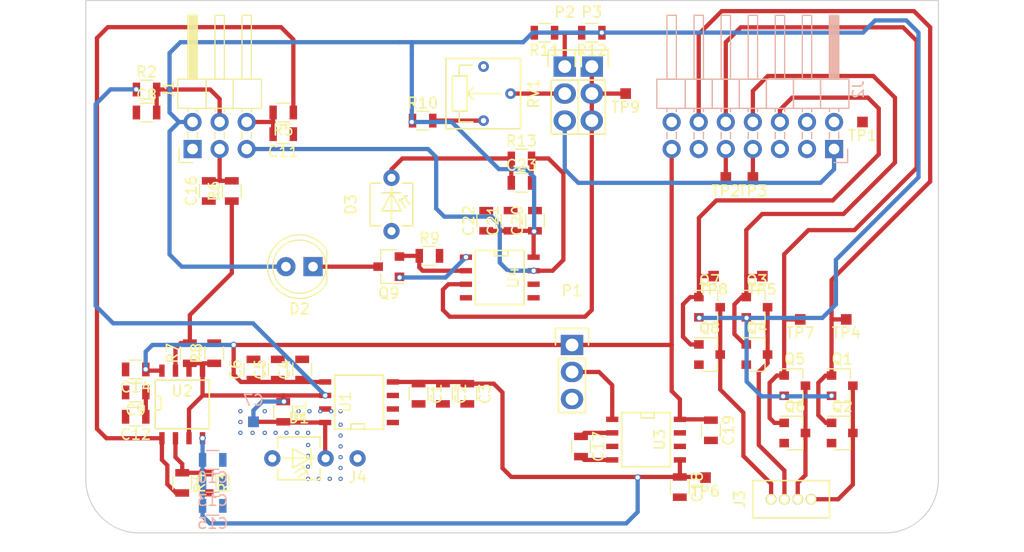
<source format=kicad_pcb>
(kicad_pcb (version 4) (host pcbnew 4.0.6-e0-6349~52~ubuntu17.04.1)

  (general
    (links 164)
    (no_connects 74)
    (area 104.949999 84.949999 185.050001 135.050001)
    (thickness 1.6)
    (drawings 26)
    (tracks 340)
    (zones 0)
    (modules 98)
    (nets 39)
  )

  (page A4)
  (layers
    (0 F.Cu signal)
    (31 B.Cu signal)
    (32 B.Adhes user)
    (33 F.Adhes user)
    (34 B.Paste user)
    (35 F.Paste user)
    (36 B.SilkS user)
    (37 F.SilkS user)
    (38 B.Mask user)
    (39 F.Mask user)
    (40 Dwgs.User user hide)
    (41 Cmts.User user)
    (42 Eco1.User user)
    (43 Eco2.User user)
    (44 Edge.Cuts user)
    (45 Margin user)
    (46 B.CrtYd user)
    (47 F.CrtYd user)
    (48 B.Fab user)
    (49 F.Fab user)
  )

  (setup
    (last_trace_width 0.25)
    (user_trace_width 0.4)
    (trace_clearance 0.2)
    (zone_clearance 0.2)
    (zone_45_only yes)
    (trace_min 0.2)
    (segment_width 0.2)
    (edge_width 0.1)
    (via_size 0.6)
    (via_drill 0.4)
    (via_min_size 0.4)
    (via_min_drill 0.3)
    (uvia_size 0.3)
    (uvia_drill 0.1)
    (uvias_allowed no)
    (uvia_min_size 0.2)
    (uvia_min_drill 0.1)
    (pcb_text_width 0.3)
    (pcb_text_size 1.5 1.5)
    (mod_edge_width 0.15)
    (mod_text_size 1 1)
    (mod_text_width 0.15)
    (pad_size 0.4 0.4)
    (pad_drill 0.2)
    (pad_to_mask_clearance 0)
    (aux_axis_origin 0 0)
    (visible_elements FFFFFF1F)
    (pcbplotparams
      (layerselection 0x00030_80000001)
      (usegerberextensions false)
      (excludeedgelayer true)
      (linewidth 0.100000)
      (plotframeref false)
      (viasonmask false)
      (mode 1)
      (useauxorigin false)
      (hpglpennumber 1)
      (hpglpenspeed 20)
      (hpglpendiameter 15)
      (hpglpenoverlay 2)
      (psnegative false)
      (psa4output false)
      (plotreference true)
      (plotvalue true)
      (plotinvisibletext false)
      (padsonsilk false)
      (subtractmaskfromsilk false)
      (outputformat 1)
      (mirror false)
      (drillshape 1)
      (scaleselection 1)
      (outputdirectory ""))
  )

  (net 0 "")
  (net 1 /highCurrentPart/-3.3V)
  (net 2 GND)
  (net 3 +3V3)
  (net 4 "Net-(C7-Pad1)")
  (net 5 "Net-(C7-Pad2)")
  (net 6 /interface/ADC1)
  (net 7 /interface/ADC2)
  (net 8 /interface/ADC3)
  (net 9 "Net-(C17-Pad1)")
  (net 10 "Net-(C17-Pad2)")
  (net 11 +5V)
  (net 12 "Net-(C23-Pad1)")
  (net 13 /interface/ADC4)
  (net 14 COIL_4)
  (net 15 COIL_3)
  (net 16 COIL_1)
  (net 17 COIL_2)
  (net 18 "Net-(P2-Pad1)")
  (net 19 "Net-(P2-Pad2)")
  (net 20 Signal)
  (net 21 /interface/GPIO1)
  (net 22 /interface/GPIO3)
  (net 23 /interface/GPIO2)
  (net 24 /interface/GPIO4)
  (net 25 "Net-(Q9-Pad1)")
  (net 26 "Net-(Q9-Pad2)")
  (net 27 "Net-(D2-Pad1)")
  (net 28 "Net-(R3-Pad1)")
  (net 29 "Net-(R4-Pad2)")
  (net 30 "Net-(R6-Pad1)")
  (net 31 "Net-(R7-Pad1)")
  (net 32 "Net-(R10-Pad2)")
  (net 33 GNDA)
  (net 34 /interface/DAC1)
  (net 35 /interface/DAC2)
  (net 36 /interface/I2C_SCL)
  (net 37 /interface/I2C_SDA)
  (net 38 "Net-(P1-Pad2)")

  (net_class Default "This is the default net class."
    (clearance 0.2)
    (trace_width 0.25)
    (via_dia 0.6)
    (via_drill 0.4)
    (uvia_dia 0.3)
    (uvia_drill 0.1)
    (add_net +3V3)
    (add_net +5V)
    (add_net /highCurrentPart/-3.3V)
    (add_net /interface/ADC1)
    (add_net /interface/ADC2)
    (add_net /interface/ADC3)
    (add_net /interface/ADC4)
    (add_net /interface/DAC1)
    (add_net /interface/DAC2)
    (add_net /interface/GPIO1)
    (add_net /interface/GPIO2)
    (add_net /interface/GPIO3)
    (add_net /interface/GPIO4)
    (add_net /interface/I2C_SCL)
    (add_net /interface/I2C_SDA)
    (add_net COIL_1)
    (add_net COIL_2)
    (add_net COIL_3)
    (add_net COIL_4)
    (add_net GND)
    (add_net GNDA)
    (add_net "Net-(C17-Pad1)")
    (add_net "Net-(C17-Pad2)")
    (add_net "Net-(C23-Pad1)")
    (add_net "Net-(C7-Pad1)")
    (add_net "Net-(C7-Pad2)")
    (add_net "Net-(D2-Pad1)")
    (add_net "Net-(P1-Pad2)")
    (add_net "Net-(P2-Pad1)")
    (add_net "Net-(P2-Pad2)")
    (add_net "Net-(Q9-Pad1)")
    (add_net "Net-(Q9-Pad2)")
    (add_net "Net-(R10-Pad2)")
    (add_net "Net-(R3-Pad1)")
    (add_net "Net-(R4-Pad2)")
    (add_net "Net-(R6-Pad1)")
    (add_net "Net-(R7-Pad1)")
    (add_net Signal)
  )

  (module Vias:Stitchging-Via-0.2-0.4 (layer F.Cu) (tedit 59590208) (tstamp 595A3280)
    (at 128.905 129.921)
    (fp_text reference REF** (at 0 1.27) (layer F.SilkS) hide
      (effects (font (size 1 1) (thickness 0.15)))
    )
    (fp_text value Stitching-Via-0.2-0.4 (at 0 -1.27) (layer F.Fab) hide
      (effects (font (size 1 1) (thickness 0.15)))
    )
    (pad ~ thru_hole circle (at 0 0) (size 0.4 0.4) (drill 0.2) (layers *.Cu)
      (net 33 GNDA) (zone_connect 2))
  )

  (module Mounting_Holes:MountingHole_3.2mm_M3_DIN965 (layer F.Cu) (tedit 595A3436) (tstamp 595A0BD1)
    (at 109.5 110)
    (descr "Mounting Hole 3.2mm, no annular, M3, DIN965")
    (tags "mounting hole 3.2mm no annular m3 din965")
    (fp_text reference REF** (at 0 -3.8) (layer F.SilkS) hide
      (effects (font (size 1 1) (thickness 0.15)))
    )
    (fp_text value MountingHole_3.2mm_M3_DIN965 (at 0 3.8) (layer F.Fab)
      (effects (font (size 1 1) (thickness 0.15)))
    )
    (fp_circle (center 0 0) (end 2.8 0) (layer Cmts.User) (width 0.15))
    (fp_circle (center 0 0) (end 3.05 0) (layer F.CrtYd) (width 0.05))
    (pad 1 np_thru_hole circle (at 0 0) (size 3.2 3.2) (drill 3.2) (layers *.Cu *.Mask))
  )

  (module Resistors_SMD:R_0805 (layer F.Cu) (tedit 58AADA8F) (tstamp 5956FE5A)
    (at 142.574 105.678 90)
    (descr "Resistor SMD 0805, reflow soldering, Vishay (see dcrcw.pdf)")
    (tags "resistor 0805")
    (path /59409417/594122E8)
    (attr smd)
    (fp_text reference C22 (at 0 -1.65 90) (layer F.SilkS)
      (effects (font (size 1 1) (thickness 0.15)))
    )
    (fp_text value 10n (at 0 1.75 90) (layer F.Fab)
      (effects (font (size 1 1) (thickness 0.15)))
    )
    (fp_text user %R (at 0 -1.65 90) (layer F.Fab)
      (effects (font (size 1 1) (thickness 0.15)))
    )
    (fp_line (start -1 0.62) (end -1 -0.62) (layer F.Fab) (width 0.1))
    (fp_line (start 1 0.62) (end -1 0.62) (layer F.Fab) (width 0.1))
    (fp_line (start 1 -0.62) (end 1 0.62) (layer F.Fab) (width 0.1))
    (fp_line (start -1 -0.62) (end 1 -0.62) (layer F.Fab) (width 0.1))
    (fp_line (start 0.6 0.88) (end -0.6 0.88) (layer F.SilkS) (width 0.12))
    (fp_line (start -0.6 -0.88) (end 0.6 -0.88) (layer F.SilkS) (width 0.12))
    (fp_line (start -1.55 -0.9) (end 1.55 -0.9) (layer F.CrtYd) (width 0.05))
    (fp_line (start -1.55 -0.9) (end -1.55 0.9) (layer F.CrtYd) (width 0.05))
    (fp_line (start 1.55 0.9) (end 1.55 -0.9) (layer F.CrtYd) (width 0.05))
    (fp_line (start 1.55 0.9) (end -1.55 0.9) (layer F.CrtYd) (width 0.05))
    (pad 1 smd rect (at -0.95 0 90) (size 0.7 1.3) (layers F.Cu F.Paste F.Mask)
      (net 11 +5V))
    (pad 2 smd rect (at 0.95 0 90) (size 0.7 1.3) (layers F.Cu F.Paste F.Mask)
      (net 2 GND))
    (model Resistors_SMD.3dshapes/R_0805.wrl
      (at (xyz 0 0 0))
      (scale (xyz 1 1 1))
      (rotate (xyz 0 0 0))
    )
  )

  (module Vias:Stitchging-Via-0.2-0.4 (layer F.Cu) (tedit 59590208) (tstamp 595903D7)
    (at 121.793 123.571)
    (fp_text reference REF** (at 0 1.27) (layer F.SilkS) hide
      (effects (font (size 1 1) (thickness 0.15)))
    )
    (fp_text value Stitching-Via-0.2-0.4 (at 0 -1.27) (layer F.Fab) hide
      (effects (font (size 1 1) (thickness 0.15)))
    )
    (pad ~ thru_hole circle (at 0 0) (size 0.4 0.4) (drill 0.2) (layers *.Cu)
      (net 33 GNDA) (zone_connect 2))
  )

  (module Vias:Stitchging-Via-0.2-0.4 (layer F.Cu) (tedit 59590208) (tstamp 595903C9)
    (at 124.968 123.571)
    (fp_text reference REF** (at 0 1.27) (layer F.SilkS) hide
      (effects (font (size 1 1) (thickness 0.15)))
    )
    (fp_text value Stitching-Via-0.2-0.4 (at 0 -1.27) (layer F.Fab) hide
      (effects (font (size 1 1) (thickness 0.15)))
    )
    (pad ~ thru_hole circle (at 0 0) (size 0.4 0.4) (drill 0.2) (layers *.Cu)
      (net 33 GNDA) (zone_connect 2))
  )

  (module Vias:Stitchging-Via-0.2-0.4 (layer F.Cu) (tedit 59590208) (tstamp 595903C3)
    (at 125.984 123.571)
    (fp_text reference REF** (at 0 1.27) (layer F.SilkS) hide
      (effects (font (size 1 1) (thickness 0.15)))
    )
    (fp_text value Stitching-Via-0.2-0.4 (at 0 -1.27) (layer F.Fab) hide
      (effects (font (size 1 1) (thickness 0.15)))
    )
    (pad ~ thru_hole circle (at 0 0) (size 0.4 0.4) (drill 0.2) (layers *.Cu)
      (net 33 GNDA) (zone_connect 2))
  )

  (module Vias:Stitchging-Via-0.2-0.4 (layer F.Cu) (tedit 59590208) (tstamp 595903AF)
    (at 127 123.571)
    (fp_text reference REF** (at 0 1.27) (layer F.SilkS) hide
      (effects (font (size 1 1) (thickness 0.15)))
    )
    (fp_text value Stitching-Via-0.2-0.4 (at 0 -1.27) (layer F.Fab) hide
      (effects (font (size 1 1) (thickness 0.15)))
    )
    (pad ~ thru_hole circle (at 0 0) (size 0.4 0.4) (drill 0.2) (layers *.Cu)
      (net 33 GNDA) (zone_connect 2))
  )

  (module Vias:Stitchging-Via-0.2-0.4 (layer F.Cu) (tedit 59590208) (tstamp 595903AA)
    (at 128.016 123.571)
    (fp_text reference REF** (at 0 1.27) (layer F.SilkS) hide
      (effects (font (size 1 1) (thickness 0.15)))
    )
    (fp_text value Stitching-Via-0.2-0.4 (at 0 -1.27) (layer F.Fab) hide
      (effects (font (size 1 1) (thickness 0.15)))
    )
    (pad ~ thru_hole circle (at 0 0) (size 0.4 0.4) (drill 0.2) (layers *.Cu)
      (net 33 GNDA) (zone_connect 2))
  )

  (module Vias:Stitchging-Via-0.2-0.4 (layer F.Cu) (tedit 59590208) (tstamp 59590366)
    (at 128.905 123.571)
    (fp_text reference REF** (at 0 1.27) (layer F.SilkS) hide
      (effects (font (size 1 1) (thickness 0.15)))
    )
    (fp_text value Stitching-Via-0.2-0.4 (at 0 -1.27) (layer F.Fab) hide
      (effects (font (size 1 1) (thickness 0.15)))
    )
    (pad ~ thru_hole circle (at 0 0) (size 0.4 0.4) (drill 0.2) (layers *.Cu)
      (net 33 GNDA) (zone_connect 2))
  )

  (module Vias:Stitchging-Via-0.2-0.4 (layer F.Cu) (tedit 59590208) (tstamp 59590361)
    (at 128.905 124.841)
    (fp_text reference REF** (at 0 1.27) (layer F.SilkS) hide
      (effects (font (size 1 1) (thickness 0.15)))
    )
    (fp_text value Stitching-Via-0.2-0.4 (at 0 -1.27) (layer F.Fab) hide
      (effects (font (size 1 1) (thickness 0.15)))
    )
    (pad ~ thru_hole circle (at 0 0) (size 0.4 0.4) (drill 0.2) (layers *.Cu)
      (net 33 GNDA) (zone_connect 2))
  )

  (module Vias:Stitchging-Via-0.2-0.4 (layer F.Cu) (tedit 59590208) (tstamp 5959035C)
    (at 128.905 125.857)
    (fp_text reference REF** (at 0 1.27) (layer F.SilkS) hide
      (effects (font (size 1 1) (thickness 0.15)))
    )
    (fp_text value Stitching-Via-0.2-0.4 (at 0 -1.27) (layer F.Fab) hide
      (effects (font (size 1 1) (thickness 0.15)))
    )
    (pad ~ thru_hole circle (at 0 0) (size 0.4 0.4) (drill 0.2) (layers *.Cu)
      (net 33 GNDA) (zone_connect 2))
  )

  (module Vias:Stitchging-Via-0.2-0.4 (layer F.Cu) (tedit 59590208) (tstamp 59590357)
    (at 128.905 126.873)
    (fp_text reference REF** (at 0 1.27) (layer F.SilkS) hide
      (effects (font (size 1 1) (thickness 0.15)))
    )
    (fp_text value Stitching-Via-0.2-0.4 (at 0 -1.27) (layer F.Fab) hide
      (effects (font (size 1 1) (thickness 0.15)))
    )
    (pad ~ thru_hole circle (at 0 0) (size 0.4 0.4) (drill 0.2) (layers *.Cu)
      (net 33 GNDA) (zone_connect 2))
  )

  (module Vias:Stitchging-Via-0.2-0.4 (layer F.Cu) (tedit 59590208) (tstamp 59590352)
    (at 128.905 127.889)
    (fp_text reference REF** (at 0 1.27) (layer F.SilkS) hide
      (effects (font (size 1 1) (thickness 0.15)))
    )
    (fp_text value Stitching-Via-0.2-0.4 (at 0 -1.27) (layer F.Fab) hide
      (effects (font (size 1 1) (thickness 0.15)))
    )
    (pad ~ thru_hole circle (at 0 0) (size 0.4 0.4) (drill 0.2) (layers *.Cu)
      (net 33 GNDA) (zone_connect 2))
  )

  (module Vias:Stitchging-Via-0.2-0.4 (layer F.Cu) (tedit 59590208) (tstamp 5959034D)
    (at 128.905 128.905)
    (fp_text reference REF** (at 0 1.27) (layer F.SilkS) hide
      (effects (font (size 1 1) (thickness 0.15)))
    )
    (fp_text value Stitching-Via-0.2-0.4 (at 0 -1.27) (layer F.Fab) hide
      (effects (font (size 1 1) (thickness 0.15)))
    )
    (pad ~ thru_hole circle (at 0 0) (size 0.4 0.4) (drill 0.2) (layers *.Cu)
      (net 33 GNDA) (zone_connect 2))
  )

  (module Vias:Stitchging-Via-0.2-0.4 (layer F.Cu) (tedit 59590208) (tstamp 59590300)
    (at 119.507 123.571)
    (fp_text reference REF** (at 0 1.27) (layer F.SilkS) hide
      (effects (font (size 1 1) (thickness 0.15)))
    )
    (fp_text value Stitching-Via-0.2-0.4 (at 0 -1.27) (layer F.Fab) hide
      (effects (font (size 1 1) (thickness 0.15)))
    )
    (pad ~ thru_hole circle (at 0 0) (size 0.4 0.4) (drill 0.2) (layers *.Cu)
      (net 33 GNDA) (zone_connect 2))
  )

  (module Vias:Stitchging-Via-0.2-0.4 (layer F.Cu) (tedit 59590208) (tstamp 595902FB)
    (at 119.507 124.587)
    (fp_text reference REF** (at 0 1.27) (layer F.SilkS) hide
      (effects (font (size 1 1) (thickness 0.15)))
    )
    (fp_text value Stitching-Via-0.2-0.4 (at 0 -1.27) (layer F.Fab) hide
      (effects (font (size 1 1) (thickness 0.15)))
    )
    (pad ~ thru_hole circle (at 0 0) (size 0.4 0.4) (drill 0.2) (layers *.Cu)
      (net 33 GNDA) (zone_connect 2))
  )

  (module Vias:Stitchging-Via-0.2-0.4 (layer F.Cu) (tedit 59590208) (tstamp 595902F6)
    (at 119.507 125.603)
    (fp_text reference REF** (at 0 1.27) (layer F.SilkS) hide
      (effects (font (size 1 1) (thickness 0.15)))
    )
    (fp_text value Stitching-Via-0.2-0.4 (at 0 -1.27) (layer F.Fab) hide
      (effects (font (size 1 1) (thickness 0.15)))
    )
    (pad ~ thru_hole circle (at 0 0) (size 0.4 0.4) (drill 0.2) (layers *.Cu)
      (net 33 GNDA) (zone_connect 2))
  )

  (module Vias:Stitchging-Via-0.2-0.4 (layer F.Cu) (tedit 59590208) (tstamp 595902F1)
    (at 120.65 125.603)
    (fp_text reference REF** (at 0 1.27) (layer F.SilkS) hide
      (effects (font (size 1 1) (thickness 0.15)))
    )
    (fp_text value Stitching-Via-0.2-0.4 (at 0 -1.27) (layer F.Fab) hide
      (effects (font (size 1 1) (thickness 0.15)))
    )
    (pad ~ thru_hole circle (at 0 0) (size 0.4 0.4) (drill 0.2) (layers *.Cu)
      (net 33 GNDA) (zone_connect 2))
  )

  (module Vias:Stitchging-Via-0.2-0.4 (layer F.Cu) (tedit 59590208) (tstamp 595902EC)
    (at 121.793 125.603)
    (fp_text reference REF** (at 0 1.27) (layer F.SilkS) hide
      (effects (font (size 1 1) (thickness 0.15)))
    )
    (fp_text value Stitching-Via-0.2-0.4 (at 0 -1.27) (layer F.Fab) hide
      (effects (font (size 1 1) (thickness 0.15)))
    )
    (pad ~ thru_hole circle (at 0 0) (size 0.4 0.4) (drill 0.2) (layers *.Cu)
      (net 33 GNDA) (zone_connect 2))
  )

  (module Vias:Stitchging-Via-0.2-0.4 (layer F.Cu) (tedit 59590208) (tstamp 595902D7)
    (at 122.809 125.603)
    (fp_text reference REF** (at 0 1.27) (layer F.SilkS) hide
      (effects (font (size 1 1) (thickness 0.15)))
    )
    (fp_text value Stitching-Via-0.2-0.4 (at 0 -1.27) (layer F.Fab) hide
      (effects (font (size 1 1) (thickness 0.15)))
    )
    (pad ~ thru_hole circle (at 0 0) (size 0.4 0.4) (drill 0.2) (layers *.Cu)
      (net 33 GNDA) (zone_connect 2))
  )

  (module Vias:Stitchging-Via-0.2-0.4 (layer F.Cu) (tedit 59590208) (tstamp 595902D0)
    (at 123.825 125.603)
    (fp_text reference REF** (at 0 1.27) (layer F.SilkS) hide
      (effects (font (size 1 1) (thickness 0.15)))
    )
    (fp_text value Stitching-Via-0.2-0.4 (at 0 -1.27) (layer F.Fab) hide
      (effects (font (size 1 1) (thickness 0.15)))
    )
    (pad ~ thru_hole circle (at 0 0) (size 0.4 0.4) (drill 0.2) (layers *.Cu)
      (net 33 GNDA) (zone_connect 2))
  )

  (module Vias:Stitchging-Via-0.2-0.4 (layer F.Cu) (tedit 59590208) (tstamp 595902CB)
    (at 124.841 125.603)
    (fp_text reference REF** (at 0 1.27) (layer F.SilkS) hide
      (effects (font (size 1 1) (thickness 0.15)))
    )
    (fp_text value Stitching-Via-0.2-0.4 (at 0 -1.27) (layer F.Fab) hide
      (effects (font (size 1 1) (thickness 0.15)))
    )
    (pad ~ thru_hole circle (at 0 0) (size 0.4 0.4) (drill 0.2) (layers *.Cu)
      (net 33 GNDA) (zone_connect 2))
  )

  (module Vias:Stitchging-Via-0.2-0.4 (layer F.Cu) (tedit 59590208) (tstamp 595902C4)
    (at 125.857 125.603)
    (fp_text reference REF** (at 0 1.27) (layer F.SilkS) hide
      (effects (font (size 1 1) (thickness 0.15)))
    )
    (fp_text value Stitching-Via-0.2-0.4 (at 0 -1.27) (layer F.Fab) hide
      (effects (font (size 1 1) (thickness 0.15)))
    )
    (pad ~ thru_hole circle (at 0 0) (size 0.4 0.4) (drill 0.2) (layers *.Cu)
      (net 33 GNDA) (zone_connect 2))
  )

  (module Vias:Stitchging-Via-0.2-0.4 (layer F.Cu) (tedit 59590208) (tstamp 595902AD)
    (at 125.857 126.746)
    (fp_text reference REF** (at 0 1.27) (layer F.SilkS) hide
      (effects (font (size 1 1) (thickness 0.15)))
    )
    (fp_text value Stitching-Via-0.2-0.4 (at 0 -1.27) (layer F.Fab) hide
      (effects (font (size 1 1) (thickness 0.15)))
    )
    (pad ~ thru_hole circle (at 0 0) (size 0.4 0.4) (drill 0.2) (layers *.Cu)
      (net 33 GNDA) (zone_connect 2))
  )

  (module Vias:Stitchging-Via-0.2-0.4 (layer F.Cu) (tedit 59590208) (tstamp 59590232)
    (at 127.889 129.921)
    (fp_text reference REF** (at 0 1.27) (layer F.SilkS) hide
      (effects (font (size 1 1) (thickness 0.15)))
    )
    (fp_text value Stitching-Via-0.2-0.4 (at 0 -1.27) (layer F.Fab) hide
      (effects (font (size 1 1) (thickness 0.15)))
    )
    (pad ~ thru_hole circle (at 0 0) (size 0.4 0.4) (drill 0.2) (layers *.Cu)
      (net 33 GNDA) (zone_connect 2))
  )

  (module Vias:Stitchging-Via-0.2-0.4 (layer F.Cu) (tedit 59590208) (tstamp 59590229)
    (at 126.873 129.921)
    (fp_text reference REF** (at 0 1.27) (layer F.SilkS) hide
      (effects (font (size 1 1) (thickness 0.15)))
    )
    (fp_text value Stitching-Via-0.2-0.4 (at 0 -1.27) (layer F.Fab) hide
      (effects (font (size 1 1) (thickness 0.15)))
    )
    (pad ~ thru_hole circle (at 0 0) (size 0.4 0.4) (drill 0.2) (layers *.Cu)
      (net 33 GNDA) (zone_connect 2))
  )

  (module Vias:Stitchging-Via-0.2-0.4 (layer F.Cu) (tedit 59590208) (tstamp 59590222)
    (at 125.857 129.921)
    (fp_text reference REF** (at 0 1.27) (layer F.SilkS) hide
      (effects (font (size 1 1) (thickness 0.15)))
    )
    (fp_text value Stitching-Via-0.2-0.4 (at 0 -1.27) (layer F.Fab) hide
      (effects (font (size 1 1) (thickness 0.15)))
    )
    (pad ~ thru_hole circle (at 0 0) (size 0.4 0.4) (drill 0.2) (layers *.Cu)
      (net 33 GNDA) (zone_connect 2))
  )

  (module Vias:Stitchging-Via-0.2-0.4 (layer F.Cu) (tedit 59590208) (tstamp 59590219)
    (at 125.857 128.778)
    (fp_text reference REF** (at 0 1.27) (layer F.SilkS) hide
      (effects (font (size 1 1) (thickness 0.15)))
    )
    (fp_text value Stitching-Via-0.2-0.4 (at 0 -1.27) (layer F.Fab) hide
      (effects (font (size 1 1) (thickness 0.15)))
    )
    (pad ~ thru_hole circle (at 0 0) (size 0.4 0.4) (drill 0.2) (layers *.Cu)
      (net 33 GNDA) (zone_connect 2))
  )

  (module Vias:Stitchging-Via-0.2-0.4 (layer F.Cu) (tedit 59590208) (tstamp 595901DB)
    (at 125.857 127.762)
    (fp_text reference REF** (at 0 1.27) (layer F.SilkS) hide
      (effects (font (size 1 1) (thickness 0.15)))
    )
    (fp_text value Stitching-Via-0.2-0.4 (at 0 -1.27) (layer F.Fab) hide
      (effects (font (size 1 1) (thickness 0.15)))
    )
    (pad ~ thru_hole circle (at 0 0) (size 0.4 0.4) (drill 0.2) (layers *.Cu)
      (net 33 GNDA) (zone_connect 2))
  )

  (module Resistors_SMD:R_0805 (layer F.Cu) (tedit 58AADA8F) (tstamp 5956FD00)
    (at 136.224 121.934 270)
    (descr "Resistor SMD 0805, reflow soldering, Vishay (see dcrcw.pdf)")
    (tags "resistor 0805")
    (path /5940AE3E/5957E73A)
    (attr smd)
    (fp_text reference C1 (at 0 -1.65 270) (layer F.SilkS)
      (effects (font (size 1 1) (thickness 0.15)))
    )
    (fp_text value 10n (at 0 1.75 270) (layer F.Fab)
      (effects (font (size 1 1) (thickness 0.15)))
    )
    (fp_text user %R (at 0 -1.65 270) (layer F.Fab)
      (effects (font (size 1 1) (thickness 0.15)))
    )
    (fp_line (start -1 0.62) (end -1 -0.62) (layer F.Fab) (width 0.1))
    (fp_line (start 1 0.62) (end -1 0.62) (layer F.Fab) (width 0.1))
    (fp_line (start 1 -0.62) (end 1 0.62) (layer F.Fab) (width 0.1))
    (fp_line (start -1 -0.62) (end 1 -0.62) (layer F.Fab) (width 0.1))
    (fp_line (start 0.6 0.88) (end -0.6 0.88) (layer F.SilkS) (width 0.12))
    (fp_line (start -0.6 -0.88) (end 0.6 -0.88) (layer F.SilkS) (width 0.12))
    (fp_line (start -1.55 -0.9) (end 1.55 -0.9) (layer F.CrtYd) (width 0.05))
    (fp_line (start -1.55 -0.9) (end -1.55 0.9) (layer F.CrtYd) (width 0.05))
    (fp_line (start 1.55 0.9) (end 1.55 -0.9) (layer F.CrtYd) (width 0.05))
    (fp_line (start 1.55 0.9) (end -1.55 0.9) (layer F.CrtYd) (width 0.05))
    (pad 1 smd rect (at -0.95 0 270) (size 0.7 1.3) (layers F.Cu F.Paste F.Mask)
      (net 1 /highCurrentPart/-3.3V))
    (pad 2 smd rect (at 0.95 0 270) (size 0.7 1.3) (layers F.Cu F.Paste F.Mask)
      (net 2 GND))
    (model Resistors_SMD.3dshapes/R_0805.wrl
      (at (xyz 0 0 0))
      (scale (xyz 1 1 1))
      (rotate (xyz 0 0 0))
    )
  )

  (module Resistors_SMD:R_0805 (layer F.Cu) (tedit 58AADA8F) (tstamp 5956FD11)
    (at 138.51 121.934 270)
    (descr "Resistor SMD 0805, reflow soldering, Vishay (see dcrcw.pdf)")
    (tags "resistor 0805")
    (path /5940AE3E/5957E741)
    (attr smd)
    (fp_text reference C2 (at 0 -1.65 270) (layer F.SilkS)
      (effects (font (size 1 1) (thickness 0.15)))
    )
    (fp_text value 100n (at 0 1.75 270) (layer F.Fab)
      (effects (font (size 1 1) (thickness 0.15)))
    )
    (fp_text user %R (at 0 -1.65 270) (layer F.Fab)
      (effects (font (size 1 1) (thickness 0.15)))
    )
    (fp_line (start -1 0.62) (end -1 -0.62) (layer F.Fab) (width 0.1))
    (fp_line (start 1 0.62) (end -1 0.62) (layer F.Fab) (width 0.1))
    (fp_line (start 1 -0.62) (end 1 0.62) (layer F.Fab) (width 0.1))
    (fp_line (start -1 -0.62) (end 1 -0.62) (layer F.Fab) (width 0.1))
    (fp_line (start 0.6 0.88) (end -0.6 0.88) (layer F.SilkS) (width 0.12))
    (fp_line (start -0.6 -0.88) (end 0.6 -0.88) (layer F.SilkS) (width 0.12))
    (fp_line (start -1.55 -0.9) (end 1.55 -0.9) (layer F.CrtYd) (width 0.05))
    (fp_line (start -1.55 -0.9) (end -1.55 0.9) (layer F.CrtYd) (width 0.05))
    (fp_line (start 1.55 0.9) (end 1.55 -0.9) (layer F.CrtYd) (width 0.05))
    (fp_line (start 1.55 0.9) (end -1.55 0.9) (layer F.CrtYd) (width 0.05))
    (pad 1 smd rect (at -0.95 0 270) (size 0.7 1.3) (layers F.Cu F.Paste F.Mask)
      (net 1 /highCurrentPart/-3.3V))
    (pad 2 smd rect (at 0.95 0 270) (size 0.7 1.3) (layers F.Cu F.Paste F.Mask)
      (net 2 GND))
    (model Resistors_SMD.3dshapes/R_0805.wrl
      (at (xyz 0 0 0))
      (scale (xyz 1 1 1))
      (rotate (xyz 0 0 0))
    )
  )

  (module Resistors_SMD:R_0805 (layer F.Cu) (tedit 58AADA8F) (tstamp 5956FD22)
    (at 140.796 121.934 270)
    (descr "Resistor SMD 0805, reflow soldering, Vishay (see dcrcw.pdf)")
    (tags "resistor 0805")
    (path /5940AE3E/5957E724)
    (attr smd)
    (fp_text reference C3 (at 0 -1.65 270) (layer F.SilkS)
      (effects (font (size 1 1) (thickness 0.15)))
    )
    (fp_text value 1u (at 0 1.75 270) (layer F.Fab)
      (effects (font (size 1 1) (thickness 0.15)))
    )
    (fp_text user %R (at 0 -1.65 270) (layer F.Fab)
      (effects (font (size 1 1) (thickness 0.15)))
    )
    (fp_line (start -1 0.62) (end -1 -0.62) (layer F.Fab) (width 0.1))
    (fp_line (start 1 0.62) (end -1 0.62) (layer F.Fab) (width 0.1))
    (fp_line (start 1 -0.62) (end 1 0.62) (layer F.Fab) (width 0.1))
    (fp_line (start -1 -0.62) (end 1 -0.62) (layer F.Fab) (width 0.1))
    (fp_line (start 0.6 0.88) (end -0.6 0.88) (layer F.SilkS) (width 0.12))
    (fp_line (start -0.6 -0.88) (end 0.6 -0.88) (layer F.SilkS) (width 0.12))
    (fp_line (start -1.55 -0.9) (end 1.55 -0.9) (layer F.CrtYd) (width 0.05))
    (fp_line (start -1.55 -0.9) (end -1.55 0.9) (layer F.CrtYd) (width 0.05))
    (fp_line (start 1.55 0.9) (end 1.55 -0.9) (layer F.CrtYd) (width 0.05))
    (fp_line (start 1.55 0.9) (end -1.55 0.9) (layer F.CrtYd) (width 0.05))
    (pad 1 smd rect (at -0.95 0 270) (size 0.7 1.3) (layers F.Cu F.Paste F.Mask)
      (net 1 /highCurrentPart/-3.3V))
    (pad 2 smd rect (at 0.95 0 270) (size 0.7 1.3) (layers F.Cu F.Paste F.Mask)
      (net 2 GND))
    (model Resistors_SMD.3dshapes/R_0805.wrl
      (at (xyz 0 0 0))
      (scale (xyz 1 1 1))
      (rotate (xyz 0 0 0))
    )
  )

  (module Resistors_SMD:R_0805 (layer F.Cu) (tedit 58AADA8F) (tstamp 5956FD33)
    (at 125.302 119.648 90)
    (descr "Resistor SMD 0805, reflow soldering, Vishay (see dcrcw.pdf)")
    (tags "resistor 0805")
    (path /5940AE3E/5941B3D6)
    (attr smd)
    (fp_text reference C4 (at 0 -1.65 90) (layer F.SilkS)
      (effects (font (size 1 1) (thickness 0.15)))
    )
    (fp_text value 1u (at 0 1.75 90) (layer F.Fab)
      (effects (font (size 1 1) (thickness 0.15)))
    )
    (fp_text user %R (at 0 -1.65 90) (layer F.Fab)
      (effects (font (size 1 1) (thickness 0.15)))
    )
    (fp_line (start -1 0.62) (end -1 -0.62) (layer F.Fab) (width 0.1))
    (fp_line (start 1 0.62) (end -1 0.62) (layer F.Fab) (width 0.1))
    (fp_line (start 1 -0.62) (end 1 0.62) (layer F.Fab) (width 0.1))
    (fp_line (start -1 -0.62) (end 1 -0.62) (layer F.Fab) (width 0.1))
    (fp_line (start 0.6 0.88) (end -0.6 0.88) (layer F.SilkS) (width 0.12))
    (fp_line (start -0.6 -0.88) (end 0.6 -0.88) (layer F.SilkS) (width 0.12))
    (fp_line (start -1.55 -0.9) (end 1.55 -0.9) (layer F.CrtYd) (width 0.05))
    (fp_line (start -1.55 -0.9) (end -1.55 0.9) (layer F.CrtYd) (width 0.05))
    (fp_line (start 1.55 0.9) (end 1.55 -0.9) (layer F.CrtYd) (width 0.05))
    (fp_line (start 1.55 0.9) (end -1.55 0.9) (layer F.CrtYd) (width 0.05))
    (pad 1 smd rect (at -0.95 0 90) (size 0.7 1.3) (layers F.Cu F.Paste F.Mask)
      (net 3 +3V3))
    (pad 2 smd rect (at 0.95 0 90) (size 0.7 1.3) (layers F.Cu F.Paste F.Mask)
      (net 2 GND))
    (model Resistors_SMD.3dshapes/R_0805.wrl
      (at (xyz 0 0 0))
      (scale (xyz 1 1 1))
      (rotate (xyz 0 0 0))
    )
  )

  (module Resistors_SMD:R_0805 (layer F.Cu) (tedit 58AADA8F) (tstamp 5956FD44)
    (at 123.016 119.648 90)
    (descr "Resistor SMD 0805, reflow soldering, Vishay (see dcrcw.pdf)")
    (tags "resistor 0805")
    (path /5940AE3E/5941B3DE)
    (attr smd)
    (fp_text reference C5 (at 0 -1.65 90) (layer F.SilkS)
      (effects (font (size 1 1) (thickness 0.15)))
    )
    (fp_text value 100n (at 0 1.75 90) (layer F.Fab)
      (effects (font (size 1 1) (thickness 0.15)))
    )
    (fp_text user %R (at 0 -1.65 90) (layer F.Fab)
      (effects (font (size 1 1) (thickness 0.15)))
    )
    (fp_line (start -1 0.62) (end -1 -0.62) (layer F.Fab) (width 0.1))
    (fp_line (start 1 0.62) (end -1 0.62) (layer F.Fab) (width 0.1))
    (fp_line (start 1 -0.62) (end 1 0.62) (layer F.Fab) (width 0.1))
    (fp_line (start -1 -0.62) (end 1 -0.62) (layer F.Fab) (width 0.1))
    (fp_line (start 0.6 0.88) (end -0.6 0.88) (layer F.SilkS) (width 0.12))
    (fp_line (start -0.6 -0.88) (end 0.6 -0.88) (layer F.SilkS) (width 0.12))
    (fp_line (start -1.55 -0.9) (end 1.55 -0.9) (layer F.CrtYd) (width 0.05))
    (fp_line (start -1.55 -0.9) (end -1.55 0.9) (layer F.CrtYd) (width 0.05))
    (fp_line (start 1.55 0.9) (end 1.55 -0.9) (layer F.CrtYd) (width 0.05))
    (fp_line (start 1.55 0.9) (end -1.55 0.9) (layer F.CrtYd) (width 0.05))
    (pad 1 smd rect (at -0.95 0 90) (size 0.7 1.3) (layers F.Cu F.Paste F.Mask)
      (net 3 +3V3))
    (pad 2 smd rect (at 0.95 0 90) (size 0.7 1.3) (layers F.Cu F.Paste F.Mask)
      (net 2 GND))
    (model Resistors_SMD.3dshapes/R_0805.wrl
      (at (xyz 0 0 0))
      (scale (xyz 1 1 1))
      (rotate (xyz 0 0 0))
    )
  )

  (module Resistors_SMD:R_0805 (layer F.Cu) (tedit 58AADA8F) (tstamp 5956FD55)
    (at 120.73 119.648 90)
    (descr "Resistor SMD 0805, reflow soldering, Vishay (see dcrcw.pdf)")
    (tags "resistor 0805")
    (path /5940AE3E/5941B3E6)
    (attr smd)
    (fp_text reference C6 (at 0 -1.65 90) (layer F.SilkS)
      (effects (font (size 1 1) (thickness 0.15)))
    )
    (fp_text value 10n (at 0 1.75 90) (layer F.Fab)
      (effects (font (size 1 1) (thickness 0.15)))
    )
    (fp_text user %R (at 0 -1.65 90) (layer F.Fab)
      (effects (font (size 1 1) (thickness 0.15)))
    )
    (fp_line (start -1 0.62) (end -1 -0.62) (layer F.Fab) (width 0.1))
    (fp_line (start 1 0.62) (end -1 0.62) (layer F.Fab) (width 0.1))
    (fp_line (start 1 -0.62) (end 1 0.62) (layer F.Fab) (width 0.1))
    (fp_line (start -1 -0.62) (end 1 -0.62) (layer F.Fab) (width 0.1))
    (fp_line (start 0.6 0.88) (end -0.6 0.88) (layer F.SilkS) (width 0.12))
    (fp_line (start -0.6 -0.88) (end 0.6 -0.88) (layer F.SilkS) (width 0.12))
    (fp_line (start -1.55 -0.9) (end 1.55 -0.9) (layer F.CrtYd) (width 0.05))
    (fp_line (start -1.55 -0.9) (end -1.55 0.9) (layer F.CrtYd) (width 0.05))
    (fp_line (start 1.55 0.9) (end 1.55 -0.9) (layer F.CrtYd) (width 0.05))
    (fp_line (start 1.55 0.9) (end -1.55 0.9) (layer F.CrtYd) (width 0.05))
    (pad 1 smd rect (at -0.95 0 90) (size 0.7 1.3) (layers F.Cu F.Paste F.Mask)
      (net 3 +3V3))
    (pad 2 smd rect (at 0.95 0 90) (size 0.7 1.3) (layers F.Cu F.Paste F.Mask)
      (net 2 GND))
    (model Resistors_SMD.3dshapes/R_0805.wrl
      (at (xyz 0 0 0))
      (scale (xyz 1 1 1))
      (rotate (xyz 0 0 0))
    )
  )

  (module "Embedded Caps:EMBEDDED_CAP_1mm" (layer B.Cu) (tedit 5959054D) (tstamp 5956FD5B)
    (at 120.73 124.5695)
    (path /5940AE3E/5957D3AB)
    (fp_text reference C7 (at 0 -2.032) (layer B.SilkS)
      (effects (font (size 1 1) (thickness 0.15)) (justify mirror))
    )
    (fp_text value 26f (at 0 1.1745) (layer B.Fab)
      (effects (font (size 1 1) (thickness 0.15)) (justify mirror))
    )
    (pad 1 smd rect (at 0 0) (size 1 1) (layers B.Cu B.Paste B.Mask)
      (net 4 "Net-(C7-Pad1)"))
    (pad 2 smd rect (at 0 0) (size 1 1) (layers F.Cu B.Paste B.Mask)
      (net 5 "Net-(C7-Pad2)"))
  )

  (module Resistors_SMD:R_0805 (layer F.Cu) (tedit 58AADA8F) (tstamp 5956FD6C)
    (at 110.697 95.518)
    (descr "Resistor SMD 0805, reflow soldering, Vishay (see dcrcw.pdf)")
    (tags "resistor 0805")
    (path /5940AE3E/5958B68A)
    (attr smd)
    (fp_text reference C8 (at 0 -1.65) (layer F.SilkS)
      (effects (font (size 1 1) (thickness 0.15)))
    )
    (fp_text value 100n (at 0 1.75) (layer F.Fab)
      (effects (font (size 1 1) (thickness 0.15)))
    )
    (fp_text user %R (at 0 -1.65) (layer F.Fab)
      (effects (font (size 1 1) (thickness 0.15)))
    )
    (fp_line (start -1 0.62) (end -1 -0.62) (layer F.Fab) (width 0.1))
    (fp_line (start 1 0.62) (end -1 0.62) (layer F.Fab) (width 0.1))
    (fp_line (start 1 -0.62) (end 1 0.62) (layer F.Fab) (width 0.1))
    (fp_line (start -1 -0.62) (end 1 -0.62) (layer F.Fab) (width 0.1))
    (fp_line (start 0.6 0.88) (end -0.6 0.88) (layer F.SilkS) (width 0.12))
    (fp_line (start -0.6 -0.88) (end 0.6 -0.88) (layer F.SilkS) (width 0.12))
    (fp_line (start -1.55 -0.9) (end 1.55 -0.9) (layer F.CrtYd) (width 0.05))
    (fp_line (start -1.55 -0.9) (end -1.55 0.9) (layer F.CrtYd) (width 0.05))
    (fp_line (start 1.55 0.9) (end 1.55 -0.9) (layer F.CrtYd) (width 0.05))
    (fp_line (start 1.55 0.9) (end -1.55 0.9) (layer F.CrtYd) (width 0.05))
    (pad 1 smd rect (at -0.95 0) (size 0.7 1.3) (layers F.Cu F.Paste F.Mask)
      (net 2 GND))
    (pad 2 smd rect (at 0.95 0) (size 0.7 1.3) (layers F.Cu F.Paste F.Mask)
      (net 6 /interface/ADC1))
    (model Resistors_SMD.3dshapes/R_0805.wrl
      (at (xyz 0 0 0))
      (scale (xyz 1 1 1))
      (rotate (xyz 0 0 0))
    )
  )

  (module Resistors_SMD:R_0805 (layer F.Cu) (tedit 58AADA8F) (tstamp 5956FD7D)
    (at 109.681 121.807 180)
    (descr "Resistor SMD 0805, reflow soldering, Vishay (see dcrcw.pdf)")
    (tags "resistor 0805")
    (path /5940AE3E/595860C8)
    (attr smd)
    (fp_text reference C9 (at 0 -1.65 180) (layer F.SilkS)
      (effects (font (size 1 1) (thickness 0.15)))
    )
    (fp_text value 10n (at 0 1.75 180) (layer F.Fab)
      (effects (font (size 1 1) (thickness 0.15)))
    )
    (fp_text user %R (at 0 -1.65 180) (layer F.Fab)
      (effects (font (size 1 1) (thickness 0.15)))
    )
    (fp_line (start -1 0.62) (end -1 -0.62) (layer F.Fab) (width 0.1))
    (fp_line (start 1 0.62) (end -1 0.62) (layer F.Fab) (width 0.1))
    (fp_line (start 1 -0.62) (end 1 0.62) (layer F.Fab) (width 0.1))
    (fp_line (start -1 -0.62) (end 1 -0.62) (layer F.Fab) (width 0.1))
    (fp_line (start 0.6 0.88) (end -0.6 0.88) (layer F.SilkS) (width 0.12))
    (fp_line (start -0.6 -0.88) (end 0.6 -0.88) (layer F.SilkS) (width 0.12))
    (fp_line (start -1.55 -0.9) (end 1.55 -0.9) (layer F.CrtYd) (width 0.05))
    (fp_line (start -1.55 -0.9) (end -1.55 0.9) (layer F.CrtYd) (width 0.05))
    (fp_line (start 1.55 0.9) (end 1.55 -0.9) (layer F.CrtYd) (width 0.05))
    (fp_line (start 1.55 0.9) (end -1.55 0.9) (layer F.CrtYd) (width 0.05))
    (pad 1 smd rect (at -0.95 0 180) (size 0.7 1.3) (layers F.Cu F.Paste F.Mask)
      (net 3 +3V3))
    (pad 2 smd rect (at 0.95 0 180) (size 0.7 1.3) (layers F.Cu F.Paste F.Mask)
      (net 2 GND))
    (model Resistors_SMD.3dshapes/R_0805.wrl
      (at (xyz 0 0 0))
      (scale (xyz 1 1 1))
      (rotate (xyz 0 0 0))
    )
  )

  (module Resistors_SMD:R_0805 (layer B.Cu) (tedit 58AADA8F) (tstamp 5956FD8E)
    (at 116.9035 128.143)
    (descr "Resistor SMD 0805, reflow soldering, Vishay (see dcrcw.pdf)")
    (tags "resistor 0805")
    (path /5940AE3E/595855BB)
    (attr smd)
    (fp_text reference C10 (at 0 1.65) (layer B.SilkS)
      (effects (font (size 1 1) (thickness 0.15)) (justify mirror))
    )
    (fp_text value 10n (at 0 -1.75) (layer B.Fab)
      (effects (font (size 1 1) (thickness 0.15)) (justify mirror))
    )
    (fp_text user %R (at 0 1.65) (layer B.Fab)
      (effects (font (size 1 1) (thickness 0.15)) (justify mirror))
    )
    (fp_line (start -1 -0.62) (end -1 0.62) (layer B.Fab) (width 0.1))
    (fp_line (start 1 -0.62) (end -1 -0.62) (layer B.Fab) (width 0.1))
    (fp_line (start 1 0.62) (end 1 -0.62) (layer B.Fab) (width 0.1))
    (fp_line (start -1 0.62) (end 1 0.62) (layer B.Fab) (width 0.1))
    (fp_line (start 0.6 -0.88) (end -0.6 -0.88) (layer B.SilkS) (width 0.12))
    (fp_line (start -0.6 0.88) (end 0.6 0.88) (layer B.SilkS) (width 0.12))
    (fp_line (start -1.55 0.9) (end 1.55 0.9) (layer B.CrtYd) (width 0.05))
    (fp_line (start -1.55 0.9) (end -1.55 -0.9) (layer B.CrtYd) (width 0.05))
    (fp_line (start 1.55 -0.9) (end 1.55 0.9) (layer B.CrtYd) (width 0.05))
    (fp_line (start 1.55 -0.9) (end -1.55 -0.9) (layer B.CrtYd) (width 0.05))
    (pad 1 smd rect (at -0.95 0) (size 0.7 1.3) (layers B.Cu B.Paste B.Mask)
      (net 1 /highCurrentPart/-3.3V))
    (pad 2 smd rect (at 0.95 0) (size 0.7 1.3) (layers B.Cu B.Paste B.Mask)
      (net 2 GND))
    (model Resistors_SMD.3dshapes/R_0805.wrl
      (at (xyz 0 0 0))
      (scale (xyz 1 1 1))
      (rotate (xyz 0 0 0))
    )
  )

  (module Resistors_SMD:R_0805 (layer F.Cu) (tedit 58AADA8F) (tstamp 5956FD9F)
    (at 123.524 97.55 180)
    (descr "Resistor SMD 0805, reflow soldering, Vishay (see dcrcw.pdf)")
    (tags "resistor 0805")
    (path /5940AE3E/5958D9DD)
    (attr smd)
    (fp_text reference C11 (at 0 -1.65 180) (layer F.SilkS)
      (effects (font (size 1 1) (thickness 0.15)))
    )
    (fp_text value 100n (at 0 1.75 180) (layer F.Fab)
      (effects (font (size 1 1) (thickness 0.15)))
    )
    (fp_text user %R (at 0 -1.65 180) (layer F.Fab)
      (effects (font (size 1 1) (thickness 0.15)))
    )
    (fp_line (start -1 0.62) (end -1 -0.62) (layer F.Fab) (width 0.1))
    (fp_line (start 1 0.62) (end -1 0.62) (layer F.Fab) (width 0.1))
    (fp_line (start 1 -0.62) (end 1 0.62) (layer F.Fab) (width 0.1))
    (fp_line (start -1 -0.62) (end 1 -0.62) (layer F.Fab) (width 0.1))
    (fp_line (start 0.6 0.88) (end -0.6 0.88) (layer F.SilkS) (width 0.12))
    (fp_line (start -0.6 -0.88) (end 0.6 -0.88) (layer F.SilkS) (width 0.12))
    (fp_line (start -1.55 -0.9) (end 1.55 -0.9) (layer F.CrtYd) (width 0.05))
    (fp_line (start -1.55 -0.9) (end -1.55 0.9) (layer F.CrtYd) (width 0.05))
    (fp_line (start 1.55 0.9) (end 1.55 -0.9) (layer F.CrtYd) (width 0.05))
    (fp_line (start 1.55 0.9) (end -1.55 0.9) (layer F.CrtYd) (width 0.05))
    (pad 1 smd rect (at -0.95 0 180) (size 0.7 1.3) (layers F.Cu F.Paste F.Mask)
      (net 2 GND))
    (pad 2 smd rect (at 0.95 0 180) (size 0.7 1.3) (layers F.Cu F.Paste F.Mask)
      (net 7 /interface/ADC2))
    (model Resistors_SMD.3dshapes/R_0805.wrl
      (at (xyz 0 0 0))
      (scale (xyz 1 1 1))
      (rotate (xyz 0 0 0))
    )
  )

  (module Resistors_SMD:R_0805 (layer F.Cu) (tedit 58AADA8F) (tstamp 5956FDB0)
    (at 109.681 124.093 180)
    (descr "Resistor SMD 0805, reflow soldering, Vishay (see dcrcw.pdf)")
    (tags "resistor 0805")
    (path /5940AE3E/595860CF)
    (attr smd)
    (fp_text reference C12 (at 0 -1.65 180) (layer F.SilkS)
      (effects (font (size 1 1) (thickness 0.15)))
    )
    (fp_text value 100n (at 0 1.75 180) (layer F.Fab)
      (effects (font (size 1 1) (thickness 0.15)))
    )
    (fp_text user %R (at 0 -1.65 180) (layer F.Fab)
      (effects (font (size 1 1) (thickness 0.15)))
    )
    (fp_line (start -1 0.62) (end -1 -0.62) (layer F.Fab) (width 0.1))
    (fp_line (start 1 0.62) (end -1 0.62) (layer F.Fab) (width 0.1))
    (fp_line (start 1 -0.62) (end 1 0.62) (layer F.Fab) (width 0.1))
    (fp_line (start -1 -0.62) (end 1 -0.62) (layer F.Fab) (width 0.1))
    (fp_line (start 0.6 0.88) (end -0.6 0.88) (layer F.SilkS) (width 0.12))
    (fp_line (start -0.6 -0.88) (end 0.6 -0.88) (layer F.SilkS) (width 0.12))
    (fp_line (start -1.55 -0.9) (end 1.55 -0.9) (layer F.CrtYd) (width 0.05))
    (fp_line (start -1.55 -0.9) (end -1.55 0.9) (layer F.CrtYd) (width 0.05))
    (fp_line (start 1.55 0.9) (end 1.55 -0.9) (layer F.CrtYd) (width 0.05))
    (fp_line (start 1.55 0.9) (end -1.55 0.9) (layer F.CrtYd) (width 0.05))
    (pad 1 smd rect (at -0.95 0 180) (size 0.7 1.3) (layers F.Cu F.Paste F.Mask)
      (net 3 +3V3))
    (pad 2 smd rect (at 0.95 0 180) (size 0.7 1.3) (layers F.Cu F.Paste F.Mask)
      (net 2 GND))
    (model Resistors_SMD.3dshapes/R_0805.wrl
      (at (xyz 0 0 0))
      (scale (xyz 1 1 1))
      (rotate (xyz 0 0 0))
    )
  )

  (module Resistors_SMD:R_0805 (layer B.Cu) (tedit 58AADA8F) (tstamp 5956FDC1)
    (at 116.9035 130.302)
    (descr "Resistor SMD 0805, reflow soldering, Vishay (see dcrcw.pdf)")
    (tags "resistor 0805")
    (path /5940AE3E/595855C2)
    (attr smd)
    (fp_text reference C13 (at 0 1.65) (layer B.SilkS)
      (effects (font (size 1 1) (thickness 0.15)) (justify mirror))
    )
    (fp_text value 100n (at 0 -1.75) (layer B.Fab)
      (effects (font (size 1 1) (thickness 0.15)) (justify mirror))
    )
    (fp_text user %R (at 0 1.65) (layer B.Fab)
      (effects (font (size 1 1) (thickness 0.15)) (justify mirror))
    )
    (fp_line (start -1 -0.62) (end -1 0.62) (layer B.Fab) (width 0.1))
    (fp_line (start 1 -0.62) (end -1 -0.62) (layer B.Fab) (width 0.1))
    (fp_line (start 1 0.62) (end 1 -0.62) (layer B.Fab) (width 0.1))
    (fp_line (start -1 0.62) (end 1 0.62) (layer B.Fab) (width 0.1))
    (fp_line (start 0.6 -0.88) (end -0.6 -0.88) (layer B.SilkS) (width 0.12))
    (fp_line (start -0.6 0.88) (end 0.6 0.88) (layer B.SilkS) (width 0.12))
    (fp_line (start -1.55 0.9) (end 1.55 0.9) (layer B.CrtYd) (width 0.05))
    (fp_line (start -1.55 0.9) (end -1.55 -0.9) (layer B.CrtYd) (width 0.05))
    (fp_line (start 1.55 -0.9) (end 1.55 0.9) (layer B.CrtYd) (width 0.05))
    (fp_line (start 1.55 -0.9) (end -1.55 -0.9) (layer B.CrtYd) (width 0.05))
    (pad 1 smd rect (at -0.95 0) (size 0.7 1.3) (layers B.Cu B.Paste B.Mask)
      (net 1 /highCurrentPart/-3.3V))
    (pad 2 smd rect (at 0.95 0) (size 0.7 1.3) (layers B.Cu B.Paste B.Mask)
      (net 2 GND))
    (model Resistors_SMD.3dshapes/R_0805.wrl
      (at (xyz 0 0 0))
      (scale (xyz 1 1 1))
      (rotate (xyz 0 0 0))
    )
  )

  (module Resistors_SMD:R_0805 (layer F.Cu) (tedit 58AADA8F) (tstamp 5956FDD2)
    (at 109.681 119.648 180)
    (descr "Resistor SMD 0805, reflow soldering, Vishay (see dcrcw.pdf)")
    (tags "resistor 0805")
    (path /5940AE3E/595860B5)
    (attr smd)
    (fp_text reference C14 (at 0 -1.65 180) (layer F.SilkS)
      (effects (font (size 1 1) (thickness 0.15)))
    )
    (fp_text value 1u (at 0 1.75 180) (layer F.Fab)
      (effects (font (size 1 1) (thickness 0.15)))
    )
    (fp_text user %R (at 0 -1.65 180) (layer F.Fab)
      (effects (font (size 1 1) (thickness 0.15)))
    )
    (fp_line (start -1 0.62) (end -1 -0.62) (layer F.Fab) (width 0.1))
    (fp_line (start 1 0.62) (end -1 0.62) (layer F.Fab) (width 0.1))
    (fp_line (start 1 -0.62) (end 1 0.62) (layer F.Fab) (width 0.1))
    (fp_line (start -1 -0.62) (end 1 -0.62) (layer F.Fab) (width 0.1))
    (fp_line (start 0.6 0.88) (end -0.6 0.88) (layer F.SilkS) (width 0.12))
    (fp_line (start -0.6 -0.88) (end 0.6 -0.88) (layer F.SilkS) (width 0.12))
    (fp_line (start -1.55 -0.9) (end 1.55 -0.9) (layer F.CrtYd) (width 0.05))
    (fp_line (start -1.55 -0.9) (end -1.55 0.9) (layer F.CrtYd) (width 0.05))
    (fp_line (start 1.55 0.9) (end 1.55 -0.9) (layer F.CrtYd) (width 0.05))
    (fp_line (start 1.55 0.9) (end -1.55 0.9) (layer F.CrtYd) (width 0.05))
    (pad 1 smd rect (at -0.95 0 180) (size 0.7 1.3) (layers F.Cu F.Paste F.Mask)
      (net 3 +3V3))
    (pad 2 smd rect (at 0.95 0 180) (size 0.7 1.3) (layers F.Cu F.Paste F.Mask)
      (net 2 GND))
    (model Resistors_SMD.3dshapes/R_0805.wrl
      (at (xyz 0 0 0))
      (scale (xyz 1 1 1))
      (rotate (xyz 0 0 0))
    )
  )

  (module Resistors_SMD:R_0805 (layer B.Cu) (tedit 58AADA8F) (tstamp 5956FDE3)
    (at 116.9035 132.461)
    (descr "Resistor SMD 0805, reflow soldering, Vishay (see dcrcw.pdf)")
    (tags "resistor 0805")
    (path /5940AE3E/595855A6)
    (attr smd)
    (fp_text reference C15 (at 0 1.65) (layer B.SilkS)
      (effects (font (size 1 1) (thickness 0.15)) (justify mirror))
    )
    (fp_text value 1u (at 0 -1.75) (layer B.Fab)
      (effects (font (size 1 1) (thickness 0.15)) (justify mirror))
    )
    (fp_text user %R (at 0 1.65) (layer B.Fab)
      (effects (font (size 1 1) (thickness 0.15)) (justify mirror))
    )
    (fp_line (start -1 -0.62) (end -1 0.62) (layer B.Fab) (width 0.1))
    (fp_line (start 1 -0.62) (end -1 -0.62) (layer B.Fab) (width 0.1))
    (fp_line (start 1 0.62) (end 1 -0.62) (layer B.Fab) (width 0.1))
    (fp_line (start -1 0.62) (end 1 0.62) (layer B.Fab) (width 0.1))
    (fp_line (start 0.6 -0.88) (end -0.6 -0.88) (layer B.SilkS) (width 0.12))
    (fp_line (start -0.6 0.88) (end 0.6 0.88) (layer B.SilkS) (width 0.12))
    (fp_line (start -1.55 0.9) (end 1.55 0.9) (layer B.CrtYd) (width 0.05))
    (fp_line (start -1.55 0.9) (end -1.55 -0.9) (layer B.CrtYd) (width 0.05))
    (fp_line (start 1.55 -0.9) (end 1.55 0.9) (layer B.CrtYd) (width 0.05))
    (fp_line (start 1.55 -0.9) (end -1.55 -0.9) (layer B.CrtYd) (width 0.05))
    (pad 1 smd rect (at -0.95 0) (size 0.7 1.3) (layers B.Cu B.Paste B.Mask)
      (net 1 /highCurrentPart/-3.3V))
    (pad 2 smd rect (at 0.95 0) (size 0.7 1.3) (layers B.Cu B.Paste B.Mask)
      (net 2 GND))
    (model Resistors_SMD.3dshapes/R_0805.wrl
      (at (xyz 0 0 0))
      (scale (xyz 1 1 1))
      (rotate (xyz 0 0 0))
    )
  )

  (module Resistors_SMD:R_0805 (layer F.Cu) (tedit 58AADA8F) (tstamp 5956FDF4)
    (at 116.539 102.884 90)
    (descr "Resistor SMD 0805, reflow soldering, Vishay (see dcrcw.pdf)")
    (tags "resistor 0805")
    (path /5940AE3E/5958E511)
    (attr smd)
    (fp_text reference C16 (at 0 -1.65 90) (layer F.SilkS)
      (effects (font (size 1 1) (thickness 0.15)))
    )
    (fp_text value 100n (at 0 1.75 90) (layer F.Fab)
      (effects (font (size 1 1) (thickness 0.15)))
    )
    (fp_text user %R (at 0 -1.65 90) (layer F.Fab)
      (effects (font (size 1 1) (thickness 0.15)))
    )
    (fp_line (start -1 0.62) (end -1 -0.62) (layer F.Fab) (width 0.1))
    (fp_line (start 1 0.62) (end -1 0.62) (layer F.Fab) (width 0.1))
    (fp_line (start 1 -0.62) (end 1 0.62) (layer F.Fab) (width 0.1))
    (fp_line (start -1 -0.62) (end 1 -0.62) (layer F.Fab) (width 0.1))
    (fp_line (start 0.6 0.88) (end -0.6 0.88) (layer F.SilkS) (width 0.12))
    (fp_line (start -0.6 -0.88) (end 0.6 -0.88) (layer F.SilkS) (width 0.12))
    (fp_line (start -1.55 -0.9) (end 1.55 -0.9) (layer F.CrtYd) (width 0.05))
    (fp_line (start -1.55 -0.9) (end -1.55 0.9) (layer F.CrtYd) (width 0.05))
    (fp_line (start 1.55 0.9) (end 1.55 -0.9) (layer F.CrtYd) (width 0.05))
    (fp_line (start 1.55 0.9) (end -1.55 0.9) (layer F.CrtYd) (width 0.05))
    (pad 1 smd rect (at -0.95 0 90) (size 0.7 1.3) (layers F.Cu F.Paste F.Mask)
      (net 2 GND))
    (pad 2 smd rect (at 0.95 0 90) (size 0.7 1.3) (layers F.Cu F.Paste F.Mask)
      (net 8 /interface/ADC3))
    (model Resistors_SMD.3dshapes/R_0805.wrl
      (at (xyz 0 0 0))
      (scale (xyz 1 1 1))
      (rotate (xyz 0 0 0))
    )
  )

  (module Resistors_SMD:R_0805 (layer F.Cu) (tedit 58AADA8F) (tstamp 5956FE05)
    (at 151.464 126.887 270)
    (descr "Resistor SMD 0805, reflow soldering, Vishay (see dcrcw.pdf)")
    (tags "resistor 0805")
    (path /59409417/5955413D)
    (attr smd)
    (fp_text reference C17 (at 0 -1.65 270) (layer F.SilkS)
      (effects (font (size 1 1) (thickness 0.15)))
    )
    (fp_text value 10u (at 0 1.75 270) (layer F.Fab)
      (effects (font (size 1 1) (thickness 0.15)))
    )
    (fp_text user %R (at 0 -1.65 270) (layer F.Fab)
      (effects (font (size 1 1) (thickness 0.15)))
    )
    (fp_line (start -1 0.62) (end -1 -0.62) (layer F.Fab) (width 0.1))
    (fp_line (start 1 0.62) (end -1 0.62) (layer F.Fab) (width 0.1))
    (fp_line (start 1 -0.62) (end 1 0.62) (layer F.Fab) (width 0.1))
    (fp_line (start -1 -0.62) (end 1 -0.62) (layer F.Fab) (width 0.1))
    (fp_line (start 0.6 0.88) (end -0.6 0.88) (layer F.SilkS) (width 0.12))
    (fp_line (start -0.6 -0.88) (end 0.6 -0.88) (layer F.SilkS) (width 0.12))
    (fp_line (start -1.55 -0.9) (end 1.55 -0.9) (layer F.CrtYd) (width 0.05))
    (fp_line (start -1.55 -0.9) (end -1.55 0.9) (layer F.CrtYd) (width 0.05))
    (fp_line (start 1.55 0.9) (end 1.55 -0.9) (layer F.CrtYd) (width 0.05))
    (fp_line (start 1.55 0.9) (end -1.55 0.9) (layer F.CrtYd) (width 0.05))
    (pad 1 smd rect (at -0.95 0 270) (size 0.7 1.3) (layers F.Cu F.Paste F.Mask)
      (net 9 "Net-(C17-Pad1)"))
    (pad 2 smd rect (at 0.95 0 270) (size 0.7 1.3) (layers F.Cu F.Paste F.Mask)
      (net 10 "Net-(C17-Pad2)"))
    (model Resistors_SMD.3dshapes/R_0805.wrl
      (at (xyz 0 0 0))
      (scale (xyz 1 1 1))
      (rotate (xyz 0 0 0))
    )
  )

  (module Resistors_SMD:R_0805 (layer F.Cu) (tedit 58AADA8F) (tstamp 5956FE16)
    (at 160.735 130.697 270)
    (descr "Resistor SMD 0805, reflow soldering, Vishay (see dcrcw.pdf)")
    (tags "resistor 0805")
    (path /59409417/595644A6)
    (attr smd)
    (fp_text reference C18 (at 0 -1.65 270) (layer F.SilkS)
      (effects (font (size 1 1) (thickness 0.15)))
    )
    (fp_text value 10u (at 0 1.75 270) (layer F.Fab)
      (effects (font (size 1 1) (thickness 0.15)))
    )
    (fp_text user %R (at 0 -1.65 270) (layer F.Fab)
      (effects (font (size 1 1) (thickness 0.15)))
    )
    (fp_line (start -1 0.62) (end -1 -0.62) (layer F.Fab) (width 0.1))
    (fp_line (start 1 0.62) (end -1 0.62) (layer F.Fab) (width 0.1))
    (fp_line (start 1 -0.62) (end 1 0.62) (layer F.Fab) (width 0.1))
    (fp_line (start -1 -0.62) (end 1 -0.62) (layer F.Fab) (width 0.1))
    (fp_line (start 0.6 0.88) (end -0.6 0.88) (layer F.SilkS) (width 0.12))
    (fp_line (start -0.6 -0.88) (end 0.6 -0.88) (layer F.SilkS) (width 0.12))
    (fp_line (start -1.55 -0.9) (end 1.55 -0.9) (layer F.CrtYd) (width 0.05))
    (fp_line (start -1.55 -0.9) (end -1.55 0.9) (layer F.CrtYd) (width 0.05))
    (fp_line (start 1.55 0.9) (end 1.55 -0.9) (layer F.CrtYd) (width 0.05))
    (fp_line (start 1.55 0.9) (end -1.55 0.9) (layer F.CrtYd) (width 0.05))
    (pad 1 smd rect (at -0.95 0 270) (size 0.7 1.3) (layers F.Cu F.Paste F.Mask)
      (net 1 /highCurrentPart/-3.3V))
    (pad 2 smd rect (at 0.95 0 270) (size 0.7 1.3) (layers F.Cu F.Paste F.Mask)
      (net 2 GND))
    (model Resistors_SMD.3dshapes/R_0805.wrl
      (at (xyz 0 0 0))
      (scale (xyz 1 1 1))
      (rotate (xyz 0 0 0))
    )
  )

  (module Resistors_SMD:R_0805 (layer F.Cu) (tedit 58AADA8F) (tstamp 5956FE27)
    (at 163.656 125.363 270)
    (descr "Resistor SMD 0805, reflow soldering, Vishay (see dcrcw.pdf)")
    (tags "resistor 0805")
    (path /59409417/59565F34)
    (attr smd)
    (fp_text reference C19 (at 0 -1.65 270) (layer F.SilkS)
      (effects (font (size 1 1) (thickness 0.15)))
    )
    (fp_text value 1u (at 0 1.75 270) (layer F.Fab)
      (effects (font (size 1 1) (thickness 0.15)))
    )
    (fp_text user %R (at 0 -1.65 270) (layer F.Fab)
      (effects (font (size 1 1) (thickness 0.15)))
    )
    (fp_line (start -1 0.62) (end -1 -0.62) (layer F.Fab) (width 0.1))
    (fp_line (start 1 0.62) (end -1 0.62) (layer F.Fab) (width 0.1))
    (fp_line (start 1 -0.62) (end 1 0.62) (layer F.Fab) (width 0.1))
    (fp_line (start -1 -0.62) (end 1 -0.62) (layer F.Fab) (width 0.1))
    (fp_line (start 0.6 0.88) (end -0.6 0.88) (layer F.SilkS) (width 0.12))
    (fp_line (start -0.6 -0.88) (end 0.6 -0.88) (layer F.SilkS) (width 0.12))
    (fp_line (start -1.55 -0.9) (end 1.55 -0.9) (layer F.CrtYd) (width 0.05))
    (fp_line (start -1.55 -0.9) (end -1.55 0.9) (layer F.CrtYd) (width 0.05))
    (fp_line (start 1.55 0.9) (end 1.55 -0.9) (layer F.CrtYd) (width 0.05))
    (fp_line (start 1.55 0.9) (end -1.55 0.9) (layer F.CrtYd) (width 0.05))
    (pad 1 smd rect (at -0.95 0 270) (size 0.7 1.3) (layers F.Cu F.Paste F.Mask)
      (net 3 +3V3))
    (pad 2 smd rect (at 0.95 0 270) (size 0.7 1.3) (layers F.Cu F.Paste F.Mask)
      (net 2 GND))
    (model Resistors_SMD.3dshapes/R_0805.wrl
      (at (xyz 0 0 0))
      (scale (xyz 1 1 1))
      (rotate (xyz 0 0 0))
    )
  )

  (module Resistors_SMD:R_0805 (layer F.Cu) (tedit 58AADA8F) (tstamp 5956FE38)
    (at 147.146 105.678 90)
    (descr "Resistor SMD 0805, reflow soldering, Vishay (see dcrcw.pdf)")
    (tags "resistor 0805")
    (path /59409417/594122D8)
    (attr smd)
    (fp_text reference C20 (at 0 -1.65 90) (layer F.SilkS)
      (effects (font (size 1 1) (thickness 0.15)))
    )
    (fp_text value 1u (at 0 1.75 90) (layer F.Fab)
      (effects (font (size 1 1) (thickness 0.15)))
    )
    (fp_text user %R (at 0 -1.65 90) (layer F.Fab)
      (effects (font (size 1 1) (thickness 0.15)))
    )
    (fp_line (start -1 0.62) (end -1 -0.62) (layer F.Fab) (width 0.1))
    (fp_line (start 1 0.62) (end -1 0.62) (layer F.Fab) (width 0.1))
    (fp_line (start 1 -0.62) (end 1 0.62) (layer F.Fab) (width 0.1))
    (fp_line (start -1 -0.62) (end 1 -0.62) (layer F.Fab) (width 0.1))
    (fp_line (start 0.6 0.88) (end -0.6 0.88) (layer F.SilkS) (width 0.12))
    (fp_line (start -0.6 -0.88) (end 0.6 -0.88) (layer F.SilkS) (width 0.12))
    (fp_line (start -1.55 -0.9) (end 1.55 -0.9) (layer F.CrtYd) (width 0.05))
    (fp_line (start -1.55 -0.9) (end -1.55 0.9) (layer F.CrtYd) (width 0.05))
    (fp_line (start 1.55 0.9) (end 1.55 -0.9) (layer F.CrtYd) (width 0.05))
    (fp_line (start 1.55 0.9) (end -1.55 0.9) (layer F.CrtYd) (width 0.05))
    (pad 1 smd rect (at -0.95 0 90) (size 0.7 1.3) (layers F.Cu F.Paste F.Mask)
      (net 11 +5V))
    (pad 2 smd rect (at 0.95 0 90) (size 0.7 1.3) (layers F.Cu F.Paste F.Mask)
      (net 2 GND))
    (model Resistors_SMD.3dshapes/R_0805.wrl
      (at (xyz 0 0 0))
      (scale (xyz 1 1 1))
      (rotate (xyz 0 0 0))
    )
  )

  (module Resistors_SMD:R_0805 (layer F.Cu) (tedit 58AADA8F) (tstamp 5956FE49)
    (at 144.86 105.678 90)
    (descr "Resistor SMD 0805, reflow soldering, Vishay (see dcrcw.pdf)")
    (tags "resistor 0805")
    (path /59409417/594122E0)
    (attr smd)
    (fp_text reference C21 (at 0 -1.65 90) (layer F.SilkS)
      (effects (font (size 1 1) (thickness 0.15)))
    )
    (fp_text value 100n (at 0 1.75 90) (layer F.Fab)
      (effects (font (size 1 1) (thickness 0.15)))
    )
    (fp_text user %R (at 0 -1.65 90) (layer F.Fab)
      (effects (font (size 1 1) (thickness 0.15)))
    )
    (fp_line (start -1 0.62) (end -1 -0.62) (layer F.Fab) (width 0.1))
    (fp_line (start 1 0.62) (end -1 0.62) (layer F.Fab) (width 0.1))
    (fp_line (start 1 -0.62) (end 1 0.62) (layer F.Fab) (width 0.1))
    (fp_line (start -1 -0.62) (end 1 -0.62) (layer F.Fab) (width 0.1))
    (fp_line (start 0.6 0.88) (end -0.6 0.88) (layer F.SilkS) (width 0.12))
    (fp_line (start -0.6 -0.88) (end 0.6 -0.88) (layer F.SilkS) (width 0.12))
    (fp_line (start -1.55 -0.9) (end 1.55 -0.9) (layer F.CrtYd) (width 0.05))
    (fp_line (start -1.55 -0.9) (end -1.55 0.9) (layer F.CrtYd) (width 0.05))
    (fp_line (start 1.55 0.9) (end 1.55 -0.9) (layer F.CrtYd) (width 0.05))
    (fp_line (start 1.55 0.9) (end -1.55 0.9) (layer F.CrtYd) (width 0.05))
    (pad 1 smd rect (at -0.95 0 90) (size 0.7 1.3) (layers F.Cu F.Paste F.Mask)
      (net 11 +5V))
    (pad 2 smd rect (at 0.95 0 90) (size 0.7 1.3) (layers F.Cu F.Paste F.Mask)
      (net 2 GND))
    (model Resistors_SMD.3dshapes/R_0805.wrl
      (at (xyz 0 0 0))
      (scale (xyz 1 1 1))
      (rotate (xyz 0 0 0))
    )
  )

  (module Resistors_SMD:R_0805 (layer F.Cu) (tedit 58AADA8F) (tstamp 5956FE6B)
    (at 145.876 102.122)
    (descr "Resistor SMD 0805, reflow soldering, Vishay (see dcrcw.pdf)")
    (tags "resistor 0805")
    (path /59409417/5956BF7A)
    (attr smd)
    (fp_text reference C23 (at 0 -1.65) (layer F.SilkS)
      (effects (font (size 1 1) (thickness 0.15)))
    )
    (fp_text value 100n (at 0 1.75) (layer F.Fab)
      (effects (font (size 1 1) (thickness 0.15)))
    )
    (fp_text user %R (at 0 -1.65) (layer F.Fab)
      (effects (font (size 1 1) (thickness 0.15)))
    )
    (fp_line (start -1 0.62) (end -1 -0.62) (layer F.Fab) (width 0.1))
    (fp_line (start 1 0.62) (end -1 0.62) (layer F.Fab) (width 0.1))
    (fp_line (start 1 -0.62) (end 1 0.62) (layer F.Fab) (width 0.1))
    (fp_line (start -1 -0.62) (end 1 -0.62) (layer F.Fab) (width 0.1))
    (fp_line (start 0.6 0.88) (end -0.6 0.88) (layer F.SilkS) (width 0.12))
    (fp_line (start -0.6 -0.88) (end 0.6 -0.88) (layer F.SilkS) (width 0.12))
    (fp_line (start -1.55 -0.9) (end 1.55 -0.9) (layer F.CrtYd) (width 0.05))
    (fp_line (start -1.55 -0.9) (end -1.55 0.9) (layer F.CrtYd) (width 0.05))
    (fp_line (start 1.55 0.9) (end 1.55 -0.9) (layer F.CrtYd) (width 0.05))
    (fp_line (start 1.55 0.9) (end -1.55 0.9) (layer F.CrtYd) (width 0.05))
    (pad 1 smd rect (at -0.95 0) (size 0.7 1.3) (layers F.Cu F.Paste F.Mask)
      (net 12 "Net-(C23-Pad1)"))
    (pad 2 smd rect (at 0.95 0) (size 0.7 1.3) (layers F.Cu F.Paste F.Mask)
      (net 13 /interface/ADC4))
    (model Resistors_SMD.3dshapes/R_0805.wrl
      (at (xyz 0 0 0))
      (scale (xyz 1 1 1))
      (rotate (xyz 0 0 0))
    )
  )

  (module Photodiodes:BPW34FA (layer F.Cu) (tedit 58FDDC7C) (tstamp 5956FE85)
    (at 125 128 180)
    (path /5940AE3E/5940C87D)
    (fp_text reference D1 (at 0 3.81 180) (layer F.SilkS)
      (effects (font (size 1 1) (thickness 0.15)))
    )
    (fp_text value BPW34 (at 0 -3.81 180) (layer F.Fab)
      (effects (font (size 1 1) (thickness 0.15)))
    )
    (fp_line (start -0.8 -1.2) (end -0.6 -1.1) (layer F.SilkS) (width 0.15))
    (fp_line (start -0.8 -1.2) (end -0.8 -1.5) (layer F.SilkS) (width 0.15))
    (fp_line (start -0.5 -0.8) (end -0.5 -1) (layer F.SilkS) (width 0.15))
    (fp_line (start -0.5 -1) (end -0.5 -0.8) (layer F.SilkS) (width 0.15))
    (fp_line (start -0.5 -0.8) (end -0.3 -0.7) (layer F.SilkS) (width 0.15))
    (fp_line (start -0.5 -0.8) (end 0.3 -1.3) (layer F.SilkS) (width 0.15))
    (fp_line (start -0.8 -1.2) (end 0 -1.7) (layer F.SilkS) (width 0.15))
    (fp_line (start -1.1 -0.9) (end -1.1 0.9) (layer F.SilkS) (width 0.15))
    (fp_line (start -1.1 0) (end 0.6 0.9) (layer F.SilkS) (width 0.15))
    (fp_line (start 0.6 0) (end 0.6 0.9) (layer F.SilkS) (width 0.15))
    (fp_line (start 0.6 -0.9) (end 0.6 0) (layer F.SilkS) (width 0.15))
    (fp_line (start -1.1 0) (end 0.6 -0.9) (layer F.SilkS) (width 0.15))
    (fp_line (start -1.6 0) (end 1.5 0) (layer F.SilkS) (width 0.15))
    (fp_line (start 1.5 0) (end 1.6 0) (layer F.SilkS) (width 0.15))
    (fp_line (start 2 1) (end 2 2) (layer F.SilkS) (width 0.15))
    (fp_line (start 2 -2) (end 2 -1) (layer F.SilkS) (width 0.15))
    (fp_line (start -2 1) (end -2 2) (layer F.SilkS) (width 0.15))
    (fp_line (start -2 -2) (end 2 -2) (layer F.SilkS) (width 0.15))
    (fp_line (start -2 2) (end 2 2) (layer F.SilkS) (width 0.15))
    (fp_line (start -2 -2) (end -2 -1) (layer F.SilkS) (width 0.15))
    (pad 1 thru_hole circle (at -2.5 0 180) (size 1.524 1.524) (drill 0.762) (layers *.Cu *.Mask)
      (net 5 "Net-(C7-Pad2)"))
    (pad 2 thru_hole circle (at 2.5 0 180) (size 1.524 1.524) (drill 0.762) (layers *.Cu *.Mask)
      (net 2 GND))
  )

  (module LEDs:LED_D5.0mm (layer F.Cu) (tedit 587A3A7B) (tstamp 5956FE96)
    (at 126.318 109.996 180)
    (descr "LED, diameter 5.0mm, 2 pins, http://cdn-reichelt.de/documents/datenblatt/A500/LL-504BC2E-009.pdf")
    (tags "LED diameter 5.0mm 2 pins")
    (path /59409417/5940A5C4)
    (fp_text reference D2 (at 1.27 -3.96 180) (layer F.SilkS)
      (effects (font (size 1 1) (thickness 0.15)))
    )
    (fp_text value LED (at 1.27 3.96 180) (layer F.Fab)
      (effects (font (size 1 1) (thickness 0.15)))
    )
    (fp_arc (start 1.27 0) (end -1.23 -1.469694) (angle 299.1) (layer F.Fab) (width 0.1))
    (fp_arc (start 1.27 0) (end -1.29 -1.54483) (angle 148.9) (layer F.SilkS) (width 0.12))
    (fp_arc (start 1.27 0) (end -1.29 1.54483) (angle -148.9) (layer F.SilkS) (width 0.12))
    (fp_circle (center 1.27 0) (end 3.77 0) (layer F.Fab) (width 0.1))
    (fp_circle (center 1.27 0) (end 3.77 0) (layer F.SilkS) (width 0.12))
    (fp_line (start -1.23 -1.469694) (end -1.23 1.469694) (layer F.Fab) (width 0.1))
    (fp_line (start -1.29 -1.545) (end -1.29 1.545) (layer F.SilkS) (width 0.12))
    (fp_line (start -1.95 -3.25) (end -1.95 3.25) (layer F.CrtYd) (width 0.05))
    (fp_line (start -1.95 3.25) (end 4.5 3.25) (layer F.CrtYd) (width 0.05))
    (fp_line (start 4.5 3.25) (end 4.5 -3.25) (layer F.CrtYd) (width 0.05))
    (fp_line (start 4.5 -3.25) (end -1.95 -3.25) (layer F.CrtYd) (width 0.05))
    (pad 1 thru_hole rect (at 0 0 180) (size 1.8 1.8) (drill 0.9) (layers *.Cu *.Mask)
      (net 27 "Net-(D2-Pad1)"))
    (pad 2 thru_hole circle (at 2.54 0 180) (size 1.8 1.8) (drill 0.9) (layers *.Cu *.Mask)
      (net 11 +5V))
    (model LEDs.3dshapes/LED_D5.0mm.wrl
      (at (xyz 0 0 0))
      (scale (xyz 0.393701 0.393701 0.393701))
      (rotate (xyz 0 0 0))
    )
  )

  (module Photodiodes:BPW34FA (layer F.Cu) (tedit 58FDDC7C) (tstamp 5956FEB0)
    (at 133.684 104.154 270)
    (path /59409417/5940A54D)
    (fp_text reference D3 (at 0 3.81 270) (layer F.SilkS)
      (effects (font (size 1 1) (thickness 0.15)))
    )
    (fp_text value BPW34 (at 0 -3.81 270) (layer F.Fab)
      (effects (font (size 1 1) (thickness 0.15)))
    )
    (fp_line (start -0.8 -1.2) (end -0.6 -1.1) (layer F.SilkS) (width 0.15))
    (fp_line (start -0.8 -1.2) (end -0.8 -1.5) (layer F.SilkS) (width 0.15))
    (fp_line (start -0.5 -0.8) (end -0.5 -1) (layer F.SilkS) (width 0.15))
    (fp_line (start -0.5 -1) (end -0.5 -0.8) (layer F.SilkS) (width 0.15))
    (fp_line (start -0.5 -0.8) (end -0.3 -0.7) (layer F.SilkS) (width 0.15))
    (fp_line (start -0.5 -0.8) (end 0.3 -1.3) (layer F.SilkS) (width 0.15))
    (fp_line (start -0.8 -1.2) (end 0 -1.7) (layer F.SilkS) (width 0.15))
    (fp_line (start -1.1 -0.9) (end -1.1 0.9) (layer F.SilkS) (width 0.15))
    (fp_line (start -1.1 0) (end 0.6 0.9) (layer F.SilkS) (width 0.15))
    (fp_line (start 0.6 0) (end 0.6 0.9) (layer F.SilkS) (width 0.15))
    (fp_line (start 0.6 -0.9) (end 0.6 0) (layer F.SilkS) (width 0.15))
    (fp_line (start -1.1 0) (end 0.6 -0.9) (layer F.SilkS) (width 0.15))
    (fp_line (start -1.6 0) (end 1.5 0) (layer F.SilkS) (width 0.15))
    (fp_line (start 1.5 0) (end 1.6 0) (layer F.SilkS) (width 0.15))
    (fp_line (start 2 1) (end 2 2) (layer F.SilkS) (width 0.15))
    (fp_line (start 2 -2) (end 2 -1) (layer F.SilkS) (width 0.15))
    (fp_line (start -2 1) (end -2 2) (layer F.SilkS) (width 0.15))
    (fp_line (start -2 -2) (end 2 -2) (layer F.SilkS) (width 0.15))
    (fp_line (start -2 2) (end 2 2) (layer F.SilkS) (width 0.15))
    (fp_line (start -2 -2) (end -2 -1) (layer F.SilkS) (width 0.15))
    (pad 1 thru_hole circle (at -2.5 0 270) (size 1.524 1.524) (drill 0.762) (layers *.Cu *.Mask)
      (net 12 "Net-(C23-Pad1)"))
    (pad 2 thru_hole circle (at 2.5 0 270) (size 1.524 1.524) (drill 0.762) (layers *.Cu *.Mask)
      (net 2 GND))
  )

  (module "China Connectors:LED_CONN_1.25_PITCH" (layer F.Cu) (tedit 59415C5D) (tstamp 5956FEBC)
    (at 173.054 131.84 270)
    (path /59409417/5956B77E)
    (fp_text reference J3 (at 0 6.7 450) (layer F.SilkS)
      (effects (font (size 1 1) (thickness 0.15)))
    )
    (fp_text value CONN_01X04 (at 0 -2.6 270) (layer F.Fab)
      (effects (font (size 1 1) (thickness 0.15)))
    )
    (fp_line (start 1.75 -1.725) (end 1.75 5.475) (layer F.SilkS) (width 0.15))
    (fp_line (start -1.75 -1.725) (end -1.75 5.475) (layer F.SilkS) (width 0.15))
    (fp_line (start -1.75 5.475) (end 1.75 5.475) (layer F.SilkS) (width 0.15))
    (fp_line (start -1.75 -1.725) (end 1.75 -1.725) (layer F.SilkS) (width 0.15))
    (pad 4 thru_hole circle (at 0 3.75 270) (size 1 1) (drill 0.7) (layers *.Cu *.Mask F.SilkS)
      (net 14 COIL_4))
    (pad 3 thru_hole circle (at 0 2.5 270) (size 1 1) (drill 0.7) (layers *.Cu *.Mask F.SilkS)
      (net 15 COIL_3))
    (pad 1 thru_hole circle (at 0 0 270) (size 1 1) (drill 0.7) (layers *.Cu *.Mask F.SilkS)
      (net 16 COIL_1))
    (pad 2 thru_hole circle (at 0 1.25 270) (size 1 1) (drill 0.7) (layers *.Cu *.Mask F.SilkS)
      (net 17 COIL_2))
  )

  (module "Samtec Connectors:Samtec-PHT-1-3-01-L-S" (layer F.Cu) (tedit 59410BCC) (tstamp 5956FECE)
    (at 150.622 117.348)
    (descr Samtec-PHT-1-3-01-L-S)
    (tags "pin header")
    (path /59409417/59567D00)
    (fp_text reference P1 (at 0 -5.1) (layer F.SilkS)
      (effects (font (size 1 1) (thickness 0.15)))
    )
    (fp_text value CONN_01X03 (at 0 -3.1) (layer F.Fab)
      (effects (font (size 1 1) (thickness 0.15)))
    )
    (fp_line (start -1.75 -1.75) (end -1.75 6.85) (layer F.CrtYd) (width 0.05))
    (fp_line (start 1.75 -1.75) (end 1.75 6.85) (layer F.CrtYd) (width 0.05))
    (fp_line (start -1.75 -1.75) (end 1.75 -1.75) (layer F.CrtYd) (width 0.05))
    (fp_line (start -1.75 6.85) (end 1.75 6.85) (layer F.CrtYd) (width 0.05))
    (fp_line (start -1.27 1.27) (end -1.27 6.35) (layer F.SilkS) (width 0.15))
    (fp_line (start -1.27 6.35) (end 1.27 6.35) (layer F.SilkS) (width 0.15))
    (fp_line (start 1.27 6.35) (end 1.27 1.27) (layer F.SilkS) (width 0.15))
    (fp_line (start 1.55 -1.55) (end 1.55 0) (layer F.SilkS) (width 0.15))
    (fp_line (start 1.27 1.27) (end -1.27 1.27) (layer F.SilkS) (width 0.15))
    (fp_line (start -1.55 0) (end -1.55 -1.55) (layer F.SilkS) (width 0.15))
    (fp_line (start -1.55 -1.55) (end 1.55 -1.55) (layer F.SilkS) (width 0.15))
    (pad 1 thru_hole rect (at 0 0) (size 2.1 1.9) (drill 1.2) (layers *.Cu *.Mask)
      (net 3 +3V3))
    (pad 2 thru_hole oval (at 0 2.54) (size 2.1 1.9) (drill 1.2) (layers *.Cu *.Mask)
      (net 38 "Net-(P1-Pad2)"))
    (pad 3 thru_hole oval (at 0 5.08) (size 2.1 1.9) (drill 1.2) (layers *.Cu *.Mask))
    (model Pin_Headers.3dshapes/Pin_Header_Straight_1x03.wrl
      (at (xyz 0 -0.1 0))
      (scale (xyz 1 1 1))
      (rotate (xyz 0 0 90))
    )
  )

  (module "Samtec Connectors:Samtec-PHT-1-3-01-L-S" (layer F.Cu) (tedit 59410BCC) (tstamp 5956FEE0)
    (at 149.94 91.2)
    (descr Samtec-PHT-1-3-01-L-S)
    (tags "pin header")
    (path /59409417/59416658)
    (fp_text reference P2 (at 0 -5.1) (layer F.SilkS)
      (effects (font (size 1 1) (thickness 0.15)))
    )
    (fp_text value CONN_01X03 (at 0 -3.1) (layer F.Fab)
      (effects (font (size 1 1) (thickness 0.15)))
    )
    (fp_line (start -1.75 -1.75) (end -1.75 6.85) (layer F.CrtYd) (width 0.05))
    (fp_line (start 1.75 -1.75) (end 1.75 6.85) (layer F.CrtYd) (width 0.05))
    (fp_line (start -1.75 -1.75) (end 1.75 -1.75) (layer F.CrtYd) (width 0.05))
    (fp_line (start -1.75 6.85) (end 1.75 6.85) (layer F.CrtYd) (width 0.05))
    (fp_line (start -1.27 1.27) (end -1.27 6.35) (layer F.SilkS) (width 0.15))
    (fp_line (start -1.27 6.35) (end 1.27 6.35) (layer F.SilkS) (width 0.15))
    (fp_line (start 1.27 6.35) (end 1.27 1.27) (layer F.SilkS) (width 0.15))
    (fp_line (start 1.55 -1.55) (end 1.55 0) (layer F.SilkS) (width 0.15))
    (fp_line (start 1.27 1.27) (end -1.27 1.27) (layer F.SilkS) (width 0.15))
    (fp_line (start -1.55 0) (end -1.55 -1.55) (layer F.SilkS) (width 0.15))
    (fp_line (start -1.55 -1.55) (end 1.55 -1.55) (layer F.SilkS) (width 0.15))
    (pad 1 thru_hole rect (at 0 0) (size 2.1 1.9) (drill 1.2) (layers *.Cu *.Mask)
      (net 18 "Net-(P2-Pad1)"))
    (pad 2 thru_hole oval (at 0 2.54) (size 2.1 1.9) (drill 1.2) (layers *.Cu *.Mask)
      (net 19 "Net-(P2-Pad2)"))
    (pad 3 thru_hole oval (at 0 5.08) (size 2.1 1.9) (drill 1.2) (layers *.Cu *.Mask)
      (net 34 /interface/DAC1))
    (model Pin_Headers.3dshapes/Pin_Header_Straight_1x03.wrl
      (at (xyz 0 -0.1 0))
      (scale (xyz 1 1 1))
      (rotate (xyz 0 0 90))
    )
  )

  (module "Samtec Connectors:Samtec-PHT-1-3-01-L-S" (layer F.Cu) (tedit 59410BCC) (tstamp 5956FEF2)
    (at 152.48 91.2)
    (descr Samtec-PHT-1-3-01-L-S)
    (tags "pin header")
    (path /59409417/5941362B)
    (fp_text reference P3 (at 0 -5.1) (layer F.SilkS)
      (effects (font (size 1 1) (thickness 0.15)))
    )
    (fp_text value CONN_01X03 (at 0 -3.1) (layer F.Fab)
      (effects (font (size 1 1) (thickness 0.15)))
    )
    (fp_line (start -1.75 -1.75) (end -1.75 6.85) (layer F.CrtYd) (width 0.05))
    (fp_line (start 1.75 -1.75) (end 1.75 6.85) (layer F.CrtYd) (width 0.05))
    (fp_line (start -1.75 -1.75) (end 1.75 -1.75) (layer F.CrtYd) (width 0.05))
    (fp_line (start -1.75 6.85) (end 1.75 6.85) (layer F.CrtYd) (width 0.05))
    (fp_line (start -1.27 1.27) (end -1.27 6.35) (layer F.SilkS) (width 0.15))
    (fp_line (start -1.27 6.35) (end 1.27 6.35) (layer F.SilkS) (width 0.15))
    (fp_line (start 1.27 6.35) (end 1.27 1.27) (layer F.SilkS) (width 0.15))
    (fp_line (start 1.55 -1.55) (end 1.55 0) (layer F.SilkS) (width 0.15))
    (fp_line (start 1.27 1.27) (end -1.27 1.27) (layer F.SilkS) (width 0.15))
    (fp_line (start -1.55 0) (end -1.55 -1.55) (layer F.SilkS) (width 0.15))
    (fp_line (start -1.55 -1.55) (end 1.55 -1.55) (layer F.SilkS) (width 0.15))
    (pad 1 thru_hole rect (at 0 0) (size 2.1 1.9) (drill 1.2) (layers *.Cu *.Mask)
      (net 20 Signal))
    (pad 2 thru_hole oval (at 0 2.54) (size 2.1 1.9) (drill 1.2) (layers *.Cu *.Mask)
      (net 20 Signal))
    (pad 3 thru_hole oval (at 0 5.08) (size 2.1 1.9) (drill 1.2) (layers *.Cu *.Mask)
      (net 20 Signal))
    (model Pin_Headers.3dshapes/Pin_Header_Straight_1x03.wrl
      (at (xyz 0 -0.1 0))
      (scale (xyz 1 1 1))
      (rotate (xyz 0 0 90))
    )
  )

  (module TO_SOT_Packages_SMD:SOT-23 (layer F.Cu) (tedit 5883B105) (tstamp 5956FF06)
    (at 175.975 121.172)
    (descr "SOT-23, Standard")
    (tags SOT-23)
    (path /59409417/5956290B)
    (attr smd)
    (fp_text reference Q1 (at 0 -2.5) (layer F.SilkS)
      (effects (font (size 1 1) (thickness 0.15)))
    )
    (fp_text value DMP2035U (at 0 2.5) (layer F.Fab)
      (effects (font (size 1 1) (thickness 0.15)))
    )
    (fp_line (start -0.7 -0.95) (end -0.7 1.5) (layer F.Fab) (width 0.1))
    (fp_line (start -0.15 -1.52) (end 0.7 -1.52) (layer F.Fab) (width 0.1))
    (fp_line (start -0.7 -0.95) (end -0.15 -1.52) (layer F.Fab) (width 0.1))
    (fp_line (start 0.7 -1.52) (end 0.7 1.52) (layer F.Fab) (width 0.1))
    (fp_line (start -0.7 1.52) (end 0.7 1.52) (layer F.Fab) (width 0.1))
    (fp_line (start 0.76 1.58) (end 0.76 0.65) (layer F.SilkS) (width 0.12))
    (fp_line (start 0.76 -1.58) (end 0.76 -0.65) (layer F.SilkS) (width 0.12))
    (fp_line (start -1.7 -1.75) (end 1.7 -1.75) (layer F.CrtYd) (width 0.05))
    (fp_line (start 1.7 -1.75) (end 1.7 1.75) (layer F.CrtYd) (width 0.05))
    (fp_line (start 1.7 1.75) (end -1.7 1.75) (layer F.CrtYd) (width 0.05))
    (fp_line (start -1.7 1.75) (end -1.7 -1.75) (layer F.CrtYd) (width 0.05))
    (fp_line (start 0.76 -1.58) (end -1.4 -1.58) (layer F.SilkS) (width 0.12))
    (fp_line (start 0.76 1.58) (end -0.7 1.58) (layer F.SilkS) (width 0.12))
    (pad 1 smd rect (at -1 -0.95) (size 0.9 0.8) (layers F.Cu F.Paste F.Mask)
      (net 21 /interface/GPIO1))
    (pad 2 smd rect (at -1 0.95) (size 0.9 0.8) (layers F.Cu F.Paste F.Mask)
      (net 11 +5V))
    (pad 3 smd rect (at 1 0) (size 0.9 0.8) (layers F.Cu F.Paste F.Mask)
      (net 16 COIL_1))
    (model TO_SOT_Packages_SMD.3dshapes/SOT-23.wrl
      (at (xyz 0 0 0))
      (scale (xyz 1 1 1))
      (rotate (xyz 0 0 90))
    )
  )

  (module TO_SOT_Packages_SMD:SOT-23 (layer F.Cu) (tedit 5883B105) (tstamp 5956FF1A)
    (at 175.975 125.617)
    (descr "SOT-23, Standard")
    (tags SOT-23)
    (path /59409417/59562912)
    (attr smd)
    (fp_text reference Q2 (at 0 -2.5) (layer F.SilkS)
      (effects (font (size 1 1) (thickness 0.15)))
    )
    (fp_text value TSM2314 (at 0 2.5) (layer F.Fab)
      (effects (font (size 1 1) (thickness 0.15)))
    )
    (fp_line (start -0.7 -0.95) (end -0.7 1.5) (layer F.Fab) (width 0.1))
    (fp_line (start -0.15 -1.52) (end 0.7 -1.52) (layer F.Fab) (width 0.1))
    (fp_line (start -0.7 -0.95) (end -0.15 -1.52) (layer F.Fab) (width 0.1))
    (fp_line (start 0.7 -1.52) (end 0.7 1.52) (layer F.Fab) (width 0.1))
    (fp_line (start -0.7 1.52) (end 0.7 1.52) (layer F.Fab) (width 0.1))
    (fp_line (start 0.76 1.58) (end 0.76 0.65) (layer F.SilkS) (width 0.12))
    (fp_line (start 0.76 -1.58) (end 0.76 -0.65) (layer F.SilkS) (width 0.12))
    (fp_line (start -1.7 -1.75) (end 1.7 -1.75) (layer F.CrtYd) (width 0.05))
    (fp_line (start 1.7 -1.75) (end 1.7 1.75) (layer F.CrtYd) (width 0.05))
    (fp_line (start 1.7 1.75) (end -1.7 1.75) (layer F.CrtYd) (width 0.05))
    (fp_line (start -1.7 1.75) (end -1.7 -1.75) (layer F.CrtYd) (width 0.05))
    (fp_line (start 0.76 -1.58) (end -1.4 -1.58) (layer F.SilkS) (width 0.12))
    (fp_line (start 0.76 1.58) (end -0.7 1.58) (layer F.SilkS) (width 0.12))
    (pad 1 smd rect (at -1 -0.95) (size 0.9 0.8) (layers F.Cu F.Paste F.Mask)
      (net 21 /interface/GPIO1))
    (pad 2 smd rect (at -1 0.95) (size 0.9 0.8) (layers F.Cu F.Paste F.Mask)
      (net 2 GND))
    (pad 3 smd rect (at 1 0) (size 0.9 0.8) (layers F.Cu F.Paste F.Mask)
      (net 16 COIL_1))
    (model TO_SOT_Packages_SMD.3dshapes/SOT-23.wrl
      (at (xyz 0 0 0))
      (scale (xyz 1 1 1))
      (rotate (xyz 0 0 90))
    )
  )

  (module TO_SOT_Packages_SMD:SOT-23 (layer F.Cu) (tedit 5883B105) (tstamp 5956FF2E)
    (at 167.974 113.806)
    (descr "SOT-23, Standard")
    (tags SOT-23)
    (path /59409417/59556D86)
    (attr smd)
    (fp_text reference Q3 (at 0 -2.5) (layer F.SilkS)
      (effects (font (size 1 1) (thickness 0.15)))
    )
    (fp_text value DMP2035U (at 0 2.5) (layer F.Fab)
      (effects (font (size 1 1) (thickness 0.15)))
    )
    (fp_line (start -0.7 -0.95) (end -0.7 1.5) (layer F.Fab) (width 0.1))
    (fp_line (start -0.15 -1.52) (end 0.7 -1.52) (layer F.Fab) (width 0.1))
    (fp_line (start -0.7 -0.95) (end -0.15 -1.52) (layer F.Fab) (width 0.1))
    (fp_line (start 0.7 -1.52) (end 0.7 1.52) (layer F.Fab) (width 0.1))
    (fp_line (start -0.7 1.52) (end 0.7 1.52) (layer F.Fab) (width 0.1))
    (fp_line (start 0.76 1.58) (end 0.76 0.65) (layer F.SilkS) (width 0.12))
    (fp_line (start 0.76 -1.58) (end 0.76 -0.65) (layer F.SilkS) (width 0.12))
    (fp_line (start -1.7 -1.75) (end 1.7 -1.75) (layer F.CrtYd) (width 0.05))
    (fp_line (start 1.7 -1.75) (end 1.7 1.75) (layer F.CrtYd) (width 0.05))
    (fp_line (start 1.7 1.75) (end -1.7 1.75) (layer F.CrtYd) (width 0.05))
    (fp_line (start -1.7 1.75) (end -1.7 -1.75) (layer F.CrtYd) (width 0.05))
    (fp_line (start 0.76 -1.58) (end -1.4 -1.58) (layer F.SilkS) (width 0.12))
    (fp_line (start 0.76 1.58) (end -0.7 1.58) (layer F.SilkS) (width 0.12))
    (pad 1 smd rect (at -1 -0.95) (size 0.9 0.8) (layers F.Cu F.Paste F.Mask)
      (net 22 /interface/GPIO3))
    (pad 2 smd rect (at -1 0.95) (size 0.9 0.8) (layers F.Cu F.Paste F.Mask)
      (net 11 +5V))
    (pad 3 smd rect (at 1 0) (size 0.9 0.8) (layers F.Cu F.Paste F.Mask)
      (net 15 COIL_3))
    (model TO_SOT_Packages_SMD.3dshapes/SOT-23.wrl
      (at (xyz 0 0 0))
      (scale (xyz 1 1 1))
      (rotate (xyz 0 0 90))
    )
  )

  (module TO_SOT_Packages_SMD:SOT-23 (layer F.Cu) (tedit 5883B105) (tstamp 5956FF42)
    (at 167.974 118.251)
    (descr "SOT-23, Standard")
    (tags SOT-23)
    (path /59409417/59557415)
    (attr smd)
    (fp_text reference Q4 (at 0 -2.5) (layer F.SilkS)
      (effects (font (size 1 1) (thickness 0.15)))
    )
    (fp_text value TSM2314 (at 0 2.5) (layer F.Fab)
      (effects (font (size 1 1) (thickness 0.15)))
    )
    (fp_line (start -0.7 -0.95) (end -0.7 1.5) (layer F.Fab) (width 0.1))
    (fp_line (start -0.15 -1.52) (end 0.7 -1.52) (layer F.Fab) (width 0.1))
    (fp_line (start -0.7 -0.95) (end -0.15 -1.52) (layer F.Fab) (width 0.1))
    (fp_line (start 0.7 -1.52) (end 0.7 1.52) (layer F.Fab) (width 0.1))
    (fp_line (start -0.7 1.52) (end 0.7 1.52) (layer F.Fab) (width 0.1))
    (fp_line (start 0.76 1.58) (end 0.76 0.65) (layer F.SilkS) (width 0.12))
    (fp_line (start 0.76 -1.58) (end 0.76 -0.65) (layer F.SilkS) (width 0.12))
    (fp_line (start -1.7 -1.75) (end 1.7 -1.75) (layer F.CrtYd) (width 0.05))
    (fp_line (start 1.7 -1.75) (end 1.7 1.75) (layer F.CrtYd) (width 0.05))
    (fp_line (start 1.7 1.75) (end -1.7 1.75) (layer F.CrtYd) (width 0.05))
    (fp_line (start -1.7 1.75) (end -1.7 -1.75) (layer F.CrtYd) (width 0.05))
    (fp_line (start 0.76 -1.58) (end -1.4 -1.58) (layer F.SilkS) (width 0.12))
    (fp_line (start 0.76 1.58) (end -0.7 1.58) (layer F.SilkS) (width 0.12))
    (pad 1 smd rect (at -1 -0.95) (size 0.9 0.8) (layers F.Cu F.Paste F.Mask)
      (net 22 /interface/GPIO3))
    (pad 2 smd rect (at -1 0.95) (size 0.9 0.8) (layers F.Cu F.Paste F.Mask)
      (net 2 GND))
    (pad 3 smd rect (at 1 0) (size 0.9 0.8) (layers F.Cu F.Paste F.Mask)
      (net 15 COIL_3))
    (model TO_SOT_Packages_SMD.3dshapes/SOT-23.wrl
      (at (xyz 0 0 0))
      (scale (xyz 1 1 1))
      (rotate (xyz 0 0 90))
    )
  )

  (module TO_SOT_Packages_SMD:SOT-23 (layer F.Cu) (tedit 5883B105) (tstamp 5956FF56)
    (at 171.53 121.172)
    (descr "SOT-23, Standard")
    (tags SOT-23)
    (path /59409417/59562954)
    (attr smd)
    (fp_text reference Q5 (at 0 -2.5) (layer F.SilkS)
      (effects (font (size 1 1) (thickness 0.15)))
    )
    (fp_text value DMP2035U (at 0 2.5) (layer F.Fab)
      (effects (font (size 1 1) (thickness 0.15)))
    )
    (fp_line (start -0.7 -0.95) (end -0.7 1.5) (layer F.Fab) (width 0.1))
    (fp_line (start -0.15 -1.52) (end 0.7 -1.52) (layer F.Fab) (width 0.1))
    (fp_line (start -0.7 -0.95) (end -0.15 -1.52) (layer F.Fab) (width 0.1))
    (fp_line (start 0.7 -1.52) (end 0.7 1.52) (layer F.Fab) (width 0.1))
    (fp_line (start -0.7 1.52) (end 0.7 1.52) (layer F.Fab) (width 0.1))
    (fp_line (start 0.76 1.58) (end 0.76 0.65) (layer F.SilkS) (width 0.12))
    (fp_line (start 0.76 -1.58) (end 0.76 -0.65) (layer F.SilkS) (width 0.12))
    (fp_line (start -1.7 -1.75) (end 1.7 -1.75) (layer F.CrtYd) (width 0.05))
    (fp_line (start 1.7 -1.75) (end 1.7 1.75) (layer F.CrtYd) (width 0.05))
    (fp_line (start 1.7 1.75) (end -1.7 1.75) (layer F.CrtYd) (width 0.05))
    (fp_line (start -1.7 1.75) (end -1.7 -1.75) (layer F.CrtYd) (width 0.05))
    (fp_line (start 0.76 -1.58) (end -1.4 -1.58) (layer F.SilkS) (width 0.12))
    (fp_line (start 0.76 1.58) (end -0.7 1.58) (layer F.SilkS) (width 0.12))
    (pad 1 smd rect (at -1 -0.95) (size 0.9 0.8) (layers F.Cu F.Paste F.Mask)
      (net 23 /interface/GPIO2))
    (pad 2 smd rect (at -1 0.95) (size 0.9 0.8) (layers F.Cu F.Paste F.Mask)
      (net 11 +5V))
    (pad 3 smd rect (at 1 0) (size 0.9 0.8) (layers F.Cu F.Paste F.Mask)
      (net 17 COIL_2))
    (model TO_SOT_Packages_SMD.3dshapes/SOT-23.wrl
      (at (xyz 0 0 0))
      (scale (xyz 1 1 1))
      (rotate (xyz 0 0 90))
    )
  )

  (module TO_SOT_Packages_SMD:SOT-23 (layer F.Cu) (tedit 5883B105) (tstamp 5956FF6A)
    (at 171.53 125.617)
    (descr "SOT-23, Standard")
    (tags SOT-23)
    (path /59409417/5956294D)
    (attr smd)
    (fp_text reference Q6 (at 0 -2.5) (layer F.SilkS)
      (effects (font (size 1 1) (thickness 0.15)))
    )
    (fp_text value TSM2314 (at 0 2.5) (layer F.Fab)
      (effects (font (size 1 1) (thickness 0.15)))
    )
    (fp_line (start -0.7 -0.95) (end -0.7 1.5) (layer F.Fab) (width 0.1))
    (fp_line (start -0.15 -1.52) (end 0.7 -1.52) (layer F.Fab) (width 0.1))
    (fp_line (start -0.7 -0.95) (end -0.15 -1.52) (layer F.Fab) (width 0.1))
    (fp_line (start 0.7 -1.52) (end 0.7 1.52) (layer F.Fab) (width 0.1))
    (fp_line (start -0.7 1.52) (end 0.7 1.52) (layer F.Fab) (width 0.1))
    (fp_line (start 0.76 1.58) (end 0.76 0.65) (layer F.SilkS) (width 0.12))
    (fp_line (start 0.76 -1.58) (end 0.76 -0.65) (layer F.SilkS) (width 0.12))
    (fp_line (start -1.7 -1.75) (end 1.7 -1.75) (layer F.CrtYd) (width 0.05))
    (fp_line (start 1.7 -1.75) (end 1.7 1.75) (layer F.CrtYd) (width 0.05))
    (fp_line (start 1.7 1.75) (end -1.7 1.75) (layer F.CrtYd) (width 0.05))
    (fp_line (start -1.7 1.75) (end -1.7 -1.75) (layer F.CrtYd) (width 0.05))
    (fp_line (start 0.76 -1.58) (end -1.4 -1.58) (layer F.SilkS) (width 0.12))
    (fp_line (start 0.76 1.58) (end -0.7 1.58) (layer F.SilkS) (width 0.12))
    (pad 1 smd rect (at -1 -0.95) (size 0.9 0.8) (layers F.Cu F.Paste F.Mask)
      (net 23 /interface/GPIO2))
    (pad 2 smd rect (at -1 0.95) (size 0.9 0.8) (layers F.Cu F.Paste F.Mask)
      (net 2 GND))
    (pad 3 smd rect (at 1 0) (size 0.9 0.8) (layers F.Cu F.Paste F.Mask)
      (net 17 COIL_2))
    (model TO_SOT_Packages_SMD.3dshapes/SOT-23.wrl
      (at (xyz 0 0 0))
      (scale (xyz 1 1 1))
      (rotate (xyz 0 0 90))
    )
  )

  (module TO_SOT_Packages_SMD:SOT-23 (layer F.Cu) (tedit 5883B105) (tstamp 5956FF7E)
    (at 163.529 113.806)
    (descr "SOT-23, Standard")
    (tags SOT-23)
    (path /59409417/5955D522)
    (attr smd)
    (fp_text reference Q7 (at 0 -2.5) (layer F.SilkS)
      (effects (font (size 1 1) (thickness 0.15)))
    )
    (fp_text value DMP2035U (at 0 2.5) (layer F.Fab)
      (effects (font (size 1 1) (thickness 0.15)))
    )
    (fp_line (start -0.7 -0.95) (end -0.7 1.5) (layer F.Fab) (width 0.1))
    (fp_line (start -0.15 -1.52) (end 0.7 -1.52) (layer F.Fab) (width 0.1))
    (fp_line (start -0.7 -0.95) (end -0.15 -1.52) (layer F.Fab) (width 0.1))
    (fp_line (start 0.7 -1.52) (end 0.7 1.52) (layer F.Fab) (width 0.1))
    (fp_line (start -0.7 1.52) (end 0.7 1.52) (layer F.Fab) (width 0.1))
    (fp_line (start 0.76 1.58) (end 0.76 0.65) (layer F.SilkS) (width 0.12))
    (fp_line (start 0.76 -1.58) (end 0.76 -0.65) (layer F.SilkS) (width 0.12))
    (fp_line (start -1.7 -1.75) (end 1.7 -1.75) (layer F.CrtYd) (width 0.05))
    (fp_line (start 1.7 -1.75) (end 1.7 1.75) (layer F.CrtYd) (width 0.05))
    (fp_line (start 1.7 1.75) (end -1.7 1.75) (layer F.CrtYd) (width 0.05))
    (fp_line (start -1.7 1.75) (end -1.7 -1.75) (layer F.CrtYd) (width 0.05))
    (fp_line (start 0.76 -1.58) (end -1.4 -1.58) (layer F.SilkS) (width 0.12))
    (fp_line (start 0.76 1.58) (end -0.7 1.58) (layer F.SilkS) (width 0.12))
    (pad 1 smd rect (at -1 -0.95) (size 0.9 0.8) (layers F.Cu F.Paste F.Mask)
      (net 24 /interface/GPIO4))
    (pad 2 smd rect (at -1 0.95) (size 0.9 0.8) (layers F.Cu F.Paste F.Mask)
      (net 11 +5V))
    (pad 3 smd rect (at 1 0) (size 0.9 0.8) (layers F.Cu F.Paste F.Mask)
      (net 14 COIL_4))
    (model TO_SOT_Packages_SMD.3dshapes/SOT-23.wrl
      (at (xyz 0 0 0))
      (scale (xyz 1 1 1))
      (rotate (xyz 0 0 90))
    )
  )

  (module TO_SOT_Packages_SMD:SOT-23 (layer F.Cu) (tedit 5883B105) (tstamp 5956FF92)
    (at 163.529 118.251)
    (descr "SOT-23, Standard")
    (tags SOT-23)
    (path /59409417/59558B41)
    (attr smd)
    (fp_text reference Q8 (at 0 -2.5) (layer F.SilkS)
      (effects (font (size 1 1) (thickness 0.15)))
    )
    (fp_text value TSM2314 (at 0 2.5) (layer F.Fab)
      (effects (font (size 1 1) (thickness 0.15)))
    )
    (fp_line (start -0.7 -0.95) (end -0.7 1.5) (layer F.Fab) (width 0.1))
    (fp_line (start -0.15 -1.52) (end 0.7 -1.52) (layer F.Fab) (width 0.1))
    (fp_line (start -0.7 -0.95) (end -0.15 -1.52) (layer F.Fab) (width 0.1))
    (fp_line (start 0.7 -1.52) (end 0.7 1.52) (layer F.Fab) (width 0.1))
    (fp_line (start -0.7 1.52) (end 0.7 1.52) (layer F.Fab) (width 0.1))
    (fp_line (start 0.76 1.58) (end 0.76 0.65) (layer F.SilkS) (width 0.12))
    (fp_line (start 0.76 -1.58) (end 0.76 -0.65) (layer F.SilkS) (width 0.12))
    (fp_line (start -1.7 -1.75) (end 1.7 -1.75) (layer F.CrtYd) (width 0.05))
    (fp_line (start 1.7 -1.75) (end 1.7 1.75) (layer F.CrtYd) (width 0.05))
    (fp_line (start 1.7 1.75) (end -1.7 1.75) (layer F.CrtYd) (width 0.05))
    (fp_line (start -1.7 1.75) (end -1.7 -1.75) (layer F.CrtYd) (width 0.05))
    (fp_line (start 0.76 -1.58) (end -1.4 -1.58) (layer F.SilkS) (width 0.12))
    (fp_line (start 0.76 1.58) (end -0.7 1.58) (layer F.SilkS) (width 0.12))
    (pad 1 smd rect (at -1 -0.95) (size 0.9 0.8) (layers F.Cu F.Paste F.Mask)
      (net 24 /interface/GPIO4))
    (pad 2 smd rect (at -1 0.95) (size 0.9 0.8) (layers F.Cu F.Paste F.Mask)
      (net 2 GND))
    (pad 3 smd rect (at 1 0) (size 0.9 0.8) (layers F.Cu F.Paste F.Mask)
      (net 14 COIL_4))
    (model TO_SOT_Packages_SMD.3dshapes/SOT-23.wrl
      (at (xyz 0 0 0))
      (scale (xyz 1 1 1))
      (rotate (xyz 0 0 90))
    )
  )

  (module TO_SOT_Packages_SMD:SOT-23 (layer F.Cu) (tedit 5883B105) (tstamp 5956FFA6)
    (at 133.43 109.996 180)
    (descr "SOT-23, Standard")
    (tags SOT-23)
    (path /59409417/5940A5EB)
    (attr smd)
    (fp_text reference Q9 (at 0 -2.5 180) (layer F.SilkS)
      (effects (font (size 1 1) (thickness 0.15)))
    )
    (fp_text value MMBT3904 (at 0 2.5 180) (layer F.Fab)
      (effects (font (size 1 1) (thickness 0.15)))
    )
    (fp_line (start -0.7 -0.95) (end -0.7 1.5) (layer F.Fab) (width 0.1))
    (fp_line (start -0.15 -1.52) (end 0.7 -1.52) (layer F.Fab) (width 0.1))
    (fp_line (start -0.7 -0.95) (end -0.15 -1.52) (layer F.Fab) (width 0.1))
    (fp_line (start 0.7 -1.52) (end 0.7 1.52) (layer F.Fab) (width 0.1))
    (fp_line (start -0.7 1.52) (end 0.7 1.52) (layer F.Fab) (width 0.1))
    (fp_line (start 0.76 1.58) (end 0.76 0.65) (layer F.SilkS) (width 0.12))
    (fp_line (start 0.76 -1.58) (end 0.76 -0.65) (layer F.SilkS) (width 0.12))
    (fp_line (start -1.7 -1.75) (end 1.7 -1.75) (layer F.CrtYd) (width 0.05))
    (fp_line (start 1.7 -1.75) (end 1.7 1.75) (layer F.CrtYd) (width 0.05))
    (fp_line (start 1.7 1.75) (end -1.7 1.75) (layer F.CrtYd) (width 0.05))
    (fp_line (start -1.7 1.75) (end -1.7 -1.75) (layer F.CrtYd) (width 0.05))
    (fp_line (start 0.76 -1.58) (end -1.4 -1.58) (layer F.SilkS) (width 0.12))
    (fp_line (start 0.76 1.58) (end -0.7 1.58) (layer F.SilkS) (width 0.12))
    (pad 1 smd rect (at -1 -0.95 180) (size 0.9 0.8) (layers F.Cu F.Paste F.Mask)
      (net 25 "Net-(Q9-Pad1)"))
    (pad 2 smd rect (at -1 0.95 180) (size 0.9 0.8) (layers F.Cu F.Paste F.Mask)
      (net 26 "Net-(Q9-Pad2)"))
    (pad 3 smd rect (at 1 0 180) (size 0.9 0.8) (layers F.Cu F.Paste F.Mask)
      (net 27 "Net-(D2-Pad1)"))
    (model TO_SOT_Packages_SMD.3dshapes/SOT-23.wrl
      (at (xyz 0 0 0))
      (scale (xyz 1 1 1))
      (rotate (xyz 0 0 90))
    )
  )

  (module Resistors_SMD:R_0805 (layer F.Cu) (tedit 58AADA8F) (tstamp 5956FFB7)
    (at 123.524 123.617 270)
    (descr "Resistor SMD 0805, reflow soldering, Vishay (see dcrcw.pdf)")
    (tags "resistor 0805")
    (path /5940AE3E/5957D2D0)
    (attr smd)
    (fp_text reference R1 (at 0 -1.65 270) (layer F.SilkS)
      (effects (font (size 1 1) (thickness 0.15)))
    )
    (fp_text value 10G (at 0 1.75 270) (layer F.Fab)
      (effects (font (size 1 1) (thickness 0.15)))
    )
    (fp_text user %R (at 0 -1.65 270) (layer F.Fab)
      (effects (font (size 1 1) (thickness 0.15)))
    )
    (fp_line (start -1 0.62) (end -1 -0.62) (layer F.Fab) (width 0.1))
    (fp_line (start 1 0.62) (end -1 0.62) (layer F.Fab) (width 0.1))
    (fp_line (start 1 -0.62) (end 1 0.62) (layer F.Fab) (width 0.1))
    (fp_line (start -1 -0.62) (end 1 -0.62) (layer F.Fab) (width 0.1))
    (fp_line (start 0.6 0.88) (end -0.6 0.88) (layer F.SilkS) (width 0.12))
    (fp_line (start -0.6 -0.88) (end 0.6 -0.88) (layer F.SilkS) (width 0.12))
    (fp_line (start -1.55 -0.9) (end 1.55 -0.9) (layer F.CrtYd) (width 0.05))
    (fp_line (start -1.55 -0.9) (end -1.55 0.9) (layer F.CrtYd) (width 0.05))
    (fp_line (start 1.55 0.9) (end 1.55 -0.9) (layer F.CrtYd) (width 0.05))
    (fp_line (start 1.55 0.9) (end -1.55 0.9) (layer F.CrtYd) (width 0.05))
    (pad 1 smd rect (at -0.95 0 270) (size 0.7 1.3) (layers F.Cu F.Paste F.Mask)
      (net 4 "Net-(C7-Pad1)"))
    (pad 2 smd rect (at 0.95 0 270) (size 0.7 1.3) (layers F.Cu F.Paste F.Mask)
      (net 5 "Net-(C7-Pad2)"))
    (model Resistors_SMD.3dshapes/R_0805.wrl
      (at (xyz 0 0 0))
      (scale (xyz 1 1 1))
      (rotate (xyz 0 0 0))
    )
  )

  (module Resistors_SMD:R_0805 (layer F.Cu) (tedit 58AADA8F) (tstamp 5956FFC8)
    (at 110.697 93.359)
    (descr "Resistor SMD 0805, reflow soldering, Vishay (see dcrcw.pdf)")
    (tags "resistor 0805")
    (path /5940AE3E/5958B7E0)
    (attr smd)
    (fp_text reference R2 (at 0 -1.65) (layer F.SilkS)
      (effects (font (size 1 1) (thickness 0.15)))
    )
    (fp_text value 2.4k (at 0 1.75) (layer F.Fab)
      (effects (font (size 1 1) (thickness 0.15)))
    )
    (fp_text user %R (at 0 -1.65) (layer F.Fab)
      (effects (font (size 1 1) (thickness 0.15)))
    )
    (fp_line (start -1 0.62) (end -1 -0.62) (layer F.Fab) (width 0.1))
    (fp_line (start 1 0.62) (end -1 0.62) (layer F.Fab) (width 0.1))
    (fp_line (start 1 -0.62) (end 1 0.62) (layer F.Fab) (width 0.1))
    (fp_line (start -1 -0.62) (end 1 -0.62) (layer F.Fab) (width 0.1))
    (fp_line (start 0.6 0.88) (end -0.6 0.88) (layer F.SilkS) (width 0.12))
    (fp_line (start -0.6 -0.88) (end 0.6 -0.88) (layer F.SilkS) (width 0.12))
    (fp_line (start -1.55 -0.9) (end 1.55 -0.9) (layer F.CrtYd) (width 0.05))
    (fp_line (start -1.55 -0.9) (end -1.55 0.9) (layer F.CrtYd) (width 0.05))
    (fp_line (start 1.55 0.9) (end 1.55 -0.9) (layer F.CrtYd) (width 0.05))
    (fp_line (start 1.55 0.9) (end -1.55 0.9) (layer F.CrtYd) (width 0.05))
    (pad 1 smd rect (at -0.95 0) (size 0.7 1.3) (layers F.Cu F.Paste F.Mask)
      (net 4 "Net-(C7-Pad1)"))
    (pad 2 smd rect (at 0.95 0) (size 0.7 1.3) (layers F.Cu F.Paste F.Mask)
      (net 6 /interface/ADC1))
    (model Resistors_SMD.3dshapes/R_0805.wrl
      (at (xyz 0 0 0))
      (scale (xyz 1 1 1))
      (rotate (xyz 0 0 0))
    )
  )

  (module Resistors_SMD:R_0805 (layer F.Cu) (tedit 58AADA8F) (tstamp 5956FFD9)
    (at 116.332 130.302 270)
    (descr "Resistor SMD 0805, reflow soldering, Vishay (see dcrcw.pdf)")
    (tags "resistor 0805")
    (path /5940AE3E/59580DE0)
    (attr smd)
    (fp_text reference R3 (at 0 -1.65 270) (layer F.SilkS)
      (effects (font (size 1 1) (thickness 0.15)))
    )
    (fp_text value 1k (at 0 1.75 270) (layer F.Fab)
      (effects (font (size 1 1) (thickness 0.15)))
    )
    (fp_text user %R (at 0 -1.65 270) (layer F.Fab)
      (effects (font (size 1 1) (thickness 0.15)))
    )
    (fp_line (start -1 0.62) (end -1 -0.62) (layer F.Fab) (width 0.1))
    (fp_line (start 1 0.62) (end -1 0.62) (layer F.Fab) (width 0.1))
    (fp_line (start 1 -0.62) (end 1 0.62) (layer F.Fab) (width 0.1))
    (fp_line (start -1 -0.62) (end 1 -0.62) (layer F.Fab) (width 0.1))
    (fp_line (start 0.6 0.88) (end -0.6 0.88) (layer F.SilkS) (width 0.12))
    (fp_line (start -0.6 -0.88) (end 0.6 -0.88) (layer F.SilkS) (width 0.12))
    (fp_line (start -1.55 -0.9) (end 1.55 -0.9) (layer F.CrtYd) (width 0.05))
    (fp_line (start -1.55 -0.9) (end -1.55 0.9) (layer F.CrtYd) (width 0.05))
    (fp_line (start 1.55 0.9) (end 1.55 -0.9) (layer F.CrtYd) (width 0.05))
    (fp_line (start 1.55 0.9) (end -1.55 0.9) (layer F.CrtYd) (width 0.05))
    (pad 1 smd rect (at -0.95 0 270) (size 0.7 1.3) (layers F.Cu F.Paste F.Mask)
      (net 28 "Net-(R3-Pad1)"))
    (pad 2 smd rect (at 0.95 0 270) (size 0.7 1.3) (layers F.Cu F.Paste F.Mask)
      (net 2 GND))
    (model Resistors_SMD.3dshapes/R_0805.wrl
      (at (xyz 0 0 0))
      (scale (xyz 1 1 1))
      (rotate (xyz 0 0 0))
    )
  )

  (module Resistors_SMD:R_0805 (layer F.Cu) (tedit 58AADA8F) (tstamp 5956FFEA)
    (at 114.046 130.302 270)
    (descr "Resistor SMD 0805, reflow soldering, Vishay (see dcrcw.pdf)")
    (tags "resistor 0805")
    (path /5940AE3E/59582478)
    (attr smd)
    (fp_text reference R4 (at 0 -1.65 270) (layer F.SilkS)
      (effects (font (size 1 1) (thickness 0.15)))
    )
    (fp_text value 100k (at 0 1.75 270) (layer F.Fab)
      (effects (font (size 1 1) (thickness 0.15)))
    )
    (fp_text user %R (at 0 -1.65 270) (layer F.Fab)
      (effects (font (size 1 1) (thickness 0.15)))
    )
    (fp_line (start -1 0.62) (end -1 -0.62) (layer F.Fab) (width 0.1))
    (fp_line (start 1 0.62) (end -1 0.62) (layer F.Fab) (width 0.1))
    (fp_line (start 1 -0.62) (end 1 0.62) (layer F.Fab) (width 0.1))
    (fp_line (start -1 -0.62) (end 1 -0.62) (layer F.Fab) (width 0.1))
    (fp_line (start 0.6 0.88) (end -0.6 0.88) (layer F.SilkS) (width 0.12))
    (fp_line (start -0.6 -0.88) (end 0.6 -0.88) (layer F.SilkS) (width 0.12))
    (fp_line (start -1.55 -0.9) (end 1.55 -0.9) (layer F.CrtYd) (width 0.05))
    (fp_line (start -1.55 -0.9) (end -1.55 0.9) (layer F.CrtYd) (width 0.05))
    (fp_line (start 1.55 0.9) (end 1.55 -0.9) (layer F.CrtYd) (width 0.05))
    (fp_line (start 1.55 0.9) (end -1.55 0.9) (layer F.CrtYd) (width 0.05))
    (pad 1 smd rect (at -0.95 0 270) (size 0.7 1.3) (layers F.Cu F.Paste F.Mask)
      (net 28 "Net-(R3-Pad1)"))
    (pad 2 smd rect (at 0.95 0 270) (size 0.7 1.3) (layers F.Cu F.Paste F.Mask)
      (net 29 "Net-(R4-Pad2)"))
    (model Resistors_SMD.3dshapes/R_0805.wrl
      (at (xyz 0 0 0))
      (scale (xyz 1 1 1))
      (rotate (xyz 0 0 0))
    )
  )

  (module Resistors_SMD:R_0805 (layer F.Cu) (tedit 58AADA8F) (tstamp 5956FFFB)
    (at 123.524 95.518 180)
    (descr "Resistor SMD 0805, reflow soldering, Vishay (see dcrcw.pdf)")
    (tags "resistor 0805")
    (path /5940AE3E/5958D9E4)
    (attr smd)
    (fp_text reference R5 (at 0 -1.65 180) (layer F.SilkS)
      (effects (font (size 1 1) (thickness 0.15)))
    )
    (fp_text value 2.4k (at 0 1.75 180) (layer F.Fab)
      (effects (font (size 1 1) (thickness 0.15)))
    )
    (fp_text user %R (at 0 -1.65 180) (layer F.Fab)
      (effects (font (size 1 1) (thickness 0.15)))
    )
    (fp_line (start -1 0.62) (end -1 -0.62) (layer F.Fab) (width 0.1))
    (fp_line (start 1 0.62) (end -1 0.62) (layer F.Fab) (width 0.1))
    (fp_line (start 1 -0.62) (end 1 0.62) (layer F.Fab) (width 0.1))
    (fp_line (start -1 -0.62) (end 1 -0.62) (layer F.Fab) (width 0.1))
    (fp_line (start 0.6 0.88) (end -0.6 0.88) (layer F.SilkS) (width 0.12))
    (fp_line (start -0.6 -0.88) (end 0.6 -0.88) (layer F.SilkS) (width 0.12))
    (fp_line (start -1.55 -0.9) (end 1.55 -0.9) (layer F.CrtYd) (width 0.05))
    (fp_line (start -1.55 -0.9) (end -1.55 0.9) (layer F.CrtYd) (width 0.05))
    (fp_line (start 1.55 0.9) (end 1.55 -0.9) (layer F.CrtYd) (width 0.05))
    (fp_line (start 1.55 0.9) (end -1.55 0.9) (layer F.CrtYd) (width 0.05))
    (pad 1 smd rect (at -0.95 0 180) (size 0.7 1.3) (layers F.Cu F.Paste F.Mask)
      (net 29 "Net-(R4-Pad2)"))
    (pad 2 smd rect (at 0.95 0 180) (size 0.7 1.3) (layers F.Cu F.Paste F.Mask)
      (net 7 /interface/ADC2))
    (model Resistors_SMD.3dshapes/R_0805.wrl
      (at (xyz 0 0 0))
      (scale (xyz 1 1 1))
      (rotate (xyz 0 0 0))
    )
  )

  (module Resistors_SMD:R_0805 (layer F.Cu) (tedit 58AADA8F) (tstamp 5957000C)
    (at 118.698 102.884 90)
    (descr "Resistor SMD 0805, reflow soldering, Vishay (see dcrcw.pdf)")
    (tags "resistor 0805")
    (path /5940AE3E/5958E518)
    (attr smd)
    (fp_text reference R6 (at 0 -1.65 90) (layer F.SilkS)
      (effects (font (size 1 1) (thickness 0.15)))
    )
    (fp_text value 2.4k (at 0 1.75 90) (layer F.Fab)
      (effects (font (size 1 1) (thickness 0.15)))
    )
    (fp_text user %R (at 0 -1.65 90) (layer F.Fab)
      (effects (font (size 1 1) (thickness 0.15)))
    )
    (fp_line (start -1 0.62) (end -1 -0.62) (layer F.Fab) (width 0.1))
    (fp_line (start 1 0.62) (end -1 0.62) (layer F.Fab) (width 0.1))
    (fp_line (start 1 -0.62) (end 1 0.62) (layer F.Fab) (width 0.1))
    (fp_line (start -1 -0.62) (end 1 -0.62) (layer F.Fab) (width 0.1))
    (fp_line (start 0.6 0.88) (end -0.6 0.88) (layer F.SilkS) (width 0.12))
    (fp_line (start -0.6 -0.88) (end 0.6 -0.88) (layer F.SilkS) (width 0.12))
    (fp_line (start -1.55 -0.9) (end 1.55 -0.9) (layer F.CrtYd) (width 0.05))
    (fp_line (start -1.55 -0.9) (end -1.55 0.9) (layer F.CrtYd) (width 0.05))
    (fp_line (start 1.55 0.9) (end 1.55 -0.9) (layer F.CrtYd) (width 0.05))
    (fp_line (start 1.55 0.9) (end -1.55 0.9) (layer F.CrtYd) (width 0.05))
    (pad 1 smd rect (at -0.95 0 90) (size 0.7 1.3) (layers F.Cu F.Paste F.Mask)
      (net 30 "Net-(R6-Pad1)"))
    (pad 2 smd rect (at 0.95 0 90) (size 0.7 1.3) (layers F.Cu F.Paste F.Mask)
      (net 8 /interface/ADC3))
    (model Resistors_SMD.3dshapes/R_0805.wrl
      (at (xyz 0 0 0))
      (scale (xyz 1 1 1))
      (rotate (xyz 0 0 0))
    )
  )

  (module Resistors_SMD:R_0805 (layer F.Cu) (tedit 58AADA8F) (tstamp 5957001D)
    (at 114.761 118.124 90)
    (descr "Resistor SMD 0805, reflow soldering, Vishay (see dcrcw.pdf)")
    (tags "resistor 0805")
    (path /5940AE3E/5958158C)
    (attr smd)
    (fp_text reference R7 (at 0 -1.65 90) (layer F.SilkS)
      (effects (font (size 1 1) (thickness 0.15)))
    )
    (fp_text value 1M (at 0 1.75 90) (layer F.Fab)
      (effects (font (size 1 1) (thickness 0.15)))
    )
    (fp_text user %R (at 0 -1.65 90) (layer F.Fab)
      (effects (font (size 1 1) (thickness 0.15)))
    )
    (fp_line (start -1 0.62) (end -1 -0.62) (layer F.Fab) (width 0.1))
    (fp_line (start 1 0.62) (end -1 0.62) (layer F.Fab) (width 0.1))
    (fp_line (start 1 -0.62) (end 1 0.62) (layer F.Fab) (width 0.1))
    (fp_line (start -1 -0.62) (end 1 -0.62) (layer F.Fab) (width 0.1))
    (fp_line (start 0.6 0.88) (end -0.6 0.88) (layer F.SilkS) (width 0.12))
    (fp_line (start -0.6 -0.88) (end 0.6 -0.88) (layer F.SilkS) (width 0.12))
    (fp_line (start -1.55 -0.9) (end 1.55 -0.9) (layer F.CrtYd) (width 0.05))
    (fp_line (start -1.55 -0.9) (end -1.55 0.9) (layer F.CrtYd) (width 0.05))
    (fp_line (start 1.55 0.9) (end 1.55 -0.9) (layer F.CrtYd) (width 0.05))
    (fp_line (start 1.55 0.9) (end -1.55 0.9) (layer F.CrtYd) (width 0.05))
    (pad 1 smd rect (at -0.95 0 90) (size 0.7 1.3) (layers F.Cu F.Paste F.Mask)
      (net 31 "Net-(R7-Pad1)"))
    (pad 2 smd rect (at 0.95 0 90) (size 0.7 1.3) (layers F.Cu F.Paste F.Mask)
      (net 30 "Net-(R6-Pad1)"))
    (model Resistors_SMD.3dshapes/R_0805.wrl
      (at (xyz 0 0 0))
      (scale (xyz 1 1 1))
      (rotate (xyz 0 0 0))
    )
  )

  (module Resistors_SMD:R_0805 (layer F.Cu) (tedit 58AADA8F) (tstamp 5957002E)
    (at 117.047 118.124 90)
    (descr "Resistor SMD 0805, reflow soldering, Vishay (see dcrcw.pdf)")
    (tags "resistor 0805")
    (path /5940AE3E/59582471)
    (attr smd)
    (fp_text reference R8 (at 0 -1.65 90) (layer F.SilkS)
      (effects (font (size 1 1) (thickness 0.15)))
    )
    (fp_text value 1k (at 0 1.75 90) (layer F.Fab)
      (effects (font (size 1 1) (thickness 0.15)))
    )
    (fp_text user %R (at 0 -1.65 90) (layer F.Fab)
      (effects (font (size 1 1) (thickness 0.15)))
    )
    (fp_line (start -1 0.62) (end -1 -0.62) (layer F.Fab) (width 0.1))
    (fp_line (start 1 0.62) (end -1 0.62) (layer F.Fab) (width 0.1))
    (fp_line (start 1 -0.62) (end 1 0.62) (layer F.Fab) (width 0.1))
    (fp_line (start -1 -0.62) (end 1 -0.62) (layer F.Fab) (width 0.1))
    (fp_line (start 0.6 0.88) (end -0.6 0.88) (layer F.SilkS) (width 0.12))
    (fp_line (start -0.6 -0.88) (end 0.6 -0.88) (layer F.SilkS) (width 0.12))
    (fp_line (start -1.55 -0.9) (end 1.55 -0.9) (layer F.CrtYd) (width 0.05))
    (fp_line (start -1.55 -0.9) (end -1.55 0.9) (layer F.CrtYd) (width 0.05))
    (fp_line (start 1.55 0.9) (end 1.55 -0.9) (layer F.CrtYd) (width 0.05))
    (fp_line (start 1.55 0.9) (end -1.55 0.9) (layer F.CrtYd) (width 0.05))
    (pad 1 smd rect (at -0.95 0 90) (size 0.7 1.3) (layers F.Cu F.Paste F.Mask)
      (net 31 "Net-(R7-Pad1)"))
    (pad 2 smd rect (at 0.95 0 90) (size 0.7 1.3) (layers F.Cu F.Paste F.Mask)
      (net 2 GND))
    (model Resistors_SMD.3dshapes/R_0805.wrl
      (at (xyz 0 0 0))
      (scale (xyz 1 1 1))
      (rotate (xyz 0 0 0))
    )
  )

  (module Resistors_SMD:R_0805 (layer F.Cu) (tedit 58AADA8F) (tstamp 5957003F)
    (at 137.24 108.98)
    (descr "Resistor SMD 0805, reflow soldering, Vishay (see dcrcw.pdf)")
    (tags "resistor 0805")
    (path /59409417/5940A5D3)
    (attr smd)
    (fp_text reference R9 (at 0 -1.65) (layer F.SilkS)
      (effects (font (size 1 1) (thickness 0.15)))
    )
    (fp_text value 100R (at 0 1.75) (layer F.Fab)
      (effects (font (size 1 1) (thickness 0.15)))
    )
    (fp_text user %R (at 0 -1.65) (layer F.Fab)
      (effects (font (size 1 1) (thickness 0.15)))
    )
    (fp_line (start -1 0.62) (end -1 -0.62) (layer F.Fab) (width 0.1))
    (fp_line (start 1 0.62) (end -1 0.62) (layer F.Fab) (width 0.1))
    (fp_line (start 1 -0.62) (end 1 0.62) (layer F.Fab) (width 0.1))
    (fp_line (start -1 -0.62) (end 1 -0.62) (layer F.Fab) (width 0.1))
    (fp_line (start 0.6 0.88) (end -0.6 0.88) (layer F.SilkS) (width 0.12))
    (fp_line (start -0.6 -0.88) (end 0.6 -0.88) (layer F.SilkS) (width 0.12))
    (fp_line (start -1.55 -0.9) (end 1.55 -0.9) (layer F.CrtYd) (width 0.05))
    (fp_line (start -1.55 -0.9) (end -1.55 0.9) (layer F.CrtYd) (width 0.05))
    (fp_line (start 1.55 0.9) (end 1.55 -0.9) (layer F.CrtYd) (width 0.05))
    (fp_line (start 1.55 0.9) (end -1.55 0.9) (layer F.CrtYd) (width 0.05))
    (pad 1 smd rect (at -0.95 0) (size 0.7 1.3) (layers F.Cu F.Paste F.Mask)
      (net 26 "Net-(Q9-Pad2)"))
    (pad 2 smd rect (at 0.95 0) (size 0.7 1.3) (layers F.Cu F.Paste F.Mask)
      (net 2 GND))
    (model Resistors_SMD.3dshapes/R_0805.wrl
      (at (xyz 0 0 0))
      (scale (xyz 1 1 1))
      (rotate (xyz 0 0 0))
    )
  )

  (module Resistors_SMD:R_0805 (layer F.Cu) (tedit 58AADA8F) (tstamp 59570050)
    (at 136.605 96.28)
    (descr "Resistor SMD 0805, reflow soldering, Vishay (see dcrcw.pdf)")
    (tags "resistor 0805")
    (path /59409417/59417DE3)
    (attr smd)
    (fp_text reference R10 (at 0 -1.65) (layer F.SilkS)
      (effects (font (size 1 1) (thickness 0.15)))
    )
    (fp_text value 100k (at 0 1.75) (layer F.Fab)
      (effects (font (size 1 1) (thickness 0.15)))
    )
    (fp_text user %R (at 0 -1.65) (layer F.Fab)
      (effects (font (size 1 1) (thickness 0.15)))
    )
    (fp_line (start -1 0.62) (end -1 -0.62) (layer F.Fab) (width 0.1))
    (fp_line (start 1 0.62) (end -1 0.62) (layer F.Fab) (width 0.1))
    (fp_line (start 1 -0.62) (end 1 0.62) (layer F.Fab) (width 0.1))
    (fp_line (start -1 -0.62) (end 1 -0.62) (layer F.Fab) (width 0.1))
    (fp_line (start 0.6 0.88) (end -0.6 0.88) (layer F.SilkS) (width 0.12))
    (fp_line (start -0.6 -0.88) (end 0.6 -0.88) (layer F.SilkS) (width 0.12))
    (fp_line (start -1.55 -0.9) (end 1.55 -0.9) (layer F.CrtYd) (width 0.05))
    (fp_line (start -1.55 -0.9) (end -1.55 0.9) (layer F.CrtYd) (width 0.05))
    (fp_line (start 1.55 0.9) (end 1.55 -0.9) (layer F.CrtYd) (width 0.05))
    (fp_line (start 1.55 0.9) (end -1.55 0.9) (layer F.CrtYd) (width 0.05))
    (pad 1 smd rect (at -0.95 0) (size 0.7 1.3) (layers F.Cu F.Paste F.Mask)
      (net 11 +5V))
    (pad 2 smd rect (at 0.95 0) (size 0.7 1.3) (layers F.Cu F.Paste F.Mask)
      (net 32 "Net-(R10-Pad2)"))
    (model Resistors_SMD.3dshapes/R_0805.wrl
      (at (xyz 0 0 0))
      (scale (xyz 1 1 1))
      (rotate (xyz 0 0 0))
    )
  )

  (module Resistors_SMD:R_0805 (layer F.Cu) (tedit 58AADA8F) (tstamp 59570061)
    (at 148.035 88.025 180)
    (descr "Resistor SMD 0805, reflow soldering, Vishay (see dcrcw.pdf)")
    (tags "resistor 0805")
    (path /59409417/59417DEB)
    (attr smd)
    (fp_text reference R11 (at 0 -1.65 180) (layer F.SilkS)
      (effects (font (size 1 1) (thickness 0.15)))
    )
    (fp_text value 10k (at 0 1.75 180) (layer F.Fab)
      (effects (font (size 1 1) (thickness 0.15)))
    )
    (fp_text user %R (at 0 -1.65 180) (layer F.Fab)
      (effects (font (size 1 1) (thickness 0.15)))
    )
    (fp_line (start -1 0.62) (end -1 -0.62) (layer F.Fab) (width 0.1))
    (fp_line (start 1 0.62) (end -1 0.62) (layer F.Fab) (width 0.1))
    (fp_line (start 1 -0.62) (end 1 0.62) (layer F.Fab) (width 0.1))
    (fp_line (start -1 -0.62) (end 1 -0.62) (layer F.Fab) (width 0.1))
    (fp_line (start 0.6 0.88) (end -0.6 0.88) (layer F.SilkS) (width 0.12))
    (fp_line (start -0.6 -0.88) (end 0.6 -0.88) (layer F.SilkS) (width 0.12))
    (fp_line (start -1.55 -0.9) (end 1.55 -0.9) (layer F.CrtYd) (width 0.05))
    (fp_line (start -1.55 -0.9) (end -1.55 0.9) (layer F.CrtYd) (width 0.05))
    (fp_line (start 1.55 0.9) (end 1.55 -0.9) (layer F.CrtYd) (width 0.05))
    (fp_line (start 1.55 0.9) (end -1.55 0.9) (layer F.CrtYd) (width 0.05))
    (pad 1 smd rect (at -0.95 0 180) (size 0.7 1.3) (layers F.Cu F.Paste F.Mask)
      (net 18 "Net-(P2-Pad1)"))
    (pad 2 smd rect (at 0.95 0 180) (size 0.7 1.3) (layers F.Cu F.Paste F.Mask)
      (net 2 GND))
    (model Resistors_SMD.3dshapes/R_0805.wrl
      (at (xyz 0 0 0))
      (scale (xyz 1 1 1))
      (rotate (xyz 0 0 0))
    )
  )

  (module Resistors_SMD:R_0805 (layer F.Cu) (tedit 58AADA8F) (tstamp 59570072)
    (at 152.48 88.025 180)
    (descr "Resistor SMD 0805, reflow soldering, Vishay (see dcrcw.pdf)")
    (tags "resistor 0805")
    (path /59409417/594182DF)
    (attr smd)
    (fp_text reference R12 (at 0 -1.65 180) (layer F.SilkS)
      (effects (font (size 1 1) (thickness 0.15)))
    )
    (fp_text value 100k (at 0 1.75 180) (layer F.Fab)
      (effects (font (size 1 1) (thickness 0.15)))
    )
    (fp_text user %R (at 0 -1.65 180) (layer F.Fab)
      (effects (font (size 1 1) (thickness 0.15)))
    )
    (fp_line (start -1 0.62) (end -1 -0.62) (layer F.Fab) (width 0.1))
    (fp_line (start 1 0.62) (end -1 0.62) (layer F.Fab) (width 0.1))
    (fp_line (start 1 -0.62) (end 1 0.62) (layer F.Fab) (width 0.1))
    (fp_line (start -1 -0.62) (end 1 -0.62) (layer F.Fab) (width 0.1))
    (fp_line (start 0.6 0.88) (end -0.6 0.88) (layer F.SilkS) (width 0.12))
    (fp_line (start -0.6 -0.88) (end 0.6 -0.88) (layer F.SilkS) (width 0.12))
    (fp_line (start -1.55 -0.9) (end 1.55 -0.9) (layer F.CrtYd) (width 0.05))
    (fp_line (start -1.55 -0.9) (end -1.55 0.9) (layer F.CrtYd) (width 0.05))
    (fp_line (start 1.55 0.9) (end 1.55 -0.9) (layer F.CrtYd) (width 0.05))
    (fp_line (start 1.55 0.9) (end -1.55 0.9) (layer F.CrtYd) (width 0.05))
    (pad 1 smd rect (at -0.95 0 180) (size 0.7 1.3) (layers F.Cu F.Paste F.Mask)
      (net 11 +5V))
    (pad 2 smd rect (at 0.95 0 180) (size 0.7 1.3) (layers F.Cu F.Paste F.Mask)
      (net 18 "Net-(P2-Pad1)"))
    (model Resistors_SMD.3dshapes/R_0805.wrl
      (at (xyz 0 0 0))
      (scale (xyz 1 1 1))
      (rotate (xyz 0 0 0))
    )
  )

  (module Resistors_SMD:R_0805 (layer F.Cu) (tedit 58AADA8F) (tstamp 59570083)
    (at 145.876 99.836)
    (descr "Resistor SMD 0805, reflow soldering, Vishay (see dcrcw.pdf)")
    (tags "resistor 0805")
    (path /59409417/5940A522)
    (attr smd)
    (fp_text reference R13 (at 0 -1.65) (layer F.SilkS)
      (effects (font (size 1 1) (thickness 0.15)))
    )
    (fp_text value 1M (at 0 1.75) (layer F.Fab)
      (effects (font (size 1 1) (thickness 0.15)))
    )
    (fp_text user %R (at 0 -1.65) (layer F.Fab)
      (effects (font (size 1 1) (thickness 0.15)))
    )
    (fp_line (start -1 0.62) (end -1 -0.62) (layer F.Fab) (width 0.1))
    (fp_line (start 1 0.62) (end -1 0.62) (layer F.Fab) (width 0.1))
    (fp_line (start 1 -0.62) (end 1 0.62) (layer F.Fab) (width 0.1))
    (fp_line (start -1 -0.62) (end 1 -0.62) (layer F.Fab) (width 0.1))
    (fp_line (start 0.6 0.88) (end -0.6 0.88) (layer F.SilkS) (width 0.12))
    (fp_line (start -0.6 -0.88) (end 0.6 -0.88) (layer F.SilkS) (width 0.12))
    (fp_line (start -1.55 -0.9) (end 1.55 -0.9) (layer F.CrtYd) (width 0.05))
    (fp_line (start -1.55 -0.9) (end -1.55 0.9) (layer F.CrtYd) (width 0.05))
    (fp_line (start 1.55 0.9) (end 1.55 -0.9) (layer F.CrtYd) (width 0.05))
    (fp_line (start 1.55 0.9) (end -1.55 0.9) (layer F.CrtYd) (width 0.05))
    (pad 1 smd rect (at -0.95 0) (size 0.7 1.3) (layers F.Cu F.Paste F.Mask)
      (net 12 "Net-(C23-Pad1)"))
    (pad 2 smd rect (at 0.95 0) (size 0.7 1.3) (layers F.Cu F.Paste F.Mask)
      (net 13 /interface/ADC4))
    (model Resistors_SMD.3dshapes/R_0805.wrl
      (at (xyz 0 0 0))
      (scale (xyz 1 1 1))
      (rotate (xyz 0 0 0))
    )
  )

  (module MyPotis:Vishay_T73YE103KT20 (layer F.Cu) (tedit 594113A3) (tstamp 59570099)
    (at 144.86 93.74 270)
    (descr "Vishay T73YE103KT20")
    (tags "Potentiometer, Wire Pads only, small, RevA, 02 Aug 2010,")
    (path /59409417/5940A5CC)
    (fp_text reference RV1 (at 0 -2.159 270) (layer F.SilkS)
      (effects (font (size 1 1) (thickness 0.15)))
    )
    (fp_text value T73YE103KT20 (at 0 7.747 270) (layer F.Fab)
      (effects (font (size 1 1) (thickness 0.15)))
    )
    (fp_line (start 3.304 -0.93) (end 3.304 6.07) (layer F.SilkS) (width 0.15))
    (fp_line (start -3.3 -0.93) (end -3.3 6.07) (layer F.SilkS) (width 0.15))
    (fp_line (start -3.3 -0.93) (end 3.3 -0.93) (layer F.SilkS) (width 0.15))
    (fp_line (start -3.3 6.07) (end 3.3 6.07) (layer F.SilkS) (width 0.15))
    (fp_line (start -1.651 4.826) (end -2.667 4.826) (layer F.SilkS) (width 0.15))
    (fp_line (start -2.667 3.54) (end -2.667 4.826) (layer F.SilkS) (width 0.15))
    (fp_line (start 1.651 4.826) (end 2.667 4.826) (layer F.SilkS) (width 0.15))
    (fp_line (start 2.667 3.54) (end 2.667 4.826) (layer F.SilkS) (width 0.15))
    (fp_line (start 0 1) (end 0 4.064) (layer F.SilkS) (width 0.15))
    (fp_line (start 0 4.064) (end -0.508 3.556) (layer F.SilkS) (width 0.15))
    (fp_line (start 0 4.064) (end 0.508 3.556) (layer F.SilkS) (width 0.15))
    (fp_line (start 1.651 4.064) (end 1.651 5.461) (layer F.SilkS) (width 0.15))
    (fp_line (start 1.651 5.461) (end -1.651 5.461) (layer F.SilkS) (width 0.15))
    (fp_line (start -1.651 5.461) (end -1.651 4.064) (layer F.SilkS) (width 0.15))
    (fp_line (start -1.651 4.064) (end 1.651 4.064) (layer F.SilkS) (width 0.15))
    (pad 1 thru_hole circle (at 2.54 2.54 270) (size 1 1) (drill 0.5) (layers *.Cu *.Mask)
      (net 32 "Net-(R10-Pad2)"))
    (pad 3 thru_hole circle (at -2.54 2.54 270) (size 1 1) (drill 0.5) (layers *.Cu *.Mask)
      (net 2 GND))
    (pad 2 thru_hole circle (at 0 0 270) (size 1 1) (drill 0.5) (layers *.Cu *.Mask)
      (net 19 "Net-(P2-Pad2)"))
  )

  (module Tespoints:TP_SMD_quadr_1mm (layer F.Cu) (tedit 59412ED1) (tstamp 5957009E)
    (at 177.88 96.407)
    (path /5957A021)
    (fp_text reference TP1 (at 0 1.27) (layer F.SilkS)
      (effects (font (size 1 1) (thickness 0.15)))
    )
    (fp_text value TEST (at 0 -1.27) (layer F.Fab)
      (effects (font (size 1 1) (thickness 0.15)))
    )
    (pad 1 smd rect (at 0 0) (size 1 1) (layers F.Cu F.Paste F.Mask)
      (net 35 /interface/DAC2))
  )

  (module Tespoints:TP_SMD_quadr_1mm (layer F.Cu) (tedit 59412ED1) (tstamp 595700A3)
    (at 165.053 101.614)
    (path /59577F16)
    (fp_text reference TP2 (at 0 1.27) (layer F.SilkS)
      (effects (font (size 1 1) (thickness 0.15)))
    )
    (fp_text value TEST (at 0 -1.27) (layer F.Fab)
      (effects (font (size 1 1) (thickness 0.15)))
    )
    (pad 1 smd rect (at 0 0) (size 1 1) (layers F.Cu F.Paste F.Mask)
      (net 36 /interface/I2C_SCL))
  )

  (module Tespoints:TP_SMD_quadr_1mm (layer F.Cu) (tedit 59412ED1) (tstamp 595700A8)
    (at 167.593 101.614)
    (path /59578158)
    (fp_text reference TP3 (at 0 1.27) (layer F.SilkS)
      (effects (font (size 1 1) (thickness 0.15)))
    )
    (fp_text value TEST (at 0 -1.27) (layer F.Fab)
      (effects (font (size 1 1) (thickness 0.15)))
    )
    (pad 1 smd rect (at 0 0) (size 1 1) (layers F.Cu F.Paste F.Mask)
      (net 37 /interface/I2C_SDA))
  )

  (module Tespoints:TP_SMD_quadr_1mm (layer F.Cu) (tedit 59412ED1) (tstamp 595700AD)
    (at 176.356 114.949)
    (path /59409417/59595C55)
    (fp_text reference TP4 (at 0 1.27) (layer F.SilkS)
      (effects (font (size 1 1) (thickness 0.15)))
    )
    (fp_text value TEST (at 0 -1.27) (layer F.Fab)
      (effects (font (size 1 1) (thickness 0.15)))
    )
    (pad 1 smd rect (at 0 0) (size 1 1) (layers F.Cu F.Paste F.Mask)
      (net 21 /interface/GPIO1))
  )

  (module Tespoints:TP_SMD_quadr_1mm (layer F.Cu) (tedit 59412ED1) (tstamp 595700B2)
    (at 168.482 110.885)
    (path /59409417/59596260)
    (fp_text reference TP5 (at 0 1.27) (layer F.SilkS)
      (effects (font (size 1 1) (thickness 0.15)))
    )
    (fp_text value TEST (at 0 -1.27) (layer F.Fab)
      (effects (font (size 1 1) (thickness 0.15)))
    )
    (pad 1 smd rect (at 0 0) (size 1 1) (layers F.Cu F.Paste F.Mask)
      (net 22 /interface/GPIO3))
  )

  (module Tespoints:TP_SMD_quadr_1mm (layer F.Cu) (tedit 59412ED1) (tstamp 595700B7)
    (at 163.148 129.808)
    (path /59409417/59596507)
    (fp_text reference TP6 (at 0 1.27) (layer F.SilkS)
      (effects (font (size 1 1) (thickness 0.15)))
    )
    (fp_text value TEST (at 0 -1.27) (layer F.Fab)
      (effects (font (size 1 1) (thickness 0.15)))
    )
    (pad 1 smd rect (at 0 0) (size 1 1) (layers F.Cu F.Paste F.Mask)
      (net 1 /highCurrentPart/-3.3V))
  )

  (module Tespoints:TP_SMD_quadr_1mm (layer F.Cu) (tedit 59412ED1) (tstamp 595700BC)
    (at 172.038 114.949)
    (path /59409417/59596119)
    (fp_text reference TP7 (at 0 1.27) (layer F.SilkS)
      (effects (font (size 1 1) (thickness 0.15)))
    )
    (fp_text value TEST (at 0 -1.27) (layer F.Fab)
      (effects (font (size 1 1) (thickness 0.15)))
    )
    (pad 1 smd rect (at 0 0) (size 1 1) (layers F.Cu F.Paste F.Mask)
      (net 23 /interface/GPIO2))
  )

  (module Tespoints:TP_SMD_quadr_1mm (layer F.Cu) (tedit 59412ED1) (tstamp 595700C1)
    (at 163.91 110.885)
    (path /59409417/5959632C)
    (fp_text reference TP8 (at 0 1.27) (layer F.SilkS)
      (effects (font (size 1 1) (thickness 0.15)))
    )
    (fp_text value TEST (at 0 -1.27) (layer F.Fab)
      (effects (font (size 1 1) (thickness 0.15)))
    )
    (pad 1 smd rect (at 0 0) (size 1 1) (layers F.Cu F.Paste F.Mask)
      (net 24 /interface/GPIO4))
  )

  (module Tespoints:TP_SMD_quadr_1mm (layer F.Cu) (tedit 59412ED1) (tstamp 595700C6)
    (at 155.655 93.74)
    (path /59409417/594174AB)
    (fp_text reference TP9 (at 0 1.27) (layer F.SilkS)
      (effects (font (size 1 1) (thickness 0.15)))
    )
    (fp_text value TEST (at 0 -1.27) (layer F.Fab)
      (effects (font (size 1 1) (thickness 0.15)))
    )
    (pad 1 smd rect (at 0 0) (size 1 1) (layers F.Cu F.Paste F.Mask)
      (net 20 Signal))
  )

  (module SMD_Packages:SOIC-8-N (layer F.Cu) (tedit 0) (tstamp 595700D9)
    (at 130.636 122.728 90)
    (descr "Module Narrow CMS SOJ 8 pins large")
    (tags "CMS SOJ")
    (path /5940AE3E/5957CE13)
    (attr smd)
    (fp_text reference U1 (at 0 -1.27 90) (layer F.SilkS)
      (effects (font (size 1 1) (thickness 0.15)))
    )
    (fp_text value ADA4530-1 (at 0 1.27 90) (layer F.Fab)
      (effects (font (size 1 1) (thickness 0.15)))
    )
    (fp_line (start -2.54 -2.286) (end 2.54 -2.286) (layer F.SilkS) (width 0.15))
    (fp_line (start 2.54 -2.286) (end 2.54 2.286) (layer F.SilkS) (width 0.15))
    (fp_line (start 2.54 2.286) (end -2.54 2.286) (layer F.SilkS) (width 0.15))
    (fp_line (start -2.54 2.286) (end -2.54 -2.286) (layer F.SilkS) (width 0.15))
    (fp_line (start -2.54 -0.762) (end -2.032 -0.762) (layer F.SilkS) (width 0.15))
    (fp_line (start -2.032 -0.762) (end -2.032 0.508) (layer F.SilkS) (width 0.15))
    (fp_line (start -2.032 0.508) (end -2.54 0.508) (layer F.SilkS) (width 0.15))
    (pad 8 smd rect (at -1.905 -3.175 90) (size 0.508 1.143) (layers F.Cu F.Paste F.Mask)
      (net 5 "Net-(C7-Pad2)"))
    (pad 7 smd rect (at -0.635 -3.175 90) (size 0.508 1.143) (layers F.Cu F.Paste F.Mask)
      (net 33 GNDA))
    (pad 6 smd rect (at 0.635 -3.175 90) (size 0.508 1.143) (layers F.Cu F.Paste F.Mask)
      (net 4 "Net-(C7-Pad1)"))
    (pad 5 smd rect (at 1.905 -3.175 90) (size 0.508 1.143) (layers F.Cu F.Paste F.Mask)
      (net 3 +3V3))
    (pad 4 smd rect (at 1.905 3.175 90) (size 0.508 1.143) (layers F.Cu F.Paste F.Mask)
      (net 1 /highCurrentPart/-3.3V))
    (pad 3 smd rect (at 0.635 3.175 90) (size 0.508 1.143) (layers F.Cu F.Paste F.Mask))
    (pad 2 smd rect (at -0.635 3.175 90) (size 0.508 1.143) (layers F.Cu F.Paste F.Mask))
    (pad 1 smd rect (at -1.905 3.175 90) (size 0.508 1.143) (layers F.Cu F.Paste F.Mask)
      (net 2 GND))
    (model SMD_Packages.3dshapes/SOIC-8-N.wrl
      (at (xyz 0 0 0))
      (scale (xyz 0.5 0.38 0.5))
      (rotate (xyz 0 0 0))
    )
  )

  (module SMD_Packages:SOIC-8-N (layer F.Cu) (tedit 0) (tstamp 595700EC)
    (at 114.046 122.936)
    (descr "Module Narrow CMS SOJ 8 pins large")
    (tags "CMS SOJ")
    (path /5940AE3E/5958032B)
    (attr smd)
    (fp_text reference U2 (at 0 -1.27) (layer F.SilkS)
      (effects (font (size 1 1) (thickness 0.15)))
    )
    (fp_text value ADA4522-2 (at 0 1.27) (layer F.Fab)
      (effects (font (size 1 1) (thickness 0.15)))
    )
    (fp_line (start -2.54 -2.286) (end 2.54 -2.286) (layer F.SilkS) (width 0.15))
    (fp_line (start 2.54 -2.286) (end 2.54 2.286) (layer F.SilkS) (width 0.15))
    (fp_line (start 2.54 2.286) (end -2.54 2.286) (layer F.SilkS) (width 0.15))
    (fp_line (start -2.54 2.286) (end -2.54 -2.286) (layer F.SilkS) (width 0.15))
    (fp_line (start -2.54 -0.762) (end -2.032 -0.762) (layer F.SilkS) (width 0.15))
    (fp_line (start -2.032 -0.762) (end -2.032 0.508) (layer F.SilkS) (width 0.15))
    (fp_line (start -2.032 0.508) (end -2.54 0.508) (layer F.SilkS) (width 0.15))
    (pad 8 smd rect (at -1.905 -3.175) (size 0.508 1.143) (layers F.Cu F.Paste F.Mask)
      (net 3 +3V3))
    (pad 7 smd rect (at -0.635 -3.175) (size 0.508 1.143) (layers F.Cu F.Paste F.Mask)
      (net 30 "Net-(R6-Pad1)"))
    (pad 6 smd rect (at 0.635 -3.175) (size 0.508 1.143) (layers F.Cu F.Paste F.Mask)
      (net 31 "Net-(R7-Pad1)"))
    (pad 5 smd rect (at 1.905 -3.175) (size 0.508 1.143) (layers F.Cu F.Paste F.Mask)
      (net 4 "Net-(C7-Pad1)"))
    (pad 4 smd rect (at 1.905 3.175) (size 0.508 1.143) (layers F.Cu F.Paste F.Mask)
      (net 1 /highCurrentPart/-3.3V))
    (pad 3 smd rect (at 0.635 3.175) (size 0.508 1.143) (layers F.Cu F.Paste F.Mask)
      (net 4 "Net-(C7-Pad1)"))
    (pad 2 smd rect (at -0.635 3.175) (size 0.508 1.143) (layers F.Cu F.Paste F.Mask)
      (net 28 "Net-(R3-Pad1)"))
    (pad 1 smd rect (at -1.905 3.175) (size 0.508 1.143) (layers F.Cu F.Paste F.Mask)
      (net 29 "Net-(R4-Pad2)"))
    (model SMD_Packages.3dshapes/SOIC-8-N.wrl
      (at (xyz 0 0 0))
      (scale (xyz 0.5 0.38 0.5))
      (rotate (xyz 0 0 0))
    )
  )

  (module SMD_Packages:SOIC-8-N (layer F.Cu) (tedit 0) (tstamp 595700FF)
    (at 157.57 126.24 270)
    (descr "Module Narrow CMS SOJ 8 pins large")
    (tags "CMS SOJ")
    (path /59409417/5956AD62)
    (attr smd)
    (fp_text reference U3 (at 0 -1.27 270) (layer F.SilkS)
      (effects (font (size 1 1) (thickness 0.15)))
    )
    (fp_text value ICL7660S (at 0 1.27 270) (layer F.Fab)
      (effects (font (size 1 1) (thickness 0.15)))
    )
    (fp_line (start -2.54 -2.286) (end 2.54 -2.286) (layer F.SilkS) (width 0.15))
    (fp_line (start 2.54 -2.286) (end 2.54 2.286) (layer F.SilkS) (width 0.15))
    (fp_line (start 2.54 2.286) (end -2.54 2.286) (layer F.SilkS) (width 0.15))
    (fp_line (start -2.54 2.286) (end -2.54 -2.286) (layer F.SilkS) (width 0.15))
    (fp_line (start -2.54 -0.762) (end -2.032 -0.762) (layer F.SilkS) (width 0.15))
    (fp_line (start -2.032 -0.762) (end -2.032 0.508) (layer F.SilkS) (width 0.15))
    (fp_line (start -2.032 0.508) (end -2.54 0.508) (layer F.SilkS) (width 0.15))
    (pad 8 smd rect (at -1.905 -3.175 270) (size 0.508 1.143) (layers F.Cu F.Paste F.Mask)
      (net 3 +3V3))
    (pad 7 smd rect (at -0.635 -3.175 270) (size 0.508 1.143) (layers F.Cu F.Paste F.Mask))
    (pad 6 smd rect (at 0.635 -3.175 270) (size 0.508 1.143) (layers F.Cu F.Paste F.Mask)
      (net 2 GND))
    (pad 5 smd rect (at 1.905 -3.175 270) (size 0.508 1.143) (layers F.Cu F.Paste F.Mask)
      (net 1 /highCurrentPart/-3.3V))
    (pad 4 smd rect (at 1.905 3.175 270) (size 0.508 1.143) (layers F.Cu F.Paste F.Mask)
      (net 10 "Net-(C17-Pad2)"))
    (pad 3 smd rect (at 0.635 3.175 270) (size 0.508 1.143) (layers F.Cu F.Paste F.Mask)
      (net 2 GND))
    (pad 2 smd rect (at -0.635 3.175 270) (size 0.508 1.143) (layers F.Cu F.Paste F.Mask)
      (net 9 "Net-(C17-Pad1)"))
    (pad 1 smd rect (at -1.905 3.175 270) (size 0.508 1.143) (layers F.Cu F.Paste F.Mask)
      (net 38 "Net-(P1-Pad2)"))
    (model SMD_Packages.3dshapes/SOIC-8-N.wrl
      (at (xyz 0 0 0))
      (scale (xyz 0.5 0.38 0.5))
      (rotate (xyz 0 0 0))
    )
  )

  (module SMD_Packages:SOIC-8-N (layer F.Cu) (tedit 0) (tstamp 59570112)
    (at 143.844 111.012 270)
    (descr "Module Narrow CMS SOJ 8 pins large")
    (tags "CMS SOJ")
    (path /59409417/5940A4EA)
    (attr smd)
    (fp_text reference U4 (at 0 -1.27 270) (layer F.SilkS)
      (effects (font (size 1 1) (thickness 0.15)))
    )
    (fp_text value AD8616 (at 0 1.27 270) (layer F.Fab)
      (effects (font (size 1 1) (thickness 0.15)))
    )
    (fp_line (start -2.54 -2.286) (end 2.54 -2.286) (layer F.SilkS) (width 0.15))
    (fp_line (start 2.54 -2.286) (end 2.54 2.286) (layer F.SilkS) (width 0.15))
    (fp_line (start 2.54 2.286) (end -2.54 2.286) (layer F.SilkS) (width 0.15))
    (fp_line (start -2.54 2.286) (end -2.54 -2.286) (layer F.SilkS) (width 0.15))
    (fp_line (start -2.54 -0.762) (end -2.032 -0.762) (layer F.SilkS) (width 0.15))
    (fp_line (start -2.032 -0.762) (end -2.032 0.508) (layer F.SilkS) (width 0.15))
    (fp_line (start -2.032 0.508) (end -2.54 0.508) (layer F.SilkS) (width 0.15))
    (pad 8 smd rect (at -1.905 -3.175 270) (size 0.508 1.143) (layers F.Cu F.Paste F.Mask)
      (net 11 +5V))
    (pad 7 smd rect (at -0.635 -3.175 270) (size 0.508 1.143) (layers F.Cu F.Paste F.Mask)
      (net 13 /interface/ADC4))
    (pad 6 smd rect (at 0.635 -3.175 270) (size 0.508 1.143) (layers F.Cu F.Paste F.Mask)
      (net 12 "Net-(C23-Pad1)"))
    (pad 5 smd rect (at 1.905 -3.175 270) (size 0.508 1.143) (layers F.Cu F.Paste F.Mask)
      (net 2 GND))
    (pad 4 smd rect (at 1.905 3.175 270) (size 0.508 1.143) (layers F.Cu F.Paste F.Mask)
      (net 2 GND))
    (pad 3 smd rect (at 0.635 3.175 270) (size 0.508 1.143) (layers F.Cu F.Paste F.Mask)
      (net 20 Signal))
    (pad 2 smd rect (at -0.635 3.175 270) (size 0.508 1.143) (layers F.Cu F.Paste F.Mask)
      (net 26 "Net-(Q9-Pad2)"))
    (pad 1 smd rect (at -1.905 3.175 270) (size 0.508 1.143) (layers F.Cu F.Paste F.Mask)
      (net 25 "Net-(Q9-Pad1)"))
    (model SMD_Packages.3dshapes/SOIC-8-N.wrl
      (at (xyz 0 0 0))
      (scale (xyz 0.5 0.38 0.5))
      (rotate (xyz 0 0 0))
    )
  )

  (module Pin_Headers:Pin_Header_Angled_2x03_Pitch2.54mm (layer F.Cu) (tedit 5862ED53) (tstamp 5961421E)
    (at 115.015 98.947 90)
    (descr "Through hole angled pin header, 2x03, 2.54mm pitch, 6mm pin length, double rows")
    (tags "Through hole angled pin header THT 2x03 2.54mm double row")
    (path /5954D902/5954E6D0)
    (fp_text reference J1 (at 5.585 -2.27 90) (layer F.SilkS)
      (effects (font (size 1 1) (thickness 0.15)))
    )
    (fp_text value CONN_02X03 (at 5.585 7.35 90) (layer F.Fab)
      (effects (font (size 1 1) (thickness 0.15)))
    )
    (fp_line (start 3.94 -1.27) (end 3.94 1.27) (layer F.Fab) (width 0.1))
    (fp_line (start 3.94 1.27) (end 6.44 1.27) (layer F.Fab) (width 0.1))
    (fp_line (start 6.44 1.27) (end 6.44 -1.27) (layer F.Fab) (width 0.1))
    (fp_line (start 6.44 -1.27) (end 3.94 -1.27) (layer F.Fab) (width 0.1))
    (fp_line (start 0 -0.32) (end 0 0.32) (layer F.Fab) (width 0.1))
    (fp_line (start 0 0.32) (end 12.44 0.32) (layer F.Fab) (width 0.1))
    (fp_line (start 12.44 0.32) (end 12.44 -0.32) (layer F.Fab) (width 0.1))
    (fp_line (start 12.44 -0.32) (end 0 -0.32) (layer F.Fab) (width 0.1))
    (fp_line (start 3.94 1.27) (end 3.94 3.81) (layer F.Fab) (width 0.1))
    (fp_line (start 3.94 3.81) (end 6.44 3.81) (layer F.Fab) (width 0.1))
    (fp_line (start 6.44 3.81) (end 6.44 1.27) (layer F.Fab) (width 0.1))
    (fp_line (start 6.44 1.27) (end 3.94 1.27) (layer F.Fab) (width 0.1))
    (fp_line (start 0 2.22) (end 0 2.86) (layer F.Fab) (width 0.1))
    (fp_line (start 0 2.86) (end 12.44 2.86) (layer F.Fab) (width 0.1))
    (fp_line (start 12.44 2.86) (end 12.44 2.22) (layer F.Fab) (width 0.1))
    (fp_line (start 12.44 2.22) (end 0 2.22) (layer F.Fab) (width 0.1))
    (fp_line (start 3.94 3.81) (end 3.94 6.35) (layer F.Fab) (width 0.1))
    (fp_line (start 3.94 6.35) (end 6.44 6.35) (layer F.Fab) (width 0.1))
    (fp_line (start 6.44 6.35) (end 6.44 3.81) (layer F.Fab) (width 0.1))
    (fp_line (start 6.44 3.81) (end 3.94 3.81) (layer F.Fab) (width 0.1))
    (fp_line (start 0 4.76) (end 0 5.4) (layer F.Fab) (width 0.1))
    (fp_line (start 0 5.4) (end 12.44 5.4) (layer F.Fab) (width 0.1))
    (fp_line (start 12.44 5.4) (end 12.44 4.76) (layer F.Fab) (width 0.1))
    (fp_line (start 12.44 4.76) (end 0 4.76) (layer F.Fab) (width 0.1))
    (fp_line (start 3.82 -1.39) (end 3.82 1.27) (layer F.SilkS) (width 0.12))
    (fp_line (start 3.82 1.27) (end 6.56 1.27) (layer F.SilkS) (width 0.12))
    (fp_line (start 6.56 1.27) (end 6.56 -1.39) (layer F.SilkS) (width 0.12))
    (fp_line (start 6.56 -1.39) (end 3.82 -1.39) (layer F.SilkS) (width 0.12))
    (fp_line (start 6.56 -0.44) (end 6.56 0.44) (layer F.SilkS) (width 0.12))
    (fp_line (start 6.56 0.44) (end 12.56 0.44) (layer F.SilkS) (width 0.12))
    (fp_line (start 12.56 0.44) (end 12.56 -0.44) (layer F.SilkS) (width 0.12))
    (fp_line (start 12.56 -0.44) (end 6.56 -0.44) (layer F.SilkS) (width 0.12))
    (fp_line (start 3.51 -0.44) (end 3.82 -0.44) (layer F.SilkS) (width 0.12))
    (fp_line (start 3.51 0.44) (end 3.82 0.44) (layer F.SilkS) (width 0.12))
    (fp_line (start 0.97 -0.44) (end 1.57 -0.44) (layer F.SilkS) (width 0.12))
    (fp_line (start 0.97 0.44) (end 1.57 0.44) (layer F.SilkS) (width 0.12))
    (fp_line (start 6.56 -0.32) (end 12.56 -0.32) (layer F.SilkS) (width 0.12))
    (fp_line (start 6.56 -0.2) (end 12.56 -0.2) (layer F.SilkS) (width 0.12))
    (fp_line (start 6.56 -0.08) (end 12.56 -0.08) (layer F.SilkS) (width 0.12))
    (fp_line (start 6.56 0.04) (end 12.56 0.04) (layer F.SilkS) (width 0.12))
    (fp_line (start 6.56 0.16) (end 12.56 0.16) (layer F.SilkS) (width 0.12))
    (fp_line (start 6.56 0.28) (end 12.56 0.28) (layer F.SilkS) (width 0.12))
    (fp_line (start 6.56 0.4) (end 12.56 0.4) (layer F.SilkS) (width 0.12))
    (fp_line (start 3.82 1.27) (end 3.82 3.81) (layer F.SilkS) (width 0.12))
    (fp_line (start 3.82 3.81) (end 6.56 3.81) (layer F.SilkS) (width 0.12))
    (fp_line (start 6.56 3.81) (end 6.56 1.27) (layer F.SilkS) (width 0.12))
    (fp_line (start 6.56 1.27) (end 3.82 1.27) (layer F.SilkS) (width 0.12))
    (fp_line (start 6.56 2.1) (end 6.56 2.98) (layer F.SilkS) (width 0.12))
    (fp_line (start 6.56 2.98) (end 12.56 2.98) (layer F.SilkS) (width 0.12))
    (fp_line (start 12.56 2.98) (end 12.56 2.1) (layer F.SilkS) (width 0.12))
    (fp_line (start 12.56 2.1) (end 6.56 2.1) (layer F.SilkS) (width 0.12))
    (fp_line (start 3.51 2.1) (end 3.82 2.1) (layer F.SilkS) (width 0.12))
    (fp_line (start 3.51 2.98) (end 3.82 2.98) (layer F.SilkS) (width 0.12))
    (fp_line (start 0.97 2.1) (end 1.57 2.1) (layer F.SilkS) (width 0.12))
    (fp_line (start 0.97 2.98) (end 1.57 2.98) (layer F.SilkS) (width 0.12))
    (fp_line (start 3.82 3.81) (end 3.82 6.47) (layer F.SilkS) (width 0.12))
    (fp_line (start 3.82 6.47) (end 6.56 6.47) (layer F.SilkS) (width 0.12))
    (fp_line (start 6.56 6.47) (end 6.56 3.81) (layer F.SilkS) (width 0.12))
    (fp_line (start 6.56 3.81) (end 3.82 3.81) (layer F.SilkS) (width 0.12))
    (fp_line (start 6.56 4.64) (end 6.56 5.52) (layer F.SilkS) (width 0.12))
    (fp_line (start 6.56 5.52) (end 12.56 5.52) (layer F.SilkS) (width 0.12))
    (fp_line (start 12.56 5.52) (end 12.56 4.64) (layer F.SilkS) (width 0.12))
    (fp_line (start 12.56 4.64) (end 6.56 4.64) (layer F.SilkS) (width 0.12))
    (fp_line (start 3.51 4.64) (end 3.82 4.64) (layer F.SilkS) (width 0.12))
    (fp_line (start 3.51 5.52) (end 3.82 5.52) (layer F.SilkS) (width 0.12))
    (fp_line (start 0.97 4.64) (end 1.57 4.64) (layer F.SilkS) (width 0.12))
    (fp_line (start 0.97 5.52) (end 1.57 5.52) (layer F.SilkS) (width 0.12))
    (fp_line (start -1.27 0) (end -1.27 -1.27) (layer F.SilkS) (width 0.12))
    (fp_line (start -1.27 -1.27) (end 0 -1.27) (layer F.SilkS) (width 0.12))
    (fp_line (start -1.6 -1.6) (end -1.6 6.6) (layer F.CrtYd) (width 0.05))
    (fp_line (start -1.6 6.6) (end 12.7 6.6) (layer F.CrtYd) (width 0.05))
    (fp_line (start 12.7 6.6) (end 12.7 -1.6) (layer F.CrtYd) (width 0.05))
    (fp_line (start 12.7 -1.6) (end -1.6 -1.6) (layer F.CrtYd) (width 0.05))
    (pad 1 thru_hole rect (at 0 0 90) (size 1.7 1.7) (drill 1) (layers *.Cu *.Mask)
      (net 2 GND))
    (pad 2 thru_hole oval (at 2.54 0 90) (size 1.7 1.7) (drill 1) (layers *.Cu *.Mask)
      (net 11 +5V))
    (pad 3 thru_hole oval (at 0 2.54 90) (size 1.7 1.7) (drill 1) (layers *.Cu *.Mask)
      (net 8 /interface/ADC3))
    (pad 4 thru_hole oval (at 2.54 2.54 90) (size 1.7 1.7) (drill 1) (layers *.Cu *.Mask)
      (net 6 /interface/ADC1))
    (pad 5 thru_hole oval (at 0 5.08 90) (size 1.7 1.7) (drill 1) (layers *.Cu *.Mask)
      (net 13 /interface/ADC4))
    (pad 6 thru_hole oval (at 2.54 5.08 90) (size 1.7 1.7) (drill 1) (layers *.Cu *.Mask)
      (net 7 /interface/ADC2))
    (model Pin_Headers.3dshapes/Pin_Header_Angled_2x03_Pitch2.54mm.wrl
      (at (xyz 0.05 -0.1 0))
      (scale (xyz 1 1 1))
      (rotate (xyz 0 0 90))
    )
  )

  (module Pin_Headers:Pin_Header_Angled_2x07_Pitch2.54mm (layer B.Cu) (tedit 5862ED53) (tstamp 596142C9)
    (at 175.213 98.947 90)
    (descr "Through hole angled pin header, 2x07, 2.54mm pitch, 6mm pin length, double rows")
    (tags "Through hole angled pin header THT 2x07 2.54mm double row")
    (path /5954D902/5954E8F2)
    (fp_text reference J2 (at 5.585 2.27 90) (layer B.SilkS)
      (effects (font (size 1 1) (thickness 0.15)) (justify mirror))
    )
    (fp_text value CONN_02X07 (at 5.585 -17.51 90) (layer B.Fab)
      (effects (font (size 1 1) (thickness 0.15)) (justify mirror))
    )
    (fp_line (start 3.94 1.27) (end 3.94 -1.27) (layer B.Fab) (width 0.1))
    (fp_line (start 3.94 -1.27) (end 6.44 -1.27) (layer B.Fab) (width 0.1))
    (fp_line (start 6.44 -1.27) (end 6.44 1.27) (layer B.Fab) (width 0.1))
    (fp_line (start 6.44 1.27) (end 3.94 1.27) (layer B.Fab) (width 0.1))
    (fp_line (start 0 0.32) (end 0 -0.32) (layer B.Fab) (width 0.1))
    (fp_line (start 0 -0.32) (end 12.44 -0.32) (layer B.Fab) (width 0.1))
    (fp_line (start 12.44 -0.32) (end 12.44 0.32) (layer B.Fab) (width 0.1))
    (fp_line (start 12.44 0.32) (end 0 0.32) (layer B.Fab) (width 0.1))
    (fp_line (start 3.94 -1.27) (end 3.94 -3.81) (layer B.Fab) (width 0.1))
    (fp_line (start 3.94 -3.81) (end 6.44 -3.81) (layer B.Fab) (width 0.1))
    (fp_line (start 6.44 -3.81) (end 6.44 -1.27) (layer B.Fab) (width 0.1))
    (fp_line (start 6.44 -1.27) (end 3.94 -1.27) (layer B.Fab) (width 0.1))
    (fp_line (start 0 -2.22) (end 0 -2.86) (layer B.Fab) (width 0.1))
    (fp_line (start 0 -2.86) (end 12.44 -2.86) (layer B.Fab) (width 0.1))
    (fp_line (start 12.44 -2.86) (end 12.44 -2.22) (layer B.Fab) (width 0.1))
    (fp_line (start 12.44 -2.22) (end 0 -2.22) (layer B.Fab) (width 0.1))
    (fp_line (start 3.94 -3.81) (end 3.94 -6.35) (layer B.Fab) (width 0.1))
    (fp_line (start 3.94 -6.35) (end 6.44 -6.35) (layer B.Fab) (width 0.1))
    (fp_line (start 6.44 -6.35) (end 6.44 -3.81) (layer B.Fab) (width 0.1))
    (fp_line (start 6.44 -3.81) (end 3.94 -3.81) (layer B.Fab) (width 0.1))
    (fp_line (start 0 -4.76) (end 0 -5.4) (layer B.Fab) (width 0.1))
    (fp_line (start 0 -5.4) (end 12.44 -5.4) (layer B.Fab) (width 0.1))
    (fp_line (start 12.44 -5.4) (end 12.44 -4.76) (layer B.Fab) (width 0.1))
    (fp_line (start 12.44 -4.76) (end 0 -4.76) (layer B.Fab) (width 0.1))
    (fp_line (start 3.94 -6.35) (end 3.94 -8.89) (layer B.Fab) (width 0.1))
    (fp_line (start 3.94 -8.89) (end 6.44 -8.89) (layer B.Fab) (width 0.1))
    (fp_line (start 6.44 -8.89) (end 6.44 -6.35) (layer B.Fab) (width 0.1))
    (fp_line (start 6.44 -6.35) (end 3.94 -6.35) (layer B.Fab) (width 0.1))
    (fp_line (start 0 -7.3) (end 0 -7.94) (layer B.Fab) (width 0.1))
    (fp_line (start 0 -7.94) (end 12.44 -7.94) (layer B.Fab) (width 0.1))
    (fp_line (start 12.44 -7.94) (end 12.44 -7.3) (layer B.Fab) (width 0.1))
    (fp_line (start 12.44 -7.3) (end 0 -7.3) (layer B.Fab) (width 0.1))
    (fp_line (start 3.94 -8.89) (end 3.94 -11.43) (layer B.Fab) (width 0.1))
    (fp_line (start 3.94 -11.43) (end 6.44 -11.43) (layer B.Fab) (width 0.1))
    (fp_line (start 6.44 -11.43) (end 6.44 -8.89) (layer B.Fab) (width 0.1))
    (fp_line (start 6.44 -8.89) (end 3.94 -8.89) (layer B.Fab) (width 0.1))
    (fp_line (start 0 -9.84) (end 0 -10.48) (layer B.Fab) (width 0.1))
    (fp_line (start 0 -10.48) (end 12.44 -10.48) (layer B.Fab) (width 0.1))
    (fp_line (start 12.44 -10.48) (end 12.44 -9.84) (layer B.Fab) (width 0.1))
    (fp_line (start 12.44 -9.84) (end 0 -9.84) (layer B.Fab) (width 0.1))
    (fp_line (start 3.94 -11.43) (end 3.94 -13.97) (layer B.Fab) (width 0.1))
    (fp_line (start 3.94 -13.97) (end 6.44 -13.97) (layer B.Fab) (width 0.1))
    (fp_line (start 6.44 -13.97) (end 6.44 -11.43) (layer B.Fab) (width 0.1))
    (fp_line (start 6.44 -11.43) (end 3.94 -11.43) (layer B.Fab) (width 0.1))
    (fp_line (start 0 -12.38) (end 0 -13.02) (layer B.Fab) (width 0.1))
    (fp_line (start 0 -13.02) (end 12.44 -13.02) (layer B.Fab) (width 0.1))
    (fp_line (start 12.44 -13.02) (end 12.44 -12.38) (layer B.Fab) (width 0.1))
    (fp_line (start 12.44 -12.38) (end 0 -12.38) (layer B.Fab) (width 0.1))
    (fp_line (start 3.94 -13.97) (end 3.94 -16.51) (layer B.Fab) (width 0.1))
    (fp_line (start 3.94 -16.51) (end 6.44 -16.51) (layer B.Fab) (width 0.1))
    (fp_line (start 6.44 -16.51) (end 6.44 -13.97) (layer B.Fab) (width 0.1))
    (fp_line (start 6.44 -13.97) (end 3.94 -13.97) (layer B.Fab) (width 0.1))
    (fp_line (start 0 -14.92) (end 0 -15.56) (layer B.Fab) (width 0.1))
    (fp_line (start 0 -15.56) (end 12.44 -15.56) (layer B.Fab) (width 0.1))
    (fp_line (start 12.44 -15.56) (end 12.44 -14.92) (layer B.Fab) (width 0.1))
    (fp_line (start 12.44 -14.92) (end 0 -14.92) (layer B.Fab) (width 0.1))
    (fp_line (start 3.82 1.39) (end 3.82 -1.27) (layer B.SilkS) (width 0.12))
    (fp_line (start 3.82 -1.27) (end 6.56 -1.27) (layer B.SilkS) (width 0.12))
    (fp_line (start 6.56 -1.27) (end 6.56 1.39) (layer B.SilkS) (width 0.12))
    (fp_line (start 6.56 1.39) (end 3.82 1.39) (layer B.SilkS) (width 0.12))
    (fp_line (start 6.56 0.44) (end 6.56 -0.44) (layer B.SilkS) (width 0.12))
    (fp_line (start 6.56 -0.44) (end 12.56 -0.44) (layer B.SilkS) (width 0.12))
    (fp_line (start 12.56 -0.44) (end 12.56 0.44) (layer B.SilkS) (width 0.12))
    (fp_line (start 12.56 0.44) (end 6.56 0.44) (layer B.SilkS) (width 0.12))
    (fp_line (start 3.51 0.44) (end 3.82 0.44) (layer B.SilkS) (width 0.12))
    (fp_line (start 3.51 -0.44) (end 3.82 -0.44) (layer B.SilkS) (width 0.12))
    (fp_line (start 0.97 0.44) (end 1.57 0.44) (layer B.SilkS) (width 0.12))
    (fp_line (start 0.97 -0.44) (end 1.57 -0.44) (layer B.SilkS) (width 0.12))
    (fp_line (start 6.56 0.32) (end 12.56 0.32) (layer B.SilkS) (width 0.12))
    (fp_line (start 6.56 0.2) (end 12.56 0.2) (layer B.SilkS) (width 0.12))
    (fp_line (start 6.56 0.08) (end 12.56 0.08) (layer B.SilkS) (width 0.12))
    (fp_line (start 6.56 -0.04) (end 12.56 -0.04) (layer B.SilkS) (width 0.12))
    (fp_line (start 6.56 -0.16) (end 12.56 -0.16) (layer B.SilkS) (width 0.12))
    (fp_line (start 6.56 -0.28) (end 12.56 -0.28) (layer B.SilkS) (width 0.12))
    (fp_line (start 6.56 -0.4) (end 12.56 -0.4) (layer B.SilkS) (width 0.12))
    (fp_line (start 3.82 -1.27) (end 3.82 -3.81) (layer B.SilkS) (width 0.12))
    (fp_line (start 3.82 -3.81) (end 6.56 -3.81) (layer B.SilkS) (width 0.12))
    (fp_line (start 6.56 -3.81) (end 6.56 -1.27) (layer B.SilkS) (width 0.12))
    (fp_line (start 6.56 -1.27) (end 3.82 -1.27) (layer B.SilkS) (width 0.12))
    (fp_line (start 6.56 -2.1) (end 6.56 -2.98) (layer B.SilkS) (width 0.12))
    (fp_line (start 6.56 -2.98) (end 12.56 -2.98) (layer B.SilkS) (width 0.12))
    (fp_line (start 12.56 -2.98) (end 12.56 -2.1) (layer B.SilkS) (width 0.12))
    (fp_line (start 12.56 -2.1) (end 6.56 -2.1) (layer B.SilkS) (width 0.12))
    (fp_line (start 3.51 -2.1) (end 3.82 -2.1) (layer B.SilkS) (width 0.12))
    (fp_line (start 3.51 -2.98) (end 3.82 -2.98) (layer B.SilkS) (width 0.12))
    (fp_line (start 0.97 -2.1) (end 1.57 -2.1) (layer B.SilkS) (width 0.12))
    (fp_line (start 0.97 -2.98) (end 1.57 -2.98) (layer B.SilkS) (width 0.12))
    (fp_line (start 3.82 -3.81) (end 3.82 -6.35) (layer B.SilkS) (width 0.12))
    (fp_line (start 3.82 -6.35) (end 6.56 -6.35) (layer B.SilkS) (width 0.12))
    (fp_line (start 6.56 -6.35) (end 6.56 -3.81) (layer B.SilkS) (width 0.12))
    (fp_line (start 6.56 -3.81) (end 3.82 -3.81) (layer B.SilkS) (width 0.12))
    (fp_line (start 6.56 -4.64) (end 6.56 -5.52) (layer B.SilkS) (width 0.12))
    (fp_line (start 6.56 -5.52) (end 12.56 -5.52) (layer B.SilkS) (width 0.12))
    (fp_line (start 12.56 -5.52) (end 12.56 -4.64) (layer B.SilkS) (width 0.12))
    (fp_line (start 12.56 -4.64) (end 6.56 -4.64) (layer B.SilkS) (width 0.12))
    (fp_line (start 3.51 -4.64) (end 3.82 -4.64) (layer B.SilkS) (width 0.12))
    (fp_line (start 3.51 -5.52) (end 3.82 -5.52) (layer B.SilkS) (width 0.12))
    (fp_line (start 0.97 -4.64) (end 1.57 -4.64) (layer B.SilkS) (width 0.12))
    (fp_line (start 0.97 -5.52) (end 1.57 -5.52) (layer B.SilkS) (width 0.12))
    (fp_line (start 3.82 -6.35) (end 3.82 -8.89) (layer B.SilkS) (width 0.12))
    (fp_line (start 3.82 -8.89) (end 6.56 -8.89) (layer B.SilkS) (width 0.12))
    (fp_line (start 6.56 -8.89) (end 6.56 -6.35) (layer B.SilkS) (width 0.12))
    (fp_line (start 6.56 -6.35) (end 3.82 -6.35) (layer B.SilkS) (width 0.12))
    (fp_line (start 6.56 -7.18) (end 6.56 -8.06) (layer B.SilkS) (width 0.12))
    (fp_line (start 6.56 -8.06) (end 12.56 -8.06) (layer B.SilkS) (width 0.12))
    (fp_line (start 12.56 -8.06) (end 12.56 -7.18) (layer B.SilkS) (width 0.12))
    (fp_line (start 12.56 -7.18) (end 6.56 -7.18) (layer B.SilkS) (width 0.12))
    (fp_line (start 3.51 -7.18) (end 3.82 -7.18) (layer B.SilkS) (width 0.12))
    (fp_line (start 3.51 -8.06) (end 3.82 -8.06) (layer B.SilkS) (width 0.12))
    (fp_line (start 0.97 -7.18) (end 1.57 -7.18) (layer B.SilkS) (width 0.12))
    (fp_line (start 0.97 -8.06) (end 1.57 -8.06) (layer B.SilkS) (width 0.12))
    (fp_line (start 3.82 -8.89) (end 3.82 -11.43) (layer B.SilkS) (width 0.12))
    (fp_line (start 3.82 -11.43) (end 6.56 -11.43) (layer B.SilkS) (width 0.12))
    (fp_line (start 6.56 -11.43) (end 6.56 -8.89) (layer B.SilkS) (width 0.12))
    (fp_line (start 6.56 -8.89) (end 3.82 -8.89) (layer B.SilkS) (width 0.12))
    (fp_line (start 6.56 -9.72) (end 6.56 -10.6) (layer B.SilkS) (width 0.12))
    (fp_line (start 6.56 -10.6) (end 12.56 -10.6) (layer B.SilkS) (width 0.12))
    (fp_line (start 12.56 -10.6) (end 12.56 -9.72) (layer B.SilkS) (width 0.12))
    (fp_line (start 12.56 -9.72) (end 6.56 -9.72) (layer B.SilkS) (width 0.12))
    (fp_line (start 3.51 -9.72) (end 3.82 -9.72) (layer B.SilkS) (width 0.12))
    (fp_line (start 3.51 -10.6) (end 3.82 -10.6) (layer B.SilkS) (width 0.12))
    (fp_line (start 0.97 -9.72) (end 1.57 -9.72) (layer B.SilkS) (width 0.12))
    (fp_line (start 0.97 -10.6) (end 1.57 -10.6) (layer B.SilkS) (width 0.12))
    (fp_line (start 3.82 -11.43) (end 3.82 -13.97) (layer B.SilkS) (width 0.12))
    (fp_line (start 3.82 -13.97) (end 6.56 -13.97) (layer B.SilkS) (width 0.12))
    (fp_line (start 6.56 -13.97) (end 6.56 -11.43) (layer B.SilkS) (width 0.12))
    (fp_line (start 6.56 -11.43) (end 3.82 -11.43) (layer B.SilkS) (width 0.12))
    (fp_line (start 6.56 -12.26) (end 6.56 -13.14) (layer B.SilkS) (width 0.12))
    (fp_line (start 6.56 -13.14) (end 12.56 -13.14) (layer B.SilkS) (width 0.12))
    (fp_line (start 12.56 -13.14) (end 12.56 -12.26) (layer B.SilkS) (width 0.12))
    (fp_line (start 12.56 -12.26) (end 6.56 -12.26) (layer B.SilkS) (width 0.12))
    (fp_line (start 3.51 -12.26) (end 3.82 -12.26) (layer B.SilkS) (width 0.12))
    (fp_line (start 3.51 -13.14) (end 3.82 -13.14) (layer B.SilkS) (width 0.12))
    (fp_line (start 0.97 -12.26) (end 1.57 -12.26) (layer B.SilkS) (width 0.12))
    (fp_line (start 0.97 -13.14) (end 1.57 -13.14) (layer B.SilkS) (width 0.12))
    (fp_line (start 3.82 -13.97) (end 3.82 -16.63) (layer B.SilkS) (width 0.12))
    (fp_line (start 3.82 -16.63) (end 6.56 -16.63) (layer B.SilkS) (width 0.12))
    (fp_line (start 6.56 -16.63) (end 6.56 -13.97) (layer B.SilkS) (width 0.12))
    (fp_line (start 6.56 -13.97) (end 3.82 -13.97) (layer B.SilkS) (width 0.12))
    (fp_line (start 6.56 -14.8) (end 6.56 -15.68) (layer B.SilkS) (width 0.12))
    (fp_line (start 6.56 -15.68) (end 12.56 -15.68) (layer B.SilkS) (width 0.12))
    (fp_line (start 12.56 -15.68) (end 12.56 -14.8) (layer B.SilkS) (width 0.12))
    (fp_line (start 12.56 -14.8) (end 6.56 -14.8) (layer B.SilkS) (width 0.12))
    (fp_line (start 3.51 -14.8) (end 3.82 -14.8) (layer B.SilkS) (width 0.12))
    (fp_line (start 3.51 -15.68) (end 3.82 -15.68) (layer B.SilkS) (width 0.12))
    (fp_line (start 0.97 -14.8) (end 1.57 -14.8) (layer B.SilkS) (width 0.12))
    (fp_line (start 0.97 -15.68) (end 1.57 -15.68) (layer B.SilkS) (width 0.12))
    (fp_line (start -1.27 0) (end -1.27 1.27) (layer B.SilkS) (width 0.12))
    (fp_line (start -1.27 1.27) (end 0 1.27) (layer B.SilkS) (width 0.12))
    (fp_line (start -1.6 1.6) (end -1.6 -16.8) (layer B.CrtYd) (width 0.05))
    (fp_line (start -1.6 -16.8) (end 12.7 -16.8) (layer B.CrtYd) (width 0.05))
    (fp_line (start 12.7 -16.8) (end 12.7 1.6) (layer B.CrtYd) (width 0.05))
    (fp_line (start 12.7 1.6) (end -1.6 1.6) (layer B.CrtYd) (width 0.05))
    (pad 1 thru_hole rect (at 0 0 90) (size 1.7 1.7) (drill 1) (layers *.Cu *.Mask)
      (net 34 /interface/DAC1))
    (pad 2 thru_hole oval (at 2.54 0 90) (size 1.7 1.7) (drill 1) (layers *.Cu *.Mask)
      (net 35 /interface/DAC2))
    (pad 3 thru_hole oval (at 0 -2.54 90) (size 1.7 1.7) (drill 1) (layers *.Cu *.Mask))
    (pad 4 thru_hole oval (at 2.54 -2.54 90) (size 1.7 1.7) (drill 1) (layers *.Cu *.Mask))
    (pad 5 thru_hole oval (at 0 -5.08 90) (size 1.7 1.7) (drill 1) (layers *.Cu *.Mask))
    (pad 6 thru_hole oval (at 2.54 -5.08 90) (size 1.7 1.7) (drill 1) (layers *.Cu *.Mask)
      (net 24 /interface/GPIO4))
    (pad 7 thru_hole oval (at 0 -7.62 90) (size 1.7 1.7) (drill 1) (layers *.Cu *.Mask)
      (net 37 /interface/I2C_SDA))
    (pad 8 thru_hole oval (at 2.54 -7.62 90) (size 1.7 1.7) (drill 1) (layers *.Cu *.Mask)
      (net 22 /interface/GPIO3))
    (pad 9 thru_hole oval (at 0 -10.16 90) (size 1.7 1.7) (drill 1) (layers *.Cu *.Mask)
      (net 36 /interface/I2C_SCL))
    (pad 10 thru_hole oval (at 2.54 -10.16 90) (size 1.7 1.7) (drill 1) (layers *.Cu *.Mask)
      (net 23 /interface/GPIO2))
    (pad 11 thru_hole oval (at 0 -12.7 90) (size 1.7 1.7) (drill 1) (layers *.Cu *.Mask)
      (net 2 GND))
    (pad 12 thru_hole oval (at 2.54 -12.7 90) (size 1.7 1.7) (drill 1) (layers *.Cu *.Mask)
      (net 21 /interface/GPIO1))
    (pad 13 thru_hole oval (at 0 -15.24 90) (size 1.7 1.7) (drill 1) (layers *.Cu *.Mask)
      (net 3 +3V3))
    (pad 14 thru_hole oval (at 2.54 -15.24 90) (size 1.7 1.7) (drill 1) (layers *.Cu *.Mask))
    (model Pin_Headers.3dshapes/Pin_Header_Angled_2x07_Pitch2.54mm.wrl
      (at (xyz 0.05 -0.3 0))
      (scale (xyz 1 1 1))
      (rotate (xyz 0 0 90))
    )
  )

  (module Mounting_Holes:MountingHole_3.2mm_M3_DIN965 (layer F.Cu) (tedit 595A342F) (tstamp 595A0584)
    (at 180.5 110.2)
    (descr "Mounting Hole 3.2mm, no annular, M3, DIN965")
    (tags "mounting hole 3.2mm no annular m3 din965")
    (fp_text reference REF** (at 0 -3.8) (layer F.SilkS) hide
      (effects (font (size 1 1) (thickness 0.15)))
    )
    (fp_text value MountingHole_3.2mm_M3_DIN965 (at 0 3.8) (layer F.Fab)
      (effects (font (size 1 1) (thickness 0.15)))
    )
    (fp_circle (center 0 0) (end 2.8 0) (layer Cmts.User) (width 0.15))
    (fp_circle (center 0 0) (end 3.05 0) (layer F.CrtYd) (width 0.05))
    (pad 1 np_thru_hole circle (at 0 0) (size 3.2 3.2) (drill 3.2) (layers *.Cu *.Mask))
  )

  (module "Guard Connector:GuardConnector" (layer F.Cu) (tedit 595A314C) (tstamp 595A31B0)
    (at 130.5 128)
    (path /5940AE3E/595A39BE)
    (fp_text reference J4 (at 0 1.778) (layer F.SilkS)
      (effects (font (size 1 1) (thickness 0.15)))
    )
    (fp_text value CONN_01X01 (at 0 -1.524) (layer F.Fab)
      (effects (font (size 1 1) (thickness 0.15)))
    )
    (pad 1 thru_hole circle (at 0 0) (size 1.524 1.524) (drill 0.762) (layers *.Cu *.Mask)
      (net 33 GNDA))
  )

  (dimension 3 (width 0.3) (layer Dwgs.User)
    (gr_text "3,000 mm" (at 129.4 140.8) (layer Dwgs.User)
      (effects (font (size 1.5 1.5) (thickness 0.3)))
    )
    (feature1 (pts (xy 130.5 128) (xy 130.5 139)))
    (feature2 (pts (xy 127.5 128) (xy 127.5 139)))
    (crossbar (pts (xy 127.5 136.3) (xy 130.5 136.3)))
    (arrow1a (pts (xy 130.5 136.3) (xy 129.373496 136.886421)))
    (arrow1b (pts (xy 130.5 136.3) (xy 129.373496 135.713579)))
    (arrow2a (pts (xy 127.5 136.3) (xy 128.626504 136.886421)))
    (arrow2b (pts (xy 127.5 136.3) (xy 128.626504 135.713579)))
  )
  (gr_line (start 110 135) (end 180 135) (angle 90) (layer Edge.Cuts) (width 0.1))
  (gr_line (start 105 85) (end 105 130) (angle 90) (layer Edge.Cuts) (width 0.1))
  (gr_line (start 185 85) (end 105 85) (angle 90) (layer Edge.Cuts) (width 0.1))
  (gr_line (start 185 130) (end 185 85) (angle 90) (layer Edge.Cuts) (width 0.1))
  (gr_arc (start 110 130) (end 110 135) (angle 90) (layer Edge.Cuts) (width 0.1))
  (gr_arc (start 180 130) (end 185 130) (angle 90) (layer Edge.Cuts) (width 0.1))
  (dimension 2.5 (width 0.3) (layer Dwgs.User)
    (gr_text "2,500 mm" (at 108.25 115.85) (layer Dwgs.User)
      (effects (font (size 1.5 1.5) (thickness 0.3)))
    )
    (feature1 (pts (xy 109.5 105) (xy 109.5 117.2)))
    (feature2 (pts (xy 107 105) (xy 107 117.2)))
    (crossbar (pts (xy 107 114.5) (xy 109.5 114.5)))
    (arrow1a (pts (xy 109.5 114.5) (xy 108.373496 115.086421)))
    (arrow1b (pts (xy 109.5 114.5) (xy 108.373496 113.913579)))
    (arrow2a (pts (xy 107 114.5) (xy 108.126504 115.086421)))
    (arrow2b (pts (xy 107 114.5) (xy 108.126504 113.913579)))
  )
  (dimension 13 (width 0.3) (layer Dwgs.User)
    (gr_text "13,000 mm" (at 85.8 103.4 270) (layer Dwgs.User)
      (effects (font (size 1.5 1.5) (thickness 0.3)))
    )
    (feature1 (pts (xy 107 110) (xy 88.3 110)))
    (feature2 (pts (xy 107 97) (xy 88.3 97)))
    (crossbar (pts (xy 91 97) (xy 91 110)))
    (arrow1a (pts (xy 91 110) (xy 90.413579 108.873496)))
    (arrow1b (pts (xy 91 110) (xy 91.586421 108.873496)))
    (arrow2a (pts (xy 91 97) (xy 90.413579 98.126504)))
    (arrow2b (pts (xy 91 97) (xy 91.586421 98.126504)))
  )
  (dimension 2.5 (width 0.3) (layer Dwgs.User)
    (gr_text "2,500 mm" (at 181.75 106.15) (layer Dwgs.User)
      (effects (font (size 1.5 1.5) (thickness 0.3)))
    )
    (feature1 (pts (xy 180.5 110.2) (xy 180.5 104.8)))
    (feature2 (pts (xy 183 110.2) (xy 183 104.8)))
    (crossbar (pts (xy 183 107.5) (xy 180.5 107.5)))
    (arrow1a (pts (xy 180.5 107.5) (xy 181.626504 106.913579)))
    (arrow1b (pts (xy 180.5 107.5) (xy 181.626504 108.086421)))
    (arrow2a (pts (xy 183 107.5) (xy 181.873496 106.913579)))
    (arrow2b (pts (xy 183 107.5) (xy 181.873496 108.086421)))
  )
  (dimension 13 (width 0.3) (layer Dwgs.User)
    (gr_text "13,000 mm" (at 197.178 103.201 90) (layer Dwgs.User)
      (effects (font (size 1.5 1.5) (thickness 0.3)))
    )
    (feature1 (pts (xy 181.178 97.201) (xy 194.878 97.201)))
    (feature2 (pts (xy 181.178 110.201) (xy 194.878 110.201)))
    (crossbar (pts (xy 192.178 110.201) (xy 192.178 97.201)))
    (arrow1a (pts (xy 192.178 97.201) (xy 192.764421 98.327504)))
    (arrow1b (pts (xy 192.178 97.201) (xy 191.591579 98.327504)))
    (arrow2a (pts (xy 192.178 110.201) (xy 192.764421 109.074496)))
    (arrow2b (pts (xy 192.178 110.201) (xy 191.591579 109.074496)))
  )
  (dimension 11.43 (width 0.3) (layer Dwgs.User)
    (gr_text "11,430 mm" (at 140.5 90.5 270) (layer Dwgs.User)
      (effects (font (size 1.5 1.5) (thickness 0.3)))
    )
    (feature1 (pts (xy 110 96.43) (xy 137.18 96.43)))
    (feature2 (pts (xy 110 85) (xy 137.18 85)))
    (crossbar (pts (xy 134.48 85) (xy 134.48 96.43)))
    (arrow1a (pts (xy 134.48 96.43) (xy 133.893579 95.303496)))
    (arrow1b (pts (xy 134.48 96.43) (xy 135.066421 95.303496)))
    (arrow2a (pts (xy 134.48 85) (xy 133.893579 86.126504)))
    (arrow2b (pts (xy 134.48 85) (xy 135.066421 86.126504)))
  )
  (dimension 10 (width 0.3) (layer Dwgs.User)
    (gr_text "10,000 mm" (at 117 112.5) (layer Dwgs.User)
      (effects (font (size 1.5 1.5) (thickness 0.3)))
    )
    (feature1 (pts (xy 115 87) (xy 115 110.7)))
    (feature2 (pts (xy 105 87) (xy 105 110.7)))
    (crossbar (pts (xy 105 108) (xy 115 108)))
    (arrow1a (pts (xy 115 108) (xy 113.873496 108.586421)))
    (arrow1b (pts (xy 115 108) (xy 113.873496 107.413579)))
    (arrow2a (pts (xy 105 108) (xy 106.126504 108.586421)))
    (arrow2b (pts (xy 105 108) (xy 106.126504 107.413579)))
  )
  (dimension 11.43 (width 0.3) (layer Dwgs.User)
    (gr_text "11,430 mm" (at 194.178 90.201 270) (layer Dwgs.User)
      (effects (font (size 1.5 1.5) (thickness 0.3)))
    )
    (feature1 (pts (xy 156 96.43) (xy 191.7 96.43)))
    (feature2 (pts (xy 156 85) (xy 191.7 85)))
    (crossbar (pts (xy 189 85) (xy 189 96.43)))
    (arrow1a (pts (xy 189 96.43) (xy 188.413579 95.303496)))
    (arrow1b (pts (xy 189 96.43) (xy 189.586421 95.303496)))
    (arrow2a (pts (xy 189 85) (xy 188.413579 86.126504)))
    (arrow2b (pts (xy 189 85) (xy 189.586421 86.126504)))
  )
  (dimension 25 (width 0.3) (layer Dwgs.User)
    (gr_text "25,000 mm" (at 172 102) (layer Dwgs.User)
      (effects (font (size 1.5 1.5) (thickness 0.3)))
    )
    (feature1 (pts (xy 160 95) (xy 160 100)))
    (feature2 (pts (xy 185 95) (xy 185 100)))
    (crossbar (pts (xy 185 100) (xy 160 100)))
    (arrow1a (pts (xy 160 100) (xy 161.126504 99.413579)))
    (arrow1b (pts (xy 160 100) (xy 161.126504 100.586421)))
    (arrow2a (pts (xy 185 100) (xy 183.873496 99.413579)))
    (arrow2b (pts (xy 185 100) (xy 183.873496 100.586421)))
  )
  (dimension 2 (width 0.3) (layer Dwgs.User)
    (gr_text "2,000 mm" (at 189 118) (layer Dwgs.User)
      (effects (font (size 1.5 1.5) (thickness 0.3)))
    )
    (feature1 (pts (xy 185 112) (xy 185 116.7)))
    (feature2 (pts (xy 183 112) (xy 183 116.7)))
    (crossbar (pts (xy 183 114) (xy 185 114)))
    (arrow1a (pts (xy 185 114) (xy 183.873496 114.586421)))
    (arrow1b (pts (xy 185 114) (xy 183.873496 113.413579)))
    (arrow2a (pts (xy 183 114) (xy 184.126504 114.586421)))
    (arrow2b (pts (xy 183 114) (xy 184.126504 113.413579)))
  )
  (dimension 5 (width 0.3) (layer Dwgs.User)
    (gr_text "5,000 mm" (at 144 125 90) (layer Dwgs.User)
      (effects (font (size 1.5 1.5) (thickness 0.3)))
    )
    (feature1 (pts (xy 127 123) (xy 141.7 123)))
    (feature2 (pts (xy 127 128) (xy 141.7 128)))
    (crossbar (pts (xy 139 128) (xy 139 123)))
    (arrow1a (pts (xy 139 123) (xy 139.586421 124.126504)))
    (arrow1b (pts (xy 139 123) (xy 138.413579 124.126504)))
    (arrow2a (pts (xy 139 128) (xy 139.586421 126.873496)))
    (arrow2b (pts (xy 139 128) (xy 138.413579 126.873496)))
  )
  (gr_line (start 107 97) (end 107 123) (angle 90) (layer Dwgs.User) (width 0.2))
  (gr_line (start 183 97) (end 183 123) (angle 90) (layer Dwgs.User) (width 0.2))
  (dimension 26 (width 0.3) (layer Dwgs.User)
    (gr_text "26,000 mm" (at 157.35 110 270) (layer Dwgs.User)
      (effects (font (size 1.5 1.5) (thickness 0.3)))
    )
    (feature1 (pts (xy 152 123) (xy 158.7 123)))
    (feature2 (pts (xy 152 97) (xy 158.7 97)))
    (crossbar (pts (xy 156 97) (xy 156 123)))
    (arrow1a (pts (xy 156 123) (xy 155.413579 121.873496)))
    (arrow1b (pts (xy 156 123) (xy 156.586421 121.873496)))
    (arrow2a (pts (xy 156 97) (xy 155.413579 98.126504)))
    (arrow2b (pts (xy 156 97) (xy 156.586421 98.126504)))
  )
  (gr_line (start 107 97) (end 183 97) (angle 90) (layer Dwgs.User) (width 0.2) (tstamp 5958F729))
  (gr_line (start 107 123) (end 183 123) (angle 90) (layer Dwgs.User) (width 0.2))
  (gr_circle (center 125.048 109.996) (end 129.874 113.806) (layer Dwgs.User) (width 0.2))
  (dimension 3.048 (width 0.3) (layer Dwgs.User)
    (gr_text "3,0 mm" (at 131.144 119.394) (layer Dwgs.User)
      (effects (font (size 1.5 1.5) (thickness 0.3)))
    )
    (feature1 (pts (xy 131.144 109.996) (xy 131.144 117.522)))
    (feature2 (pts (xy 128.096 109.996) (xy 128.096 117.522)))
    (crossbar (pts (xy 128.096 114.822) (xy 131.144 114.822)))
    (arrow1a (pts (xy 131.144 114.822) (xy 130.017496 115.408421)))
    (arrow1b (pts (xy 131.144 114.822) (xy 130.017496 114.235579)))
    (arrow2a (pts (xy 128.096 114.822) (xy 129.222504 115.408421)))
    (arrow2b (pts (xy 128.096 114.822) (xy 129.222504 114.235579)))
  )
  (dimension 20 (width 0.3) (layer Dwgs.User)
    (gr_text "20,000 mm" (at 116 103) (layer Dwgs.User)
      (effects (font (size 1.5 1.5) (thickness 0.3)))
    )
    (feature1 (pts (xy 125 110) (xy 125 105)))
    (feature2 (pts (xy 105 110) (xy 105 105)))
    (crossbar (pts (xy 105 105) (xy 125 105)))
    (arrow1a (pts (xy 125 105) (xy 123.873496 105.586421)))
    (arrow1b (pts (xy 125 105) (xy 123.873496 104.413579)))
    (arrow2a (pts (xy 105 105) (xy 106.126504 105.586421)))
    (arrow2b (pts (xy 105 105) (xy 106.126504 104.413579)))
  )
  (dimension 25 (width 0.3) (layer Dwgs.User)
    (gr_text "25,000 mm" (at 97 88.5 270) (layer Dwgs.User)
      (effects (font (size 1.5 1.5) (thickness 0.3)))
    )
    (feature1 (pts (xy 105 110) (xy 100 110)))
    (feature2 (pts (xy 105 85) (xy 100 85)))
    (crossbar (pts (xy 100 85) (xy 100 110)))
    (arrow1a (pts (xy 100 110) (xy 99.413579 108.873496)))
    (arrow1b (pts (xy 100 110) (xy 100.586421 108.873496)))
    (arrow2a (pts (xy 100 85) (xy 99.413579 86.126504)))
    (arrow2b (pts (xy 100 85) (xy 100.586421 86.126504)))
  )

  (segment (start 115.9535 132.461) (end 115.9535 133.416) (width 0.4) (layer B.Cu) (net 1))
  (segment (start 156.798 129.794) (end 156.798 129.808) (width 0.4) (layer F.Cu) (net 1) (tstamp 595A291D))
  (segment (start 156.7815 129.794) (end 156.798 129.794) (width 0.4) (layer F.Cu) (net 1) (tstamp 595A291C))
  (via (at 156.7815 129.794) (size 0.6) (drill 0.4) (layers F.Cu B.Cu) (net 1))
  (segment (start 156.7815 133.0325) (end 156.7815 129.794) (width 0.4) (layer B.Cu) (net 1) (tstamp 595A291A))
  (segment (start 155.702 134.112) (end 156.7815 133.0325) (width 0.4) (layer B.Cu) (net 1) (tstamp 595A2919))
  (segment (start 116.6495 134.112) (end 155.702 134.112) (width 0.4) (layer B.Cu) (net 1) (tstamp 595A2918))
  (segment (start 115.9535 133.416) (end 116.6495 134.112) (width 0.4) (layer B.Cu) (net 1) (tstamp 595A2917))
  (via (at 115.951 126.111) (size 0.6) (drill 0.4) (layers F.Cu B.Cu) (net 1))
  (segment (start 115.9535 132.461) (end 115.9535 126.1135) (width 0.4) (layer B.Cu) (net 1) (tstamp 595A2914))
  (segment (start 115.9535 126.1135) (end 115.951 126.111) (width 0.4) (layer B.Cu) (net 1) (tstamp 595A2913))
  (segment (start 156.798 129.808) (end 156.798 129.747) (width 0.4) (layer F.Cu) (net 1) (tstamp 595A0A09))
  (segment (start 156.798 129.747) (end 156.798 129.808) (width 0.4) (layer F.Cu) (net 1) (tstamp 595A0A0A))
  (segment (start 156.798 129.808) (end 156.798 129.747) (width 0.4) (layer F.Cu) (net 1) (tstamp 595A0A0C))
  (segment (start 160.735 129.747) (end 163.087 129.747) (width 0.4) (layer F.Cu) (net 1))
  (segment (start 163.087 129.747) (end 163.148 129.808) (width 0.4) (layer F.Cu) (net 1) (tstamp 5959FF05))
  (segment (start 160.735 129.747) (end 156.798 129.747) (width 0.4) (layer F.Cu) (net 1))
  (segment (start 156.798 129.747) (end 144.926 129.747) (width 0.4) (layer F.Cu) (net 1) (tstamp 595A0A0D))
  (segment (start 144.926 129.747) (end 144.479 129.3) (width 0.4) (layer F.Cu) (net 1) (tstamp 5959FE3E))
  (segment (start 143.275 120.984) (end 140.796 120.984) (width 0.4) (layer F.Cu) (net 1) (tstamp 5959FE45))
  (segment (start 144.479 129.3) (end 144.098 128.919) (width 0.4) (layer F.Cu) (net 1) (tstamp 595A09E4))
  (segment (start 144.098 128.919) (end 144.098 121.807) (width 0.4) (layer F.Cu) (net 1) (tstamp 5959FE43))
  (segment (start 144.098 121.807) (end 143.275 120.984) (width 0.4) (layer F.Cu) (net 1) (tstamp 5959FE44))
  (segment (start 160.745 128.145) (end 160.745 129.737) (width 0.4) (layer F.Cu) (net 1) (status 20))
  (segment (start 160.745 129.737) (end 160.735 129.747) (width 0.4) (layer F.Cu) (net 1) (tstamp 5959F8DF) (status 30))
  (segment (start 133.811 120.823) (end 140.635 120.823) (width 0.4) (layer F.Cu) (net 1))
  (segment (start 140.635 120.823) (end 140.796 120.984) (width 0.4) (layer F.Cu) (net 1) (tstamp 59591483))
  (segment (start 136.063 120.823) (end 136.224 120.984) (width 0.4) (layer F.Cu) (net 1) (tstamp 5959147B))
  (segment (start 112.141 119.761) (end 110.744 119.761) (width 0.4) (layer F.Cu) (net 3))
  (segment (start 110.744 119.761) (end 110.631 119.648) (width 0.4) (layer F.Cu) (net 3) (tstamp 595A292C))
  (segment (start 127.461 120.823) (end 119.553 120.823) (width 0.4) (layer F.Cu) (net 3))
  (segment (start 118.872 120.142) (end 118.872 117.348) (width 0.4) (layer F.Cu) (net 3))
  (segment (start 119.553 120.823) (end 118.872 120.142) (width 0.4) (layer F.Cu) (net 3) (tstamp 595A27FB))
  (via (at 118.872 117.348) (size 0.6) (drill 0.4) (layers F.Cu B.Cu) (net 3))
  (segment (start 150.622 117.348) (end 118.872 117.348) (width 0.4) (layer F.Cu) (net 3) (tstamp 595A27B9))
  (segment (start 110.617 119.634) (end 110.631 119.648) (width 0.4) (layer F.Cu) (net 3) (tstamp 595A27DE))
  (via (at 110.617 119.634) (size 0.6) (drill 0.4) (layers F.Cu B.Cu) (net 3))
  (segment (start 110.617 117.983) (end 110.617 119.634) (width 0.4) (layer B.Cu) (net 3) (tstamp 595A27D8))
  (segment (start 111.252 117.348) (end 110.617 117.983) (width 0.4) (layer B.Cu) (net 3) (tstamp 595A27D5))
  (segment (start 112.649 117.348) (end 111.252 117.348) (width 0.4) (layer B.Cu) (net 3) (tstamp 595A27D1))
  (segment (start 116.713 117.348) (end 112.649 117.348) (width 0.4) (layer B.Cu) (net 3) (tstamp 595A27CE))
  (segment (start 118.872 117.348) (end 116.713 117.348) (width 0.4) (layer B.Cu) (net 3) (tstamp 595A27CD))
  (segment (start 150.622 117.348) (end 159.973 117.348) (width 0.4) (layer F.Cu) (net 3))
  (segment (start 159.973 117.348) (end 159.893 117.348) (width 0.4) (layer F.Cu) (net 3) (tstamp 595A2782))
  (segment (start 159.893 117.348) (end 159.973 117.348) (width 0.4) (layer F.Cu) (net 3) (tstamp 595A2788))
  (segment (start 160.745 124.335) (end 160.745 122.452) (width 0.4) (layer F.Cu) (net 3))
  (segment (start 159.973 121.68) (end 159.973 117.348) (width 0.4) (layer F.Cu) (net 3) (tstamp 5959FE35))
  (segment (start 159.973 117.348) (end 159.973 98.947) (width 0.4) (layer F.Cu) (net 3) (tstamp 595A2789))
  (segment (start 160.745 122.452) (end 159.973 121.68) (width 0.4) (layer F.Cu) (net 3) (tstamp 5959FE33))
  (segment (start 160.745 124.335) (end 163.578 124.335) (width 0.4) (layer F.Cu) (net 3))
  (segment (start 163.578 124.335) (end 163.656 124.413) (width 0.4) (layer F.Cu) (net 3) (tstamp 5959F94E))
  (segment (start 110.631 121.807) (end 110.631 124.093) (width 0.4) (layer F.Cu) (net 3))
  (segment (start 115.951 119.761) (end 115.951 122.0755) (width 0.4) (layer F.Cu) (net 4))
  (segment (start 115.951 122.0755) (end 115.9685 122.093) (width 0.4) (layer F.Cu) (net 4) (tstamp 595A2926))
  (segment (start 114.681 126.111) (end 114.681 123.3805) (width 0.4) (layer F.Cu) (net 4))
  (segment (start 116.886 122.093) (end 123.571 122.093) (width 0.4) (layer F.Cu) (net 4) (tstamp 595A2742))
  (segment (start 115.9685 122.093) (end 116.886 122.093) (width 0.4) (layer F.Cu) (net 4) (tstamp 595A2923))
  (segment (start 114.681 123.3805) (end 115.9685 122.093) (width 0.4) (layer F.Cu) (net 4) (tstamp 595A2922))
  (segment (start 123.524 122.667) (end 123.524 122.093) (width 0.4) (layer F.Cu) (net 4))
  (segment (start 123.571 122.174) (end 123.571 122.093) (width 0.4) (layer F.Cu) (net 4) (tstamp 595A2741))
  (segment (start 123.571 122.14) (end 123.571 122.174) (width 0.4) (layer F.Cu) (net 4) (tstamp 595A2740))
  (segment (start 123.524 122.093) (end 123.571 122.14) (width 0.4) (layer F.Cu) (net 4) (tstamp 595A273F))
  (segment (start 127.461 122.093) (end 123.571 122.093) (width 0.4) (layer F.Cu) (net 4))
  (via (at 127.461 122.093) (size 0.6) (drill 0.4) (layers F.Cu B.Cu) (net 4))
  (segment (start 109.728 93.345) (end 109.742 93.359) (width 0.4) (layer F.Cu) (net 4) (tstamp 595A2702))
  (via (at 109.728 93.345) (size 0.6) (drill 0.4) (layers F.Cu B.Cu) (net 4))
  (segment (start 107.315 93.345) (end 109.728 93.345) (width 0.4) (layer B.Cu) (net 4) (tstamp 595A26FF))
  (segment (start 105.918 94.742) (end 107.315 93.345) (width 0.4) (layer B.Cu) (net 4) (tstamp 595A26FE))
  (segment (start 105.918 113.665) (end 105.918 94.742) (width 0.4) (layer B.Cu) (net 4) (tstamp 595A26FA))
  (segment (start 107.569 115.316) (end 105.918 113.665) (width 0.4) (layer B.Cu) (net 4) (tstamp 595A26F8))
  (segment (start 120.684 115.316) (end 107.569 115.316) (width 0.4) (layer B.Cu) (net 4) (tstamp 595A26EF))
  (segment (start 127.461 122.093) (end 120.684 115.316) (width 0.4) (layer B.Cu) (net 4) (tstamp 595A26EE))
  (segment (start 109.742 93.359) (end 109.747 93.359) (width 0.4) (layer F.Cu) (net 4) (tstamp 595A2703))
  (segment (start 123.524 122.667) (end 123.553 122.667) (width 0.4) (layer F.Cu) (net 4))
  (segment (start 120.73 124.5695) (end 120.73 123.49) (width 0.4) (layer B.Cu) (net 4))
  (segment (start 123.5875 122.6645) (end 123.585 122.667) (width 0.4) (layer F.Cu) (net 4) (tstamp 5958FD16))
  (via (at 123.5875 122.6645) (size 0.6) (drill 0.4) (layers F.Cu B.Cu) (net 4))
  (segment (start 121.5555 122.6645) (end 123.5875 122.6645) (width 0.4) (layer B.Cu) (net 4) (tstamp 5958FD0B))
  (segment (start 120.73 123.49) (end 121.5555 122.6645) (width 0.4) (layer B.Cu) (net 4) (tstamp 5958FD09))
  (segment (start 123.585 122.667) (end 123.524 122.667) (width 0.4) (layer F.Cu) (net 4) (tstamp 5958FD17))
  (segment (start 123.524 124.567) (end 120.7325 124.567) (width 0.4) (layer F.Cu) (net 5))
  (segment (start 120.7325 124.567) (end 120.73 124.5695) (width 0.4) (layer F.Cu) (net 5) (tstamp 5958FD05))
  (segment (start 123.463 124.506) (end 123.524 124.567) (width 0.4) (layer F.Cu) (net 5) (tstamp 5958FCE4))
  (segment (start 127.461 124.633) (end 123.59 124.633) (width 0.4) (layer F.Cu) (net 5))
  (segment (start 123.59 124.633) (end 123.524 124.567) (width 0.4) (layer F.Cu) (net 5) (tstamp 5958FAF4))
  (segment (start 127.461 124.633) (end 127.461 127.961) (width 0.4) (layer F.Cu) (net 5) (status 20))
  (segment (start 127.461 127.961) (end 127.5 128) (width 0.4) (layer F.Cu) (net 5) (tstamp 5958FAB4) (status 30))
  (segment (start 123.717 124.633) (end 123.524 124.44) (width 0.25) (layer F.Cu) (net 5) (tstamp 5958F9E0))
  (segment (start 127.5 124.672) (end 127.461 124.633) (width 0.25) (layer F.Cu) (net 5) (tstamp 5958F9DD))
  (segment (start 111.647 95.518) (end 111.647 93.359) (width 0.4) (layer F.Cu) (net 6))
  (segment (start 117.555 96.407) (end 117.555 94.248) (width 0.4) (layer F.Cu) (net 6))
  (segment (start 116.666 93.359) (end 111.647 93.359) (width 0.4) (layer F.Cu) (net 6) (tstamp 596149EB))
  (segment (start 117.555 94.248) (end 116.666 93.359) (width 0.4) (layer F.Cu) (net 6) (tstamp 596149EA))
  (segment (start 122.574 96.407) (end 120.095 96.407) (width 0.4) (layer F.Cu) (net 7))
  (segment (start 122.574 95.518) (end 122.574 96.407) (width 0.4) (layer F.Cu) (net 7))
  (segment (start 122.574 96.407) (end 122.574 97.55) (width 0.4) (layer F.Cu) (net 7) (tstamp 59614991))
  (segment (start 117.555 98.947) (end 117.555 101.934) (width 0.4) (layer F.Cu) (net 8))
  (segment (start 117.555 101.934) (end 117.555 101.741) (width 0.4) (layer F.Cu) (net 8) (tstamp 59614A12))
  (segment (start 117.555 101.741) (end 117.555 101.934) (width 0.4) (layer F.Cu) (net 8) (tstamp 59614A14))
  (segment (start 116.539 101.934) (end 117.555 101.934) (width 0.4) (layer F.Cu) (net 8))
  (segment (start 117.555 101.934) (end 118.698 101.934) (width 0.4) (layer F.Cu) (net 8) (tstamp 59614A15))
  (segment (start 154.395 125.605) (end 151.796 125.605) (width 0.4) (layer F.Cu) (net 9))
  (segment (start 151.796 125.605) (end 151.464 125.937) (width 0.4) (layer F.Cu) (net 9) (tstamp 5959F8B7))
  (segment (start 154.395 128.145) (end 151.772 128.145) (width 0.4) (layer F.Cu) (net 10))
  (segment (start 151.772 128.145) (end 151.464 127.837) (width 0.4) (layer F.Cu) (net 10) (tstamp 5959F8BA))
  (segment (start 135.589 96.407) (end 139.333 96.407) (width 0.4) (layer B.Cu) (net 11))
  (segment (start 147.066 106.68) (end 147.118 106.628) (width 0.4) (layer F.Cu) (net 11) (tstamp 595A1052))
  (via (at 147.066 106.68) (size 0.6) (drill 0.4) (layers F.Cu B.Cu) (net 11))
  (segment (start 147.066 101.6) (end 147.066 106.68) (width 0.4) (layer B.Cu) (net 11) (tstamp 595A1050))
  (segment (start 146.304 100.838) (end 147.066 101.6) (width 0.4) (layer B.Cu) (net 11) (tstamp 595A104E))
  (segment (start 143.764 100.838) (end 146.304 100.838) (width 0.4) (layer B.Cu) (net 11) (tstamp 595A104C))
  (segment (start 139.333 96.407) (end 143.764 100.838) (width 0.4) (layer B.Cu) (net 11) (tstamp 595A1048))
  (segment (start 147.118 106.628) (end 147.146 106.628) (width 0.4) (layer F.Cu) (net 11) (tstamp 595A1053))
  (segment (start 147.118 106.628) (end 147.146 106.628) (width 0.4) (layer F.Cu) (net 11) (tstamp 595A103F))
  (segment (start 153.416 88.011) (end 177.927 88.011) (width 0.4) (layer B.Cu) (net 11))
  (segment (start 174.117 114.808) (end 167.005 114.808) (width 0.4) (layer B.Cu) (net 11) (tstamp 595A0F14))
  (segment (start 175.387 113.538) (end 174.117 114.808) (width 0.4) (layer B.Cu) (net 11) (tstamp 595A0F13))
  (segment (start 175.387 109.347) (end 175.387 113.538) (width 0.4) (layer B.Cu) (net 11) (tstamp 595A0F10))
  (segment (start 183.134 101.6) (end 175.387 109.347) (width 0.4) (layer B.Cu) (net 11) (tstamp 595A0F0A))
  (segment (start 183.134 88.011) (end 183.134 101.6) (width 0.4) (layer B.Cu) (net 11) (tstamp 595A0F06))
  (segment (start 181.991 86.868) (end 183.134 88.011) (width 0.4) (layer B.Cu) (net 11) (tstamp 595A0F05))
  (segment (start 179.07 86.868) (end 181.991 86.868) (width 0.4) (layer B.Cu) (net 11) (tstamp 595A0F04))
  (segment (start 177.927 88.011) (end 179.07 86.868) (width 0.4) (layer B.Cu) (net 11) (tstamp 595A0EFE))
  (segment (start 135.622 88.914) (end 146.036 88.914) (width 0.4) (layer B.Cu) (net 11))
  (segment (start 153.416 88.011) (end 153.43 88.025) (width 0.4) (layer F.Cu) (net 11) (tstamp 595A0EFA))
  (via (at 153.416 88.011) (size 0.6) (drill 0.4) (layers F.Cu B.Cu) (net 11))
  (segment (start 146.939 88.011) (end 153.416 88.011) (width 0.4) (layer B.Cu) (net 11) (tstamp 595A0EF6))
  (segment (start 146.036 88.914) (end 146.939 88.011) (width 0.4) (layer B.Cu) (net 11) (tstamp 595A0EEF))
  (segment (start 134.446 88.914) (end 135.622 88.914) (width 0.4) (layer B.Cu) (net 11))
  (segment (start 112.856 95.518) (end 112.856 89.93) (width 0.4) (layer B.Cu) (net 11) (tstamp 595A079A))
  (segment (start 112.856 89.93) (end 113.872 88.914) (width 0.4) (layer B.Cu) (net 11) (tstamp 595A079B))
  (segment (start 113.872 88.914) (end 134.446 88.914) (width 0.4) (layer B.Cu) (net 11) (tstamp 595A079C))
  (segment (start 135.589 90.057) (end 135.589 96.407) (width 0.4) (layer B.Cu) (net 11) (tstamp 595A079E))
  (via (at 135.589 96.407) (size 0.6) (drill 0.4) (layers F.Cu B.Cu) (net 11))
  (segment (start 135.655 96.341) (end 135.589 96.407) (width 0.4) (layer F.Cu) (net 11) (tstamp 595A07A0))
  (segment (start 112.856 95.518) (end 113.745 96.407) (width 0.4) (layer B.Cu) (net 11) (tstamp 595A0799))
  (segment (start 135.589 88.947) (end 135.589 90.057) (width 0.4) (layer B.Cu) (net 11) (tstamp 595A0EEC))
  (segment (start 135.622 88.914) (end 135.589 88.947) (width 0.4) (layer B.Cu) (net 11) (tstamp 595A0EE9))
  (segment (start 167.005 114.808) (end 162.56 114.808) (width 0.4) (layer B.Cu) (net 11))
  (via (at 162.56 114.808) (size 0.6) (drill 0.4) (layers F.Cu B.Cu) (net 11))
  (segment (start 162.56 114.808) (end 162.529 114.777) (width 0.4) (layer F.Cu) (net 11) (tstamp 595A0E9C))
  (segment (start 162.529 114.777) (end 162.529 114.756) (width 0.4) (layer F.Cu) (net 11) (tstamp 595A0E9D))
  (segment (start 162.529 114.756) (end 162.56 114.787) (width 0.4) (layer B.Cu) (net 11) (tstamp 595A0E9F))
  (segment (start 162.56 114.787) (end 162.56 114.808) (width 0.4) (layer B.Cu) (net 11) (tstamp 595A0EA0))
  (segment (start 170.434 122.174) (end 168.402 122.174) (width 0.4) (layer B.Cu) (net 11))
  (segment (start 168.402 122.174) (end 167.005 120.777) (width 0.4) (layer B.Cu) (net 11) (tstamp 595A0E89))
  (segment (start 167.005 120.777) (end 167.005 114.808) (width 0.4) (layer B.Cu) (net 11) (tstamp 595A0E8A))
  (segment (start 167.005 114.808) (end 166.974 114.777) (width 0.4) (layer F.Cu) (net 11) (tstamp 595A0E94))
  (via (at 167.005 114.808) (size 0.6) (drill 0.4) (layers F.Cu B.Cu) (net 11))
  (segment (start 166.974 114.777) (end 166.974 114.756) (width 0.4) (layer F.Cu) (net 11) (tstamp 595A0E95))
  (via (at 174.975 122.122) (size 0.6) (drill 0.4) (layers F.Cu B.Cu) (net 11))
  (segment (start 170.486 122.122) (end 170.434 122.174) (width 0.4) (layer F.Cu) (net 11) (tstamp 595A0E84))
  (via (at 170.434 122.174) (size 0.6) (drill 0.4) (layers F.Cu B.Cu) (net 11))
  (segment (start 174.923 122.174) (end 170.434 122.174) (width 0.4) (layer B.Cu) (net 11) (tstamp 595A0E82))
  (segment (start 174.923 122.174) (end 174.975 122.122) (width 0.4) (layer B.Cu) (net 11) (tstamp 595A0E81))
  (segment (start 170.486 122.122) (end 170.53 122.122) (width 0.4) (layer F.Cu) (net 11) (tstamp 595A0E85))
  (segment (start 115.015 96.407) (end 113.745 96.407) (width 0.4) (layer B.Cu) (net 11))
  (segment (start 135.655 96.341) (end 135.655 96.28) (width 0.4) (layer F.Cu) (net 11) (tstamp 595A07A1))
  (segment (start 123.778 109.996) (end 113.999 109.996) (width 0.4) (layer B.Cu) (net 11))
  (segment (start 113.999 109.996) (end 112.856 108.853) (width 0.4) (layer B.Cu) (net 11) (tstamp 595A0792))
  (segment (start 112.856 108.853) (end 112.856 97.296) (width 0.4) (layer B.Cu) (net 11) (tstamp 595A0793))
  (segment (start 112.856 97.296) (end 113.745 96.407) (width 0.4) (layer B.Cu) (net 11) (tstamp 595A0794))
  (segment (start 115.015 96.407) (end 114.888 96.407) (width 0.4) (layer B.Cu) (net 11))
  (segment (start 147.019 106.755) (end 147.019 109.107) (width 0.4) (layer F.Cu) (net 11) (tstamp 596148AA))
  (segment (start 144.86 106.628) (end 147.146 106.628) (width 0.4) (layer F.Cu) (net 11) (tstamp 596148A8))
  (segment (start 142.574 106.628) (end 144.86 106.628) (width 0.4) (layer F.Cu) (net 11))
  (segment (start 147.146 106.628) (end 147.019 106.755) (width 0.4) (layer F.Cu) (net 11) (tstamp 596148A9))
  (segment (start 133.684 101.654) (end 133.684 100.852) (width 0.4) (layer F.Cu) (net 12))
  (segment (start 134.7 99.836) (end 144.926 99.836) (width 0.4) (layer F.Cu) (net 12) (tstamp 596148CE))
  (segment (start 133.684 100.852) (end 134.7 99.836) (width 0.4) (layer F.Cu) (net 12) (tstamp 596148CD))
  (segment (start 144.926 102.122) (end 144.926 99.836) (width 0.4) (layer F.Cu) (net 12))
  (via (at 147.019 110.377) (size 0.6) (drill 0.4) (layers F.Cu B.Cu) (net 13))
  (segment (start 148.797 110.377) (end 149.813 109.361) (width 0.4) (layer F.Cu) (net 13) (tstamp 5959FFDB))
  (segment (start 149.813 109.361) (end 149.813 101.233) (width 0.4) (layer F.Cu) (net 13) (tstamp 5959FFDD))
  (segment (start 149.813 101.233) (end 148.416 99.836) (width 0.4) (layer F.Cu) (net 13) (tstamp 5959FFDE))
  (segment (start 146.826 99.836) (end 148.416 99.836) (width 0.4) (layer F.Cu) (net 13) (tstamp 5959FFDF))
  (segment (start 147.019 110.377) (end 148.797 110.377) (width 0.4) (layer F.Cu) (net 13))
  (segment (start 137.113 98.947) (end 120.095 98.947) (width 0.4) (layer B.Cu) (net 13) (tstamp 595A0014))
  (segment (start 137.875 99.709) (end 137.113 98.947) (width 0.4) (layer B.Cu) (net 13) (tstamp 595A0012))
  (segment (start 137.875 104.535) (end 137.875 99.709) (width 0.4) (layer B.Cu) (net 13) (tstamp 595A000C))
  (segment (start 138.637 105.297) (end 137.875 104.535) (width 0.4) (layer B.Cu) (net 13) (tstamp 595A0009))
  (segment (start 143.082 105.297) (end 138.637 105.297) (width 0.4) (layer B.Cu) (net 13) (tstamp 595A0007))
  (segment (start 143.844 106.059) (end 143.082 105.297) (width 0.4) (layer B.Cu) (net 13) (tstamp 595A0003))
  (segment (start 143.844 109.615) (end 143.844 106.059) (width 0.4) (layer B.Cu) (net 13) (tstamp 595A0000))
  (segment (start 144.606 110.377) (end 143.844 109.615) (width 0.4) (layer B.Cu) (net 13) (tstamp 5959FFFD))
  (segment (start 147.019 110.377) (end 144.606 110.377) (width 0.4) (layer B.Cu) (net 13) (tstamp 5959FFFC))
  (segment (start 146.826 102.122) (end 146.826 99.836) (width 0.4) (layer F.Cu) (net 13))
  (segment (start 169.304 131.84) (end 169.304 130.376) (width 0.4) (layer F.Cu) (net 14))
  (segment (start 164.529 121.537) (end 164.529 118.251) (width 0.4) (layer F.Cu) (net 14) (tstamp 595A05C3))
  (segment (start 166.704 123.712) (end 164.529 121.537) (width 0.4) (layer F.Cu) (net 14) (tstamp 595A05C2))
  (segment (start 166.704 127.776) (end 166.704 123.712) (width 0.4) (layer F.Cu) (net 14) (tstamp 595A05C0))
  (segment (start 169.304 130.376) (end 166.704 127.776) (width 0.4) (layer F.Cu) (net 14) (tstamp 595A05BF))
  (segment (start 164.478 118.302) (end 164.529 118.251) (width 0.4) (layer F.Cu) (net 14) (tstamp 595A0227))
  (segment (start 164.529 118.251) (end 164.529 113.806) (width 0.4) (layer F.Cu) (net 14))
  (segment (start 168.974 118.251) (end 168.974 119.062) (width 0.4) (layer F.Cu) (net 15))
  (segment (start 170.554 129.152) (end 170.554 131.84) (width 0.4) (layer F.Cu) (net 15) (tstamp 595A0E7C))
  (segment (start 168.148 126.746) (end 170.554 129.152) (width 0.4) (layer F.Cu) (net 15) (tstamp 595A0E79))
  (segment (start 168.148 119.888) (end 168.148 126.746) (width 0.4) (layer F.Cu) (net 15) (tstamp 595A0E78))
  (segment (start 168.974 119.062) (end 168.148 119.888) (width 0.4) (layer F.Cu) (net 15) (tstamp 595A0E76))
  (segment (start 168.974 118.251) (end 168.974 113.806) (width 0.4) (layer F.Cu) (net 15))
  (segment (start 176.975 125.617) (end 176.975 130.459) (width 0.4) (layer F.Cu) (net 16))
  (segment (start 175.594 131.84) (end 173.054 131.84) (width 0.4) (layer F.Cu) (net 16) (tstamp 595A05B0))
  (segment (start 176.975 130.459) (end 175.594 131.84) (width 0.4) (layer F.Cu) (net 16) (tstamp 595A05AF))
  (segment (start 176.975 125.617) (end 176.975 121.172) (width 0.4) (layer F.Cu) (net 16))
  (segment (start 171.804 131.84) (end 171.804 130.296) (width 0.4) (layer F.Cu) (net 17))
  (segment (start 172.53 129.57) (end 172.53 125.617) (width 0.4) (layer F.Cu) (net 17) (tstamp 595A05B4))
  (segment (start 171.804 130.296) (end 172.53 129.57) (width 0.4) (layer F.Cu) (net 17) (tstamp 595A05B3))
  (segment (start 172.53 125.617) (end 172.53 121.172) (width 0.4) (layer F.Cu) (net 17))
  (segment (start 149.94 91.2) (end 149.94 88.025) (width 0.4) (layer F.Cu) (net 18))
  (segment (start 151.53 88.025) (end 149.94 88.025) (width 0.4) (layer F.Cu) (net 18))
  (segment (start 149.94 88.025) (end 148.985 88.025) (width 0.4) (layer F.Cu) (net 18) (tstamp 5959F7FD))
  (segment (start 144.86 93.74) (end 149.94 93.74) (width 0.4) (layer F.Cu) (net 19))
  (segment (start 152.48 93.74) (end 155.655 93.74) (width 0.4) (layer F.Cu) (net 20))
  (segment (start 152.48 91.2) (end 152.48 93.74) (width 0.4) (layer F.Cu) (net 20))
  (segment (start 152.48 93.74) (end 152.48 96.28) (width 0.4) (layer F.Cu) (net 20) (tstamp 5959F76B))
  (segment (start 140.669 111.647) (end 139.018 111.647) (width 0.4) (layer F.Cu) (net 20))
  (segment (start 152.48 114.06) (end 152.48 96.28) (width 0.4) (layer F.Cu) (net 20) (tstamp 5959F766))
  (segment (start 151.845 114.695) (end 152.48 114.06) (width 0.4) (layer F.Cu) (net 20) (tstamp 5959F765))
  (segment (start 139.145 114.695) (end 151.845 114.695) (width 0.4) (layer F.Cu) (net 20) (tstamp 5959F763))
  (segment (start 138.51 114.06) (end 139.145 114.695) (width 0.4) (layer F.Cu) (net 20) (tstamp 5959F762))
  (segment (start 138.51 112.155) (end 138.51 114.06) (width 0.4) (layer F.Cu) (net 20) (tstamp 5959F760))
  (segment (start 139.018 111.647) (end 138.51 112.155) (width 0.4) (layer F.Cu) (net 20) (tstamp 5959F75B))
  (segment (start 174.975 124.667) (end 174.451 124.667) (width 0.4) (layer F.Cu) (net 21))
  (segment (start 174.418 120.222) (end 174.975 120.222) (width 0.4) (layer F.Cu) (net 21) (tstamp 595A0E41))
  (segment (start 173.736 120.904) (end 174.418 120.222) (width 0.4) (layer F.Cu) (net 21) (tstamp 595A0E40))
  (segment (start 173.736 123.952) (end 173.736 120.904) (width 0.4) (layer F.Cu) (net 21) (tstamp 595A0E3F))
  (segment (start 174.451 124.667) (end 173.736 123.952) (width 0.4) (layer F.Cu) (net 21) (tstamp 595A0E3C))
  (segment (start 176.356 114.949) (end 174.975 114.949) (width 0.4) (layer F.Cu) (net 21))
  (segment (start 174.975 114.949) (end 175.086 114.949) (width 0.4) (layer F.Cu) (net 21) (tstamp 595A0760))
  (segment (start 175.086 114.949) (end 174.975 114.949) (width 0.4) (layer F.Cu) (net 21) (tstamp 595A0762))
  (segment (start 174.975 120.222) (end 174.975 114.949) (width 0.4) (layer F.Cu) (net 21))
  (segment (start 174.975 114.949) (end 174.975 111.25) (width 0.4) (layer F.Cu) (net 21) (tstamp 595A0763))
  (segment (start 162.513 88.152) (end 162.513 96.407) (width 0.4) (layer F.Cu) (net 21) (tstamp 595A0757))
  (segment (start 164.672 85.993) (end 162.513 88.152) (width 0.4) (layer F.Cu) (net 21) (tstamp 595A0755))
  (segment (start 182.706 85.993) (end 164.672 85.993) (width 0.4) (layer F.Cu) (net 21) (tstamp 595A0754))
  (segment (start 184.23 87.517) (end 182.706 85.993) (width 0.4) (layer F.Cu) (net 21) (tstamp 595A0753))
  (segment (start 184.23 101.995) (end 184.23 87.517) (width 0.4) (layer F.Cu) (net 21) (tstamp 595A0751))
  (segment (start 174.975 111.25) (end 184.23 101.995) (width 0.4) (layer F.Cu) (net 21) (tstamp 595A074F))
  (segment (start 174.975 120.267) (end 174.975 120.222) (width 0.4) (layer F.Cu) (net 21) (tstamp 5959FD35))
  (segment (start 166.974 117.301) (end 166.831 117.301) (width 0.4) (layer F.Cu) (net 22))
  (segment (start 166.831 117.301) (end 165.862 116.332) (width 0.4) (layer F.Cu) (net 22) (tstamp 595A0E26))
  (segment (start 165.862 116.332) (end 165.862 113.538) (width 0.4) (layer F.Cu) (net 22) (tstamp 595A0E27))
  (segment (start 165.862 113.538) (end 166.544 112.856) (width 0.4) (layer F.Cu) (net 22) (tstamp 595A0E29))
  (segment (start 166.544 112.856) (end 166.974 112.856) (width 0.4) (layer F.Cu) (net 22) (tstamp 595A0E2A))
  (segment (start 168.482 110.885) (end 166.974 110.885) (width 0.4) (layer F.Cu) (net 22))
  (segment (start 166.974 112.856) (end 166.974 110.885) (width 0.4) (layer F.Cu) (net 22))
  (segment (start 166.974 110.885) (end 166.974 106.551) (width 0.4) (layer F.Cu) (net 22) (tstamp 595A077F))
  (segment (start 167.593 93.486) (end 167.593 96.407) (width 0.4) (layer F.Cu) (net 22) (tstamp 595A072F))
  (segment (start 168.99 92.089) (end 167.593 93.486) (width 0.4) (layer F.Cu) (net 22) (tstamp 595A072E))
  (segment (start 178.896 92.089) (end 168.99 92.089) (width 0.4) (layer F.Cu) (net 22) (tstamp 595A072C))
  (segment (start 180.928 94.121) (end 178.896 92.089) (width 0.4) (layer F.Cu) (net 22) (tstamp 595A072B))
  (segment (start 180.928 100.217) (end 180.928 94.121) (width 0.4) (layer F.Cu) (net 22) (tstamp 595A0729))
  (segment (start 176.102 105.043) (end 180.928 100.217) (width 0.4) (layer F.Cu) (net 22) (tstamp 595A0727))
  (segment (start 168.482 105.043) (end 176.102 105.043) (width 0.4) (layer F.Cu) (net 22) (tstamp 595A0725))
  (segment (start 166.974 106.551) (end 168.482 105.043) (width 0.4) (layer F.Cu) (net 22) (tstamp 595A0723))
  (segment (start 166.974 112.806) (end 166.974 112.856) (width 0.4) (layer F.Cu) (net 22) (tstamp 5959FD1D))
  (segment (start 170.53 124.667) (end 169.625 124.667) (width 0.4) (layer F.Cu) (net 23))
  (segment (start 169.846 120.222) (end 170.53 120.222) (width 0.4) (layer F.Cu) (net 23) (tstamp 595A0E6F))
  (segment (start 169.164 120.904) (end 169.846 120.222) (width 0.4) (layer F.Cu) (net 23) (tstamp 595A0E6D))
  (segment (start 169.164 124.206) (end 169.164 120.904) (width 0.4) (layer F.Cu) (net 23) (tstamp 595A0E6C))
  (segment (start 169.625 124.667) (end 169.164 124.206) (width 0.4) (layer F.Cu) (net 23) (tstamp 595A0E6A))
  (segment (start 172.038 114.949) (end 170.53 114.949) (width 0.4) (layer F.Cu) (net 23))
  (segment (start 170.53 114.949) (end 170.53 108.837) (width 0.4) (layer F.Cu) (net 23))
  (segment (start 165.053 88.914) (end 165.053 96.407) (width 0.4) (layer F.Cu) (net 23) (tstamp 595A0742))
  (segment (start 166.45 87.517) (end 165.053 88.914) (width 0.4) (layer F.Cu) (net 23) (tstamp 595A0741))
  (segment (start 181.69 87.517) (end 166.45 87.517) (width 0.4) (layer F.Cu) (net 23) (tstamp 595A0740))
  (segment (start 182.96 88.787) (end 181.69 87.517) (width 0.4) (layer F.Cu) (net 23) (tstamp 595A073F))
  (segment (start 182.96 100.725) (end 182.96 88.787) (width 0.4) (layer F.Cu) (net 23) (tstamp 595A073D))
  (segment (start 177.118 106.567) (end 182.96 100.725) (width 0.4) (layer F.Cu) (net 23) (tstamp 595A073B))
  (segment (start 172.8 106.567) (end 177.118 106.567) (width 0.4) (layer F.Cu) (net 23) (tstamp 595A0739))
  (segment (start 170.53 108.837) (end 172.8 106.567) (width 0.4) (layer F.Cu) (net 23) (tstamp 595A0737))
  (segment (start 170.53 114.949) (end 170.514 114.949) (width 0.4) (layer F.Cu) (net 23) (tstamp 595A06C8))
  (segment (start 170.514 114.949) (end 170.53 114.949) (width 0.4) (layer F.Cu) (net 23) (tstamp 595A06CA))
  (segment (start 170.53 114.949) (end 170.53 120.222) (width 0.4) (layer F.Cu) (net 23) (tstamp 595A06CB))
  (segment (start 170.53 120.267) (end 170.53 120.222) (width 0.4) (layer F.Cu) (net 23) (tstamp 5959FD25))
  (segment (start 162.529 117.301) (end 161.751 117.301) (width 0.4) (layer F.Cu) (net 24))
  (segment (start 161.718 112.856) (end 162.529 112.856) (width 0.4) (layer F.Cu) (net 24) (tstamp 595A0E23))
  (segment (start 161.036 113.538) (end 161.718 112.856) (width 0.4) (layer F.Cu) (net 24) (tstamp 595A0E20))
  (segment (start 161.036 116.586) (end 161.036 113.538) (width 0.4) (layer F.Cu) (net 24) (tstamp 595A0E1E))
  (segment (start 161.751 117.301) (end 161.036 116.586) (width 0.4) (layer F.Cu) (net 24) (tstamp 595A0E1C))
  (segment (start 163.91 110.885) (end 162.529 110.885) (width 0.4) (layer F.Cu) (net 24))
  (segment (start 170.133 96.407) (end 170.133 95.264) (width 0.4) (layer F.Cu) (net 24))
  (segment (start 162.529 105.408) (end 162.529 110.631) (width 0.4) (layer F.Cu) (net 24) (tstamp 595A0716))
  (segment (start 162.529 110.631) (end 162.529 110.885) (width 0.4) (layer F.Cu) (net 24) (tstamp 595A071D))
  (segment (start 162.529 110.885) (end 162.529 112.856) (width 0.4) (layer F.Cu) (net 24) (tstamp 595A0776))
  (segment (start 164.164 103.773) (end 162.529 105.408) (width 0.4) (layer F.Cu) (net 24) (tstamp 595A0715))
  (segment (start 175.086 103.773) (end 164.164 103.773) (width 0.4) (layer F.Cu) (net 24) (tstamp 595A0713))
  (segment (start 179.404 99.455) (end 175.086 103.773) (width 0.4) (layer F.Cu) (net 24) (tstamp 595A0711))
  (segment (start 179.404 95.137) (end 179.404 99.455) (width 0.4) (layer F.Cu) (net 24) (tstamp 595A0710))
  (segment (start 178.388 94.121) (end 179.404 95.137) (width 0.4) (layer F.Cu) (net 24) (tstamp 595A070F))
  (segment (start 171.276 94.121) (end 178.388 94.121) (width 0.4) (layer F.Cu) (net 24) (tstamp 595A070E))
  (segment (start 170.133 95.264) (end 171.276 94.121) (width 0.4) (layer F.Cu) (net 24) (tstamp 595A070D))
  (segment (start 170.133 96.407) (end 170.133 95.772) (width 0.4) (layer F.Cu) (net 24))
  (segment (start 162.529 112.806) (end 162.529 112.856) (width 0.4) (layer F.Cu) (net 24) (tstamp 5959FD42))
  (via (at 140.669 109.107) (size 0.6) (drill 0.4) (layers F.Cu B.Cu) (net 25))
  (segment (start 134.43 110.996) (end 134.446 111.012) (width 0.4) (layer F.Cu) (net 25) (tstamp 59614792))
  (via (at 134.446 111.012) (size 0.6) (drill 0.4) (layers F.Cu B.Cu) (net 25))
  (segment (start 138.764 111.012) (end 134.446 111.012) (width 0.4) (layer B.Cu) (net 25) (tstamp 5961478F))
  (segment (start 138.764 111.012) (end 140.669 109.107) (width 0.4) (layer B.Cu) (net 25) (tstamp 5961478E))
  (segment (start 134.43 110.996) (end 134.43 110.946) (width 0.4) (layer F.Cu) (net 25) (tstamp 59614793))
  (segment (start 136.29 108.98) (end 136.29 110.062) (width 0.4) (layer F.Cu) (net 26))
  (segment (start 136.605 110.377) (end 140.669 110.377) (width 0.4) (layer F.Cu) (net 26) (tstamp 59614787))
  (segment (start 136.29 110.062) (end 136.605 110.377) (width 0.4) (layer F.Cu) (net 26) (tstamp 59614786))
  (segment (start 136.29 108.98) (end 134.496 108.98) (width 0.4) (layer F.Cu) (net 26))
  (segment (start 134.496 108.98) (end 134.43 109.046) (width 0.4) (layer F.Cu) (net 26) (tstamp 59614781))
  (segment (start 132.43 109.996) (end 126.318 109.996) (width 0.4) (layer F.Cu) (net 27))
  (segment (start 114.046 129.352) (end 114.046 128.524) (width 0.4) (layer F.Cu) (net 28))
  (segment (start 113.411 127.889) (end 113.411 126.111) (width 0.4) (layer F.Cu) (net 28) (tstamp 595A115D))
  (segment (start 114.046 128.524) (end 113.411 127.889) (width 0.4) (layer F.Cu) (net 28) (tstamp 595A115C))
  (segment (start 114.046 129.352) (end 116.332 129.352) (width 0.4) (layer F.Cu) (net 28))
  (segment (start 112.141 126.111) (end 106.934 126.111) (width 0.4) (layer F.Cu) (net 29))
  (segment (start 124.474 88.66) (end 124.474 95.518) (width 0.4) (layer F.Cu) (net 29) (tstamp 595A2844))
  (segment (start 123.317 87.503) (end 124.474 88.66) (width 0.4) (layer F.Cu) (net 29) (tstamp 595A2841))
  (segment (start 107.061 87.503) (end 123.317 87.503) (width 0.4) (layer F.Cu) (net 29) (tstamp 595A283F))
  (segment (start 106.045 88.519) (end 107.061 87.503) (width 0.4) (layer F.Cu) (net 29) (tstamp 595A283D))
  (segment (start 106.045 125.222) (end 106.045 88.519) (width 0.4) (layer F.Cu) (net 29) (tstamp 595A2832))
  (segment (start 106.934 126.111) (end 106.045 125.222) (width 0.4) (layer F.Cu) (net 29) (tstamp 595A282E))
  (segment (start 114.046 131.252) (end 113.472 131.252) (width 0.4) (layer F.Cu) (net 29))
  (segment (start 113.472 131.252) (end 112.649 130.429) (width 0.4) (layer F.Cu) (net 29) (tstamp 595A280F))
  (segment (start 112.649 130.429) (end 112.649 128.651) (width 0.4) (layer F.Cu) (net 29) (tstamp 595A2812))
  (segment (start 112.649 128.651) (end 112.141 128.143) (width 0.4) (layer F.Cu) (net 29) (tstamp 595A2813))
  (segment (start 112.141 128.143) (end 112.141 126.111) (width 0.4) (layer F.Cu) (net 29) (tstamp 595A2814))
  (segment (start 113.411 119.761) (end 113.411 117.6655) (width 0.4) (layer F.Cu) (net 30))
  (segment (start 113.9025 117.174) (end 114.761 117.174) (width 0.4) (layer F.Cu) (net 30) (tstamp 595A2949))
  (segment (start 113.411 117.6655) (end 113.9025 117.174) (width 0.4) (layer F.Cu) (net 30) (tstamp 595A2945))
  (segment (start 114.761 117.174) (end 114.761 114.539) (width 0.4) (layer F.Cu) (net 30))
  (segment (start 118.698 110.602) (end 118.698 103.834) (width 0.4) (layer F.Cu) (net 30) (tstamp 595A0D1D))
  (segment (start 114.761 114.539) (end 118.698 110.602) (width 0.4) (layer F.Cu) (net 30) (tstamp 595A0D17))
  (segment (start 117.047 119.074) (end 114.761 119.074) (width 0.4) (layer F.Cu) (net 31))
  (segment (start 142.32 96.28) (end 137.555 96.28) (width 0.4) (layer F.Cu) (net 32))
  (segment (start 175.213 98.947) (end 175.213 100.852) (width 0.4) (layer B.Cu) (net 34))
  (segment (start 149.94 100.852) (end 149.94 96.28) (width 0.4) (layer B.Cu) (net 34) (tstamp 595A007F))
  (segment (start 151.21 102.122) (end 149.94 100.852) (width 0.4) (layer B.Cu) (net 34) (tstamp 595A0075))
  (segment (start 173.943 102.122) (end 151.21 102.122) (width 0.4) (layer B.Cu) (net 34) (tstamp 595A0071))
  (segment (start 175.213 100.852) (end 173.943 102.122) (width 0.4) (layer B.Cu) (net 34) (tstamp 595A006F))
  (segment (start 165.053 98.947) (end 165.053 101.614) (width 0.4) (layer F.Cu) (net 36))
  (segment (start 167.593 98.947) (end 167.593 101.614) (width 0.4) (layer F.Cu) (net 37))
  (segment (start 154.395 124.335) (end 154.395 121.121) (width 0.4) (layer F.Cu) (net 38))
  (segment (start 153.162 119.888) (end 150.622 119.888) (width 0.4) (layer F.Cu) (net 38) (tstamp 595A0D5D))
  (segment (start 154.395 121.121) (end 153.162 119.888) (width 0.4) (layer F.Cu) (net 38) (tstamp 595A0D5C))

  (zone (net 33) (net_name GNDA) (layer F.Cu) (tstamp 5958FBA1) (hatch edge 0.508)
    (connect_pads yes (clearance 0.381))
    (min_thickness 0.2)
    (fill (arc_segments 16) (thermal_gap 0.2) (thermal_bridge_width 0.5))
    (polygon
      (pts
        (xy 127.588 130.348) (xy 131.525 130.348) (xy 131.525 123.109) (xy 121.746 123.109) (xy 119.587 123.109)
        (xy 118.825 123.109) (xy 118.825 126.03) (xy 122.381 126.03) (xy 125.429 126.03) (xy 125.429 130.348)
      )
    )
  )
  (zone (net 33) (net_name GNDA) (layer B.Cu) (tstamp 5958FEEB) (hatch edge 0.508)
    (connect_pads yes (clearance 0.381))
    (min_thickness 0.2)
    (fill (arc_segments 16) (thermal_gap 0.2) (thermal_bridge_width 0.5))
    (polygon
      (pts
        (xy 118.444 123.109) (xy 118.444 122.728) (xy 122 122.728) (xy 122.381 123.109) (xy 124.794 123.109)
        (xy 125.175 122.728) (xy 131.906 122.728) (xy 131.906 130.729) (xy 125.048 130.729) (xy 125.048 126.411)
        (xy 118.444 126.411)
      )
    )
  )
  (zone (net 2) (net_name GND) (layer B.Cu) (tstamp 595A2AE2) (hatch edge 0.508)
    (connect_pads (clearance 0.2))
    (min_thickness 0.2)
    (fill (arc_segments 16) (thermal_gap 0.2) (thermal_bridge_width 0.5))
    (polygon
      (pts
        (xy 105 85) (xy 185 85) (xy 185 135) (xy 105 135)
      )
    )
    (polygon
      (pts        (xy 117.602 122.682) (xy 117.602 121.92) (xy 132.715 121.92) (xy 132.715 131.572) (xy 124.206 131.572)
        (xy 124.206 127.254) (xy 117.602 127.254) (xy 117.602 127)
      )
    )
  )
  (zone (net 2) (net_name GND) (layer F.Cu) (tstamp 595A2B34) (hatch edge 0.508)
    (connect_pads (clearance 0.2))
    (min_thickness 0.2)
    (fill (arc_segments 16) (thermal_gap 0.2) (thermal_bridge_width 0.5))
    (polygon
      (pts
        (xy 147 116) (xy 105 116) (xy 105 135) (xy 147 135)
      )
    )
    (polygon
      (pts        (xy 124.206 131.572) (xy 132.715 131.699) (xy 132.715 122.047) (xy 117.602 121.92) (xy 117.602 127.127)
        (xy 117.602 127.254) (xy 124.206 127.254)
      )
    )
  )
  (zone (net 2) (net_name GND) (layer F.Cu) (tstamp 595A2C64) (hatch edge 0.508)
    (connect_pads (clearance 0.2))
    (min_thickness 0.2)
    (fill (arc_segments 16) (thermal_gap 0.2) (thermal_bridge_width 0.5))
    (polygon
      (pts
        (xy 150 135) (xy 185 135) (xy 185 85) (xy 105 85) (xy 105 114)
        (xy 150 114) (xy 150 116)
      )
    )
  )
)

</source>
